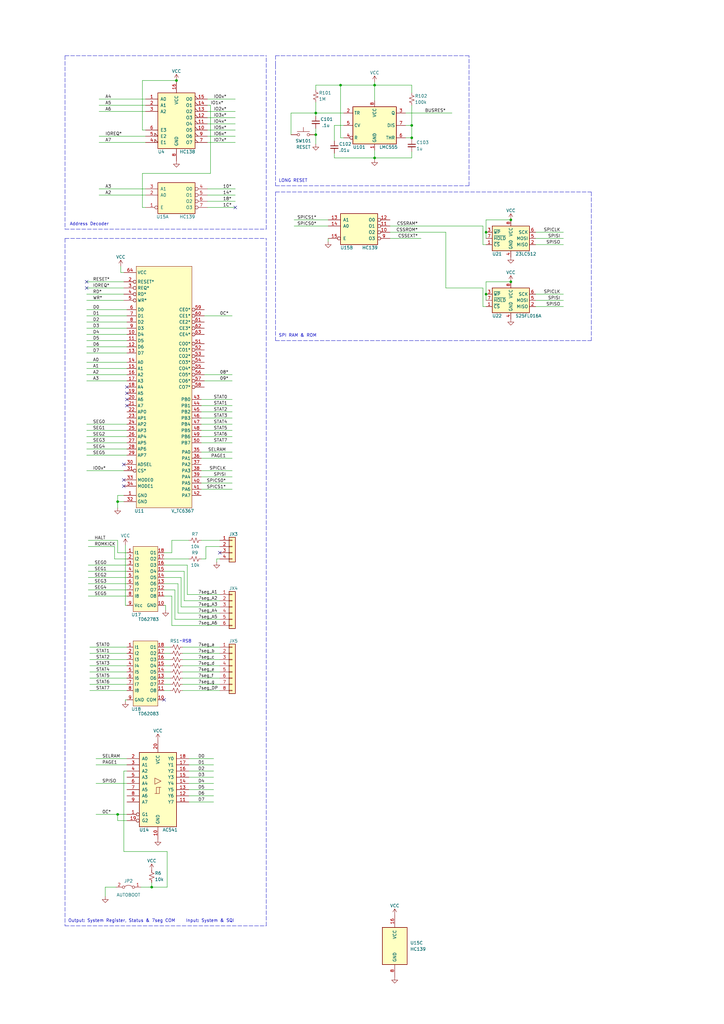
<source format=kicad_sch>
(kicad_sch (version 20211123) (generator eeschema)

  (uuid 8c7e42c2-cbaa-44c7-b74a-20a798b580df)

  (paper "A3" portrait)

  (lib_symbols
    (symbol "74xx:74LS138" (pin_names (offset 1.016)) (in_bom yes) (on_board yes)
      (property "Reference" "U" (id 0) (at -7.62 11.43 0)
        (effects (font (size 1.27 1.27)))
      )
      (property "Value" "74LS138" (id 1) (at -7.62 -13.97 0)
        (effects (font (size 1.27 1.27)))
      )
      (property "Footprint" "" (id 2) (at 0 0 0)
        (effects (font (size 1.27 1.27)) hide)
      )
      (property "Datasheet" "http://www.ti.com/lit/gpn/sn74LS138" (id 3) (at 0 0 0)
        (effects (font (size 1.27 1.27)) hide)
      )
      (property "ki_locked" "" (id 4) (at 0 0 0)
        (effects (font (size 1.27 1.27)))
      )
      (property "ki_keywords" "TTL DECOD DECOD8" (id 5) (at 0 0 0)
        (effects (font (size 1.27 1.27)) hide)
      )
      (property "ki_description" "Decoder 3 to 8 active low outputs" (id 6) (at 0 0 0)
        (effects (font (size 1.27 1.27)) hide)
      )
      (property "ki_fp_filters" "DIP?16*" (id 7) (at 0 0 0)
        (effects (font (size 1.27 1.27)) hide)
      )
      (symbol "74LS138_1_0"
        (pin input line (at -12.7 7.62 0) (length 5.08)
          (name "A0" (effects (font (size 1.27 1.27))))
          (number "1" (effects (font (size 1.27 1.27))))
        )
        (pin output output_low (at 12.7 -5.08 180) (length 5.08)
          (name "O5" (effects (font (size 1.27 1.27))))
          (number "10" (effects (font (size 1.27 1.27))))
        )
        (pin output output_low (at 12.7 -2.54 180) (length 5.08)
          (name "O4" (effects (font (size 1.27 1.27))))
          (number "11" (effects (font (size 1.27 1.27))))
        )
        (pin output output_low (at 12.7 0 180) (length 5.08)
          (name "O3" (effects (font (size 1.27 1.27))))
          (number "12" (effects (font (size 1.27 1.27))))
        )
        (pin output output_low (at 12.7 2.54 180) (length 5.08)
          (name "O2" (effects (font (size 1.27 1.27))))
          (number "13" (effects (font (size 1.27 1.27))))
        )
        (pin output output_low (at 12.7 5.08 180) (length 5.08)
          (name "O1" (effects (font (size 1.27 1.27))))
          (number "14" (effects (font (size 1.27 1.27))))
        )
        (pin output output_low (at 12.7 7.62 180) (length 5.08)
          (name "O0" (effects (font (size 1.27 1.27))))
          (number "15" (effects (font (size 1.27 1.27))))
        )
        (pin power_in line (at 0 15.24 270) (length 5.08)
          (name "VCC" (effects (font (size 1.27 1.27))))
          (number "16" (effects (font (size 1.27 1.27))))
        )
        (pin input line (at -12.7 5.08 0) (length 5.08)
          (name "A1" (effects (font (size 1.27 1.27))))
          (number "2" (effects (font (size 1.27 1.27))))
        )
        (pin input line (at -12.7 2.54 0) (length 5.08)
          (name "A2" (effects (font (size 1.27 1.27))))
          (number "3" (effects (font (size 1.27 1.27))))
        )
        (pin input input_low (at -12.7 -10.16 0) (length 5.08)
          (name "E1" (effects (font (size 1.27 1.27))))
          (number "4" (effects (font (size 1.27 1.27))))
        )
        (pin input input_low (at -12.7 -7.62 0) (length 5.08)
          (name "E2" (effects (font (size 1.27 1.27))))
          (number "5" (effects (font (size 1.27 1.27))))
        )
        (pin input line (at -12.7 -5.08 0) (length 5.08)
          (name "E3" (effects (font (size 1.27 1.27))))
          (number "6" (effects (font (size 1.27 1.27))))
        )
        (pin output output_low (at 12.7 -10.16 180) (length 5.08)
          (name "O7" (effects (font (size 1.27 1.27))))
          (number "7" (effects (font (size 1.27 1.27))))
        )
        (pin power_in line (at 0 -17.78 90) (length 5.08)
          (name "GND" (effects (font (size 1.27 1.27))))
          (number "8" (effects (font (size 1.27 1.27))))
        )
        (pin output output_low (at 12.7 -7.62 180) (length 5.08)
          (name "O6" (effects (font (size 1.27 1.27))))
          (number "9" (effects (font (size 1.27 1.27))))
        )
      )
      (symbol "74LS138_1_1"
        (rectangle (start -7.62 10.16) (end 7.62 -12.7)
          (stroke (width 0.254) (type default) (color 0 0 0 0))
          (fill (type background))
        )
      )
    )
    (symbol "74xx:74LS139" (pin_names (offset 1.016)) (in_bom yes) (on_board yes)
      (property "Reference" "U" (id 0) (at -7.62 8.89 0)
        (effects (font (size 1.27 1.27)))
      )
      (property "Value" "74LS139" (id 1) (at -7.62 -8.89 0)
        (effects (font (size 1.27 1.27)))
      )
      (property "Footprint" "" (id 2) (at 0 0 0)
        (effects (font (size 1.27 1.27)) hide)
      )
      (property "Datasheet" "http://www.ti.com/lit/ds/symlink/sn74ls139a.pdf" (id 3) (at 0 0 0)
        (effects (font (size 1.27 1.27)) hide)
      )
      (property "ki_locked" "" (id 4) (at 0 0 0)
        (effects (font (size 1.27 1.27)))
      )
      (property "ki_keywords" "TTL DECOD4" (id 5) (at 0 0 0)
        (effects (font (size 1.27 1.27)) hide)
      )
      (property "ki_description" "Dual Decoder 1 of 4, Active low outputs" (id 6) (at 0 0 0)
        (effects (font (size 1.27 1.27)) hide)
      )
      (property "ki_fp_filters" "DIP?16*" (id 7) (at 0 0 0)
        (effects (font (size 1.27 1.27)) hide)
      )
      (symbol "74LS139_1_0"
        (pin input inverted (at -12.7 -5.08 0) (length 5.08)
          (name "E" (effects (font (size 1.27 1.27))))
          (number "1" (effects (font (size 1.27 1.27))))
        )
        (pin input line (at -12.7 0 0) (length 5.08)
          (name "A0" (effects (font (size 1.27 1.27))))
          (number "2" (effects (font (size 1.27 1.27))))
        )
        (pin input line (at -12.7 2.54 0) (length 5.08)
          (name "A1" (effects (font (size 1.27 1.27))))
          (number "3" (effects (font (size 1.27 1.27))))
        )
        (pin output inverted (at 12.7 2.54 180) (length 5.08)
          (name "O0" (effects (font (size 1.27 1.27))))
          (number "4" (effects (font (size 1.27 1.27))))
        )
        (pin output inverted (at 12.7 0 180) (length 5.08)
          (name "O1" (effects (font (size 1.27 1.27))))
          (number "5" (effects (font (size 1.27 1.27))))
        )
        (pin output inverted (at 12.7 -2.54 180) (length 5.08)
          (name "O2" (effects (font (size 1.27 1.27))))
          (number "6" (effects (font (size 1.27 1.27))))
        )
        (pin output inverted (at 12.7 -5.08 180) (length 5.08)
          (name "O3" (effects (font (size 1.27 1.27))))
          (number "7" (effects (font (size 1.27 1.27))))
        )
      )
      (symbol "74LS139_1_1"
        (rectangle (start -7.62 5.08) (end 7.62 -7.62)
          (stroke (width 0.254) (type default) (color 0 0 0 0))
          (fill (type background))
        )
      )
      (symbol "74LS139_2_0"
        (pin output inverted (at 12.7 -2.54 180) (length 5.08)
          (name "O2" (effects (font (size 1.27 1.27))))
          (number "10" (effects (font (size 1.27 1.27))))
        )
        (pin output inverted (at 12.7 0 180) (length 5.08)
          (name "O1" (effects (font (size 1.27 1.27))))
          (number "11" (effects (font (size 1.27 1.27))))
        )
        (pin output inverted (at 12.7 2.54 180) (length 5.08)
          (name "O0" (effects (font (size 1.27 1.27))))
          (number "12" (effects (font (size 1.27 1.27))))
        )
        (pin input line (at -12.7 2.54 0) (length 5.08)
          (name "A1" (effects (font (size 1.27 1.27))))
          (number "13" (effects (font (size 1.27 1.27))))
        )
        (pin input line (at -12.7 0 0) (length 5.08)
          (name "A0" (effects (font (size 1.27 1.27))))
          (number "14" (effects (font (size 1.27 1.27))))
        )
        (pin input inverted (at -12.7 -5.08 0) (length 5.08)
          (name "E" (effects (font (size 1.27 1.27))))
          (number "15" (effects (font (size 1.27 1.27))))
        )
        (pin output inverted (at 12.7 -5.08 180) (length 5.08)
          (name "O3" (effects (font (size 1.27 1.27))))
          (number "9" (effects (font (size 1.27 1.27))))
        )
      )
      (symbol "74LS139_2_1"
        (rectangle (start -7.62 5.08) (end 7.62 -7.62)
          (stroke (width 0.254) (type default) (color 0 0 0 0))
          (fill (type background))
        )
      )
      (symbol "74LS139_3_0"
        (pin power_in line (at 0 12.7 270) (length 5.08)
          (name "VCC" (effects (font (size 1.27 1.27))))
          (number "16" (effects (font (size 1.27 1.27))))
        )
        (pin power_in line (at 0 -12.7 90) (length 5.08)
          (name "GND" (effects (font (size 1.27 1.27))))
          (number "8" (effects (font (size 1.27 1.27))))
        )
      )
      (symbol "74LS139_3_1"
        (rectangle (start -5.08 7.62) (end 5.08 -7.62)
          (stroke (width 0.254) (type default) (color 0 0 0 0))
          (fill (type background))
        )
      )
    )
    (symbol "74xx:74LS541" (pin_names (offset 1.016)) (in_bom yes) (on_board yes)
      (property "Reference" "U" (id 0) (at -7.62 16.51 0)
        (effects (font (size 1.27 1.27)))
      )
      (property "Value" "74LS541" (id 1) (at -7.62 -16.51 0)
        (effects (font (size 1.27 1.27)))
      )
      (property "Footprint" "" (id 2) (at 0 0 0)
        (effects (font (size 1.27 1.27)) hide)
      )
      (property "Datasheet" "http://www.ti.com/lit/gpn/sn74LS541" (id 3) (at 0 0 0)
        (effects (font (size 1.27 1.27)) hide)
      )
      (property "ki_locked" "" (id 4) (at 0 0 0)
        (effects (font (size 1.27 1.27)))
      )
      (property "ki_keywords" "TTL BUFFER 3State BUS" (id 5) (at 0 0 0)
        (effects (font (size 1.27 1.27)) hide)
      )
      (property "ki_description" "8-bit Buffer/Line Driver 3-state outputs" (id 6) (at 0 0 0)
        (effects (font (size 1.27 1.27)) hide)
      )
      (property "ki_fp_filters" "DIP?20*" (id 7) (at 0 0 0)
        (effects (font (size 1.27 1.27)) hide)
      )
      (symbol "74LS541_1_0"
        (polyline
          (pts
            (xy -0.635 -1.6002)
            (xy -0.635 0.9398)
            (xy 0.635 0.9398)
          )
          (stroke (width 0) (type default) (color 0 0 0 0))
          (fill (type none))
        )
        (polyline
          (pts
            (xy -1.27 -1.6002)
            (xy 0.635 -1.6002)
            (xy 0.635 0.9398)
            (xy 1.27 0.9398)
          )
          (stroke (width 0) (type default) (color 0 0 0 0))
          (fill (type none))
        )
        (polyline
          (pts
            (xy 1.27 3.4798)
            (xy -1.27 4.7498)
            (xy -1.27 2.2098)
            (xy 1.27 3.4798)
          )
          (stroke (width 0.1524) (type default) (color 0 0 0 0))
          (fill (type none))
        )
        (pin input inverted (at -12.7 -10.16 0) (length 5.08)
          (name "G1" (effects (font (size 1.27 1.27))))
          (number "1" (effects (font (size 1.27 1.27))))
        )
        (pin power_in line (at 0 -20.32 90) (length 5.08)
          (name "GND" (effects (font (size 1.27 1.27))))
          (number "10" (effects (font (size 1.27 1.27))))
        )
        (pin tri_state line (at 12.7 -5.08 180) (length 5.08)
          (name "Y7" (effects (font (size 1.27 1.27))))
          (number "11" (effects (font (size 1.27 1.27))))
        )
        (pin tri_state line (at 12.7 -2.54 180) (length 5.08)
          (name "Y6" (effects (font (size 1.27 1.27))))
          (number "12" (effects (font (size 1.27 1.27))))
        )
        (pin tri_state line (at 12.7 0 180) (length 5.08)
          (name "Y5" (effects (font (size 1.27 1.27))))
          (number "13" (effects (font (size 1.27 1.27))))
        )
        (pin tri_state line (at 12.7 2.54 180) (length 5.08)
          (name "Y4" (effects (font (size 1.27 1.27))))
          (number "14" (effects (font (size 1.27 1.27))))
        )
        (pin tri_state line (at 12.7 5.08 180) (length 5.08)
          (name "Y3" (effects (font (size 1.27 1.27))))
          (number "15" (effects (font (size 1.27 1.27))))
        )
        (pin tri_state line (at 12.7 7.62 180) (length 5.08)
          (name "Y2" (effects (font (size 1.27 1.27))))
          (number "16" (effects (font (size 1.27 1.27))))
        )
        (pin tri_state line (at 12.7 10.16 180) (length 5.08)
          (name "Y1" (effects (font (size 1.27 1.27))))
          (number "17" (effects (font (size 1.27 1.27))))
        )
        (pin tri_state line (at 12.7 12.7 180) (length 5.08)
          (name "Y0" (effects (font (size 1.27 1.27))))
          (number "18" (effects (font (size 1.27 1.27))))
        )
        (pin input inverted (at -12.7 -12.7 0) (length 5.08)
          (name "G2" (effects (font (size 1.27 1.27))))
          (number "19" (effects (font (size 1.27 1.27))))
        )
        (pin input line (at -12.7 12.7 0) (length 5.08)
          (name "A0" (effects (font (size 1.27 1.27))))
          (number "2" (effects (font (size 1.27 1.27))))
        )
        (pin power_in line (at 0 20.32 270) (length 5.08)
          (name "VCC" (effects (font (size 1.27 1.27))))
          (number "20" (effects (font (size 1.27 1.27))))
        )
        (pin input line (at -12.7 10.16 0) (length 5.08)
          (name "A1" (effects (font (size 1.27 1.27))))
          (number "3" (effects (font (size 1.27 1.27))))
        )
        (pin input line (at -12.7 7.62 0) (length 5.08)
          (name "A2" (effects (font (size 1.27 1.27))))
          (number "4" (effects (font (size 1.27 1.27))))
        )
        (pin input line (at -12.7 5.08 0) (length 5.08)
          (name "A3" (effects (font (size 1.27 1.27))))
          (number "5" (effects (font (size 1.27 1.27))))
        )
        (pin input line (at -12.7 2.54 0) (length 5.08)
          (name "A4" (effects (font (size 1.27 1.27))))
          (number "6" (effects (font (size 1.27 1.27))))
        )
        (pin input line (at -12.7 0 0) (length 5.08)
          (name "A5" (effects (font (size 1.27 1.27))))
          (number "7" (effects (font (size 1.27 1.27))))
        )
        (pin input line (at -12.7 -2.54 0) (length 5.08)
          (name "A6" (effects (font (size 1.27 1.27))))
          (number "8" (effects (font (size 1.27 1.27))))
        )
        (pin input line (at -12.7 -5.08 0) (length 5.08)
          (name "A7" (effects (font (size 1.27 1.27))))
          (number "9" (effects (font (size 1.27 1.27))))
        )
      )
      (symbol "74LS541_1_1"
        (rectangle (start -7.62 15.24) (end 7.62 -15.24)
          (stroke (width 0.254) (type default) (color 0 0 0 0))
          (fill (type background))
        )
      )
    )
    (symbol "Connector_Generic:Conn_01x04" (pin_names (offset 1.016) hide) (in_bom yes) (on_board yes)
      (property "Reference" "J" (id 0) (at 0 5.08 0)
        (effects (font (size 1.27 1.27)))
      )
      (property "Value" "Conn_01x04" (id 1) (at 0 -7.62 0)
        (effects (font (size 1.27 1.27)))
      )
      (property "Footprint" "" (id 2) (at 0 0 0)
        (effects (font (size 1.27 1.27)) hide)
      )
      (property "Datasheet" "~" (id 3) (at 0 0 0)
        (effects (font (size 1.27 1.27)) hide)
      )
      (property "ki_keywords" "connector" (id 4) (at 0 0 0)
        (effects (font (size 1.27 1.27)) hide)
      )
      (property "ki_description" "Generic connector, single row, 01x04, script generated (kicad-library-utils/schlib/autogen/connector/)" (id 5) (at 0 0 0)
        (effects (font (size 1.27 1.27)) hide)
      )
      (property "ki_fp_filters" "Connector*:*_1x??_*" (id 6) (at 0 0 0)
        (effects (font (size 1.27 1.27)) hide)
      )
      (symbol "Conn_01x04_1_1"
        (rectangle (start -1.27 -4.953) (end 0 -5.207)
          (stroke (width 0.1524) (type default) (color 0 0 0 0))
          (fill (type none))
        )
        (rectangle (start -1.27 -2.413) (end 0 -2.667)
          (stroke (width 0.1524) (type default) (color 0 0 0 0))
          (fill (type none))
        )
        (rectangle (start -1.27 0.127) (end 0 -0.127)
          (stroke (width 0.1524) (type default) (color 0 0 0 0))
          (fill (type none))
        )
        (rectangle (start -1.27 2.667) (end 0 2.413)
          (stroke (width 0.1524) (type default) (color 0 0 0 0))
          (fill (type none))
        )
        (rectangle (start -1.27 3.81) (end 1.27 -6.35)
          (stroke (width 0.254) (type default) (color 0 0 0 0))
          (fill (type background))
        )
        (pin passive line (at -5.08 2.54 0) (length 3.81)
          (name "Pin_1" (effects (font (size 1.27 1.27))))
          (number "1" (effects (font (size 1.27 1.27))))
        )
        (pin passive line (at -5.08 0 0) (length 3.81)
          (name "Pin_2" (effects (font (size 1.27 1.27))))
          (number "2" (effects (font (size 1.27 1.27))))
        )
        (pin passive line (at -5.08 -2.54 0) (length 3.81)
          (name "Pin_3" (effects (font (size 1.27 1.27))))
          (number "3" (effects (font (size 1.27 1.27))))
        )
        (pin passive line (at -5.08 -5.08 0) (length 3.81)
          (name "Pin_4" (effects (font (size 1.27 1.27))))
          (number "4" (effects (font (size 1.27 1.27))))
        )
      )
    )
    (symbol "Connector_Generic:Conn_01x06" (pin_names (offset 1.016) hide) (in_bom yes) (on_board yes)
      (property "Reference" "J" (id 0) (at 0 7.62 0)
        (effects (font (size 1.27 1.27)))
      )
      (property "Value" "Conn_01x06" (id 1) (at 0 -10.16 0)
        (effects (font (size 1.27 1.27)))
      )
      (property "Footprint" "" (id 2) (at 0 0 0)
        (effects (font (size 1.27 1.27)) hide)
      )
      (property "Datasheet" "~" (id 3) (at 0 0 0)
        (effects (font (size 1.27 1.27)) hide)
      )
      (property "ki_keywords" "connector" (id 4) (at 0 0 0)
        (effects (font (size 1.27 1.27)) hide)
      )
      (property "ki_description" "Generic connector, single row, 01x06, script generated (kicad-library-utils/schlib/autogen/connector/)" (id 5) (at 0 0 0)
        (effects (font (size 1.27 1.27)) hide)
      )
      (property "ki_fp_filters" "Connector*:*_1x??_*" (id 6) (at 0 0 0)
        (effects (font (size 1.27 1.27)) hide)
      )
      (symbol "Conn_01x06_1_1"
        (rectangle (start -1.27 -7.493) (end 0 -7.747)
          (stroke (width 0.1524) (type default) (color 0 0 0 0))
          (fill (type none))
        )
        (rectangle (start -1.27 -4.953) (end 0 -5.207)
          (stroke (width 0.1524) (type default) (color 0 0 0 0))
          (fill (type none))
        )
        (rectangle (start -1.27 -2.413) (end 0 -2.667)
          (stroke (width 0.1524) (type default) (color 0 0 0 0))
          (fill (type none))
        )
        (rectangle (start -1.27 0.127) (end 0 -0.127)
          (stroke (width 0.1524) (type default) (color 0 0 0 0))
          (fill (type none))
        )
        (rectangle (start -1.27 2.667) (end 0 2.413)
          (stroke (width 0.1524) (type default) (color 0 0 0 0))
          (fill (type none))
        )
        (rectangle (start -1.27 5.207) (end 0 4.953)
          (stroke (width 0.1524) (type default) (color 0 0 0 0))
          (fill (type none))
        )
        (rectangle (start -1.27 6.35) (end 1.27 -8.89)
          (stroke (width 0.254) (type default) (color 0 0 0 0))
          (fill (type background))
        )
        (pin passive line (at -5.08 5.08 0) (length 3.81)
          (name "Pin_1" (effects (font (size 1.27 1.27))))
          (number "1" (effects (font (size 1.27 1.27))))
        )
        (pin passive line (at -5.08 2.54 0) (length 3.81)
          (name "Pin_2" (effects (font (size 1.27 1.27))))
          (number "2" (effects (font (size 1.27 1.27))))
        )
        (pin passive line (at -5.08 0 0) (length 3.81)
          (name "Pin_3" (effects (font (size 1.27 1.27))))
          (number "3" (effects (font (size 1.27 1.27))))
        )
        (pin passive line (at -5.08 -2.54 0) (length 3.81)
          (name "Pin_4" (effects (font (size 1.27 1.27))))
          (number "4" (effects (font (size 1.27 1.27))))
        )
        (pin passive line (at -5.08 -5.08 0) (length 3.81)
          (name "Pin_5" (effects (font (size 1.27 1.27))))
          (number "5" (effects (font (size 1.27 1.27))))
        )
        (pin passive line (at -5.08 -7.62 0) (length 3.81)
          (name "Pin_6" (effects (font (size 1.27 1.27))))
          (number "6" (effects (font (size 1.27 1.27))))
        )
      )
    )
    (symbol "Connector_Generic:Conn_01x08" (pin_names (offset 1.016) hide) (in_bom yes) (on_board yes)
      (property "Reference" "J" (id 0) (at 0 10.16 0)
        (effects (font (size 1.27 1.27)))
      )
      (property "Value" "Conn_01x08" (id 1) (at 0 -12.7 0)
        (effects (font (size 1.27 1.27)))
      )
      (property "Footprint" "" (id 2) (at 0 0 0)
        (effects (font (size 1.27 1.27)) hide)
      )
      (property "Datasheet" "~" (id 3) (at 0 0 0)
        (effects (font (size 1.27 1.27)) hide)
      )
      (property "ki_keywords" "connector" (id 4) (at 0 0 0)
        (effects (font (size 1.27 1.27)) hide)
      )
      (property "ki_description" "Generic connector, single row, 01x08, script generated (kicad-library-utils/schlib/autogen/connector/)" (id 5) (at 0 0 0)
        (effects (font (size 1.27 1.27)) hide)
      )
      (property "ki_fp_filters" "Connector*:*_1x??_*" (id 6) (at 0 0 0)
        (effects (font (size 1.27 1.27)) hide)
      )
      (symbol "Conn_01x08_1_1"
        (rectangle (start -1.27 -10.033) (end 0 -10.287)
          (stroke (width 0.1524) (type default) (color 0 0 0 0))
          (fill (type none))
        )
        (rectangle (start -1.27 -7.493) (end 0 -7.747)
          (stroke (width 0.1524) (type default) (color 0 0 0 0))
          (fill (type none))
        )
        (rectangle (start -1.27 -4.953) (end 0 -5.207)
          (stroke (width 0.1524) (type default) (color 0 0 0 0))
          (fill (type none))
        )
        (rectangle (start -1.27 -2.413) (end 0 -2.667)
          (stroke (width 0.1524) (type default) (color 0 0 0 0))
          (fill (type none))
        )
        (rectangle (start -1.27 0.127) (end 0 -0.127)
          (stroke (width 0.1524) (type default) (color 0 0 0 0))
          (fill (type none))
        )
        (rectangle (start -1.27 2.667) (end 0 2.413)
          (stroke (width 0.1524) (type default) (color 0 0 0 0))
          (fill (type none))
        )
        (rectangle (start -1.27 5.207) (end 0 4.953)
          (stroke (width 0.1524) (type default) (color 0 0 0 0))
          (fill (type none))
        )
        (rectangle (start -1.27 7.747) (end 0 7.493)
          (stroke (width 0.1524) (type default) (color 0 0 0 0))
          (fill (type none))
        )
        (rectangle (start -1.27 8.89) (end 1.27 -11.43)
          (stroke (width 0.254) (type default) (color 0 0 0 0))
          (fill (type background))
        )
        (pin passive line (at -5.08 7.62 0) (length 3.81)
          (name "Pin_1" (effects (font (size 1.27 1.27))))
          (number "1" (effects (font (size 1.27 1.27))))
        )
        (pin passive line (at -5.08 5.08 0) (length 3.81)
          (name "Pin_2" (effects (font (size 1.27 1.27))))
          (number "2" (effects (font (size 1.27 1.27))))
        )
        (pin passive line (at -5.08 2.54 0) (length 3.81)
          (name "Pin_3" (effects (font (size 1.27 1.27))))
          (number "3" (effects (font (size 1.27 1.27))))
        )
        (pin passive line (at -5.08 0 0) (length 3.81)
          (name "Pin_4" (effects (font (size 1.27 1.27))))
          (number "4" (effects (font (size 1.27 1.27))))
        )
        (pin passive line (at -5.08 -2.54 0) (length 3.81)
          (name "Pin_5" (effects (font (size 1.27 1.27))))
          (number "5" (effects (font (size 1.27 1.27))))
        )
        (pin passive line (at -5.08 -5.08 0) (length 3.81)
          (name "Pin_6" (effects (font (size 1.27 1.27))))
          (number "6" (effects (font (size 1.27 1.27))))
        )
        (pin passive line (at -5.08 -7.62 0) (length 3.81)
          (name "Pin_7" (effects (font (size 1.27 1.27))))
          (number "7" (effects (font (size 1.27 1.27))))
        )
        (pin passive line (at -5.08 -10.16 0) (length 3.81)
          (name "Pin_8" (effects (font (size 1.27 1.27))))
          (number "8" (effects (font (size 1.27 1.27))))
        )
      )
    )
    (symbol "Device:C_Small" (pin_numbers hide) (pin_names (offset 0.254) hide) (in_bom yes) (on_board yes)
      (property "Reference" "C" (id 0) (at 0.254 1.778 0)
        (effects (font (size 1.27 1.27)) (justify left))
      )
      (property "Value" "C_Small" (id 1) (at 0.254 -2.032 0)
        (effects (font (size 1.27 1.27)) (justify left))
      )
      (property "Footprint" "" (id 2) (at 0 0 0)
        (effects (font (size 1.27 1.27)) hide)
      )
      (property "Datasheet" "~" (id 3) (at 0 0 0)
        (effects (font (size 1.27 1.27)) hide)
      )
      (property "ki_keywords" "capacitor cap" (id 4) (at 0 0 0)
        (effects (font (size 1.27 1.27)) hide)
      )
      (property "ki_description" "Unpolarized capacitor, small symbol" (id 5) (at 0 0 0)
        (effects (font (size 1.27 1.27)) hide)
      )
      (property "ki_fp_filters" "C_*" (id 6) (at 0 0 0)
        (effects (font (size 1.27 1.27)) hide)
      )
      (symbol "C_Small_0_1"
        (polyline
          (pts
            (xy -1.524 -0.508)
            (xy 1.524 -0.508)
          )
          (stroke (width 0.3302) (type default) (color 0 0 0 0))
          (fill (type none))
        )
        (polyline
          (pts
            (xy -1.524 0.508)
            (xy 1.524 0.508)
          )
          (stroke (width 0.3048) (type default) (color 0 0 0 0))
          (fill (type none))
        )
      )
      (symbol "C_Small_1_1"
        (pin passive line (at 0 2.54 270) (length 2.032)
          (name "~" (effects (font (size 1.27 1.27))))
          (number "1" (effects (font (size 1.27 1.27))))
        )
        (pin passive line (at 0 -2.54 90) (length 2.032)
          (name "~" (effects (font (size 1.27 1.27))))
          (number "2" (effects (font (size 1.27 1.27))))
        )
      )
    )
    (symbol "Device:R_Small_US" (pin_numbers hide) (pin_names (offset 0.254) hide) (in_bom yes) (on_board yes)
      (property "Reference" "R" (id 0) (at 0.762 0.508 0)
        (effects (font (size 1.27 1.27)) (justify left))
      )
      (property "Value" "R_Small_US" (id 1) (at 0.762 -1.016 0)
        (effects (font (size 1.27 1.27)) (justify left))
      )
      (property "Footprint" "" (id 2) (at 0 0 0)
        (effects (font (size 1.27 1.27)) hide)
      )
      (property "Datasheet" "~" (id 3) (at 0 0 0)
        (effects (font (size 1.27 1.27)) hide)
      )
      (property "ki_keywords" "r resistor" (id 4) (at 0 0 0)
        (effects (font (size 1.27 1.27)) hide)
      )
      (property "ki_description" "Resistor, small US symbol" (id 5) (at 0 0 0)
        (effects (font (size 1.27 1.27)) hide)
      )
      (property "ki_fp_filters" "R_*" (id 6) (at 0 0 0)
        (effects (font (size 1.27 1.27)) hide)
      )
      (symbol "R_Small_US_1_1"
        (polyline
          (pts
            (xy 0 0)
            (xy 1.016 -0.381)
            (xy 0 -0.762)
            (xy -1.016 -1.143)
            (xy 0 -1.524)
          )
          (stroke (width 0) (type default) (color 0 0 0 0))
          (fill (type none))
        )
        (polyline
          (pts
            (xy 0 1.524)
            (xy 1.016 1.143)
            (xy 0 0.762)
            (xy -1.016 0.381)
            (xy 0 0)
          )
          (stroke (width 0) (type default) (color 0 0 0 0))
          (fill (type none))
        )
        (pin passive line (at 0 2.54 270) (length 1.016)
          (name "~" (effects (font (size 1.27 1.27))))
          (number "1" (effects (font (size 1.27 1.27))))
        )
        (pin passive line (at 0 -2.54 90) (length 1.016)
          (name "~" (effects (font (size 1.27 1.27))))
          (number "2" (effects (font (size 1.27 1.27))))
        )
      )
    )
    (symbol "Jumper:Jumper_2_Bridged" (pin_names (offset 0) hide) (in_bom yes) (on_board yes)
      (property "Reference" "JP" (id 0) (at 0 1.905 0)
        (effects (font (size 1.27 1.27)))
      )
      (property "Value" "Jumper_2_Bridged" (id 1) (at 0 -2.54 0)
        (effects (font (size 1.27 1.27)))
      )
      (property "Footprint" "" (id 2) (at 0 0 0)
        (effects (font (size 1.27 1.27)) hide)
      )
      (property "Datasheet" "~" (id 3) (at 0 0 0)
        (effects (font (size 1.27 1.27)) hide)
      )
      (property "ki_keywords" "Jumper SPST" (id 4) (at 0 0 0)
        (effects (font (size 1.27 1.27)) hide)
      )
      (property "ki_description" "Jumper, 2-pole, closed/bridged" (id 5) (at 0 0 0)
        (effects (font (size 1.27 1.27)) hide)
      )
      (property "ki_fp_filters" "Jumper* TestPoint*2Pads* TestPoint*Bridge*" (id 6) (at 0 0 0)
        (effects (font (size 1.27 1.27)) hide)
      )
      (symbol "Jumper_2_Bridged_0_0"
        (circle (center -2.032 0) (radius 0.508)
          (stroke (width 0) (type default) (color 0 0 0 0))
          (fill (type none))
        )
        (circle (center 2.032 0) (radius 0.508)
          (stroke (width 0) (type default) (color 0 0 0 0))
          (fill (type none))
        )
      )
      (symbol "Jumper_2_Bridged_0_1"
        (arc (start 1.524 0.254) (mid 0 0.762) (end -1.524 0.254)
          (stroke (width 0) (type default) (color 0 0 0 0))
          (fill (type none))
        )
      )
      (symbol "Jumper_2_Bridged_1_1"
        (pin passive line (at -5.08 0 0) (length 2.54)
          (name "A" (effects (font (size 1.27 1.27))))
          (number "1" (effects (font (size 1.27 1.27))))
        )
        (pin passive line (at 5.08 0 180) (length 2.54)
          (name "B" (effects (font (size 1.27 1.27))))
          (number "2" (effects (font (size 1.27 1.27))))
        )
      )
    )
    (symbol "Memory_EEPROM:25LCxxx" (in_bom yes) (on_board yes)
      (property "Reference" "U" (id 0) (at -7.62 6.35 0)
        (effects (font (size 1.27 1.27)))
      )
      (property "Value" "25LCxxx" (id 1) (at 2.54 -6.35 0)
        (effects (font (size 1.27 1.27)) (justify left))
      )
      (property "Footprint" "" (id 2) (at 0 0 0)
        (effects (font (size 1.27 1.27)) hide)
      )
      (property "Datasheet" "http://ww1.microchip.com/downloads/en/DeviceDoc/21832H.pdf" (id 3) (at 0 0 0)
        (effects (font (size 1.27 1.27)) hide)
      )
      (property "ki_keywords" "EEPROM memory SPI serial" (id 4) (at 0 0 0)
        (effects (font (size 1.27 1.27)) hide)
      )
      (property "ki_description" "SPI Serial EEPROM, DIP-8/SOIC-8/TSSOP-8" (id 5) (at 0 0 0)
        (effects (font (size 1.27 1.27)) hide)
      )
      (property "ki_fp_filters" "DIP*W7.62mm* SOIC*3.9x4.9mm* TSSOP*4.4x3mm*P0.65mm*" (id 6) (at 0 0 0)
        (effects (font (size 1.27 1.27)) hide)
      )
      (symbol "25LCxxx_1_1"
        (rectangle (start -7.62 5.08) (end 7.62 -5.08)
          (stroke (width 0.254) (type default) (color 0 0 0 0))
          (fill (type background))
        )
        (pin input line (at -10.16 -2.54 0) (length 2.54)
          (name "~{CS}" (effects (font (size 1.27 1.27))))
          (number "1" (effects (font (size 1.27 1.27))))
        )
        (pin tri_state line (at 10.16 -2.54 180) (length 2.54)
          (name "MISO" (effects (font (size 1.27 1.27))))
          (number "2" (effects (font (size 1.27 1.27))))
        )
        (pin input line (at -10.16 2.54 0) (length 2.54)
          (name "~{WP}" (effects (font (size 1.27 1.27))))
          (number "3" (effects (font (size 1.27 1.27))))
        )
        (pin power_in line (at 0 -7.62 90) (length 2.54)
          (name "GND" (effects (font (size 1.27 1.27))))
          (number "4" (effects (font (size 1.27 1.27))))
        )
        (pin input line (at 10.16 0 180) (length 2.54)
          (name "MOSI" (effects (font (size 1.27 1.27))))
          (number "5" (effects (font (size 1.27 1.27))))
        )
        (pin input line (at 10.16 2.54 180) (length 2.54)
          (name "SCK" (effects (font (size 1.27 1.27))))
          (number "6" (effects (font (size 1.27 1.27))))
        )
        (pin input line (at -10.16 0 0) (length 2.54)
          (name "~{HOLD}" (effects (font (size 1.27 1.27))))
          (number "7" (effects (font (size 1.27 1.27))))
        )
        (pin power_in line (at 0 7.62 270) (length 2.54)
          (name "VCC" (effects (font (size 1.27 1.27))))
          (number "8" (effects (font (size 1.27 1.27))))
        )
      )
    )
    (symbol "Switch:SW_Push" (pin_numbers hide) (pin_names (offset 1.016) hide) (in_bom yes) (on_board yes)
      (property "Reference" "SW" (id 0) (at 1.27 2.54 0)
        (effects (font (size 1.27 1.27)) (justify left))
      )
      (property "Value" "SW_Push" (id 1) (at 0 -1.524 0)
        (effects (font (size 1.27 1.27)))
      )
      (property "Footprint" "" (id 2) (at 0 5.08 0)
        (effects (font (size 1.27 1.27)) hide)
      )
      (property "Datasheet" "~" (id 3) (at 0 5.08 0)
        (effects (font (size 1.27 1.27)) hide)
      )
      (property "ki_keywords" "switch normally-open pushbutton push-button" (id 4) (at 0 0 0)
        (effects (font (size 1.27 1.27)) hide)
      )
      (property "ki_description" "Push button switch, generic, two pins" (id 5) (at 0 0 0)
        (effects (font (size 1.27 1.27)) hide)
      )
      (symbol "SW_Push_0_1"
        (circle (center -2.032 0) (radius 0.508)
          (stroke (width 0) (type default) (color 0 0 0 0))
          (fill (type none))
        )
        (polyline
          (pts
            (xy 0 1.27)
            (xy 0 3.048)
          )
          (stroke (width 0) (type default) (color 0 0 0 0))
          (fill (type none))
        )
        (polyline
          (pts
            (xy 2.54 1.27)
            (xy -2.54 1.27)
          )
          (stroke (width 0) (type default) (color 0 0 0 0))
          (fill (type none))
        )
        (circle (center 2.032 0) (radius 0.508)
          (stroke (width 0) (type default) (color 0 0 0 0))
          (fill (type none))
        )
        (pin passive line (at -5.08 0 0) (length 2.54)
          (name "1" (effects (font (size 1.27 1.27))))
          (number "1" (effects (font (size 1.27 1.27))))
        )
        (pin passive line (at 5.08 0 180) (length 2.54)
          (name "2" (effects (font (size 1.27 1.27))))
          (number "2" (effects (font (size 1.27 1.27))))
        )
      )
    )
    (symbol "Timer:LMC555xN" (in_bom yes) (on_board yes)
      (property "Reference" "U" (id 0) (at -10.16 8.89 0)
        (effects (font (size 1.27 1.27)) (justify left))
      )
      (property "Value" "LMC555xN" (id 1) (at 2.54 8.89 0)
        (effects (font (size 1.27 1.27)) (justify left))
      )
      (property "Footprint" "Package_DIP:DIP-8_W7.62mm" (id 2) (at 16.51 -10.16 0)
        (effects (font (size 1.27 1.27)) hide)
      )
      (property "Datasheet" "http://www.ti.com/lit/ds/symlink/lmc555.pdf" (id 3) (at 21.59 -10.16 0)
        (effects (font (size 1.27 1.27)) hide)
      )
      (property "ki_keywords" "single timer 555" (id 4) (at 0 0 0)
        (effects (font (size 1.27 1.27)) hide)
      )
      (property "ki_description" "CMOS Timer, 555 compatible, PDIP-8" (id 5) (at 0 0 0)
        (effects (font (size 1.27 1.27)) hide)
      )
      (property "ki_fp_filters" "DIP*W7.62mm*" (id 6) (at 0 0 0)
        (effects (font (size 1.27 1.27)) hide)
      )
      (symbol "LMC555xN_0_0"
        (pin power_in line (at 0 -10.16 90) (length 2.54)
          (name "GND" (effects (font (size 1.27 1.27))))
          (number "1" (effects (font (size 1.27 1.27))))
        )
        (pin power_in line (at 0 10.16 270) (length 2.54)
          (name "VCC" (effects (font (size 1.27 1.27))))
          (number "8" (effects (font (size 1.27 1.27))))
        )
      )
      (symbol "LMC555xN_0_1"
        (rectangle (start -8.89 -7.62) (end 8.89 7.62)
          (stroke (width 0.254) (type default) (color 0 0 0 0))
          (fill (type background))
        )
        (rectangle (start -8.89 -7.62) (end 8.89 7.62)
          (stroke (width 0.254) (type default) (color 0 0 0 0))
          (fill (type background))
        )
      )
      (symbol "LMC555xN_1_1"
        (pin input line (at -12.7 5.08 0) (length 3.81)
          (name "TR" (effects (font (size 1.27 1.27))))
          (number "2" (effects (font (size 1.27 1.27))))
        )
        (pin output line (at 12.7 5.08 180) (length 3.81)
          (name "Q" (effects (font (size 1.27 1.27))))
          (number "3" (effects (font (size 1.27 1.27))))
        )
        (pin input inverted (at -12.7 -5.08 0) (length 3.81)
          (name "R" (effects (font (size 1.27 1.27))))
          (number "4" (effects (font (size 1.27 1.27))))
        )
        (pin input line (at -12.7 0 0) (length 3.81)
          (name "CV" (effects (font (size 1.27 1.27))))
          (number "5" (effects (font (size 1.27 1.27))))
        )
        (pin input line (at 12.7 -5.08 180) (length 3.81)
          (name "THR" (effects (font (size 1.27 1.27))))
          (number "6" (effects (font (size 1.27 1.27))))
        )
        (pin input line (at 12.7 0 180) (length 3.81)
          (name "DIS" (effects (font (size 1.27 1.27))))
          (number "7" (effects (font (size 1.27 1.27))))
        )
      )
    )
    (symbol "Toshiba_Sp:TC6367" (in_bom yes) (on_board yes)
      (property "Reference" "U" (id 0) (at -10.795 -49.53 0)
        (effects (font (size 1.27 1.27)))
      )
      (property "Value" "TC6367" (id 1) (at 7.62 -49.53 0)
        (effects (font (size 1.27 1.27)))
      )
      (property "Footprint" "" (id 2) (at 1.27 30.48 0)
        (effects (font (size 1.27 1.27)) hide)
      )
      (property "Datasheet" "" (id 3) (at 1.27 30.48 0)
        (effects (font (size 1.27 1.27)) hide)
      )
      (symbol "TC6367_0_1"
        (rectangle (start -11.43 50.8) (end 11.43 -48.26)
          (stroke (width 0) (type default) (color 0 0 0 0))
          (fill (type background))
        )
      )
      (symbol "TC6367_1_1"
        (pin power_in line (at -16.51 -43.18 0) (length 5.08)
          (name "GND" (effects (font (size 1.27 1.27))))
          (number "1" (effects (font (size 1.27 1.27))))
        )
        (pin input line (at -15.24 22.86 0) (length 3.82)
          (name "D4" (effects (font (size 1.27 1.27))))
          (number "10" (effects (font (size 1.27 1.27))))
        )
        (pin input line (at -15.24 20.32 0) (length 3.82)
          (name "D5" (effects (font (size 1.27 1.27))))
          (number "11" (effects (font (size 1.27 1.27))))
        )
        (pin input line (at -15.24 17.78 0) (length 3.82)
          (name "D6" (effects (font (size 1.27 1.27))))
          (number "12" (effects (font (size 1.27 1.27))))
        )
        (pin input line (at -15.24 15.24 0) (length 3.82)
          (name "D7" (effects (font (size 1.27 1.27))))
          (number "13" (effects (font (size 1.27 1.27))))
        )
        (pin input line (at -15.24 11.43 0) (length 3.82)
          (name "A0" (effects (font (size 1.27 1.27))))
          (number "14" (effects (font (size 1.27 1.27))))
        )
        (pin input line (at -15.24 8.89 0) (length 3.82)
          (name "A1" (effects (font (size 1.27 1.27))))
          (number "15" (effects (font (size 1.27 1.27))))
        )
        (pin input line (at -15.24 6.35 0) (length 3.82)
          (name "A2" (effects (font (size 1.27 1.27))))
          (number "16" (effects (font (size 1.27 1.27))))
        )
        (pin input line (at -15.24 3.81 0) (length 3.82)
          (name "A3" (effects (font (size 1.27 1.27))))
          (number "17" (effects (font (size 1.27 1.27))))
        )
        (pin input line (at -15.24 1.27 0) (length 3.82)
          (name "A4" (effects (font (size 1.27 1.27))))
          (number "18" (effects (font (size 1.27 1.27))))
        )
        (pin input line (at -15.24 -1.27 0) (length 3.82)
          (name "A5" (effects (font (size 1.27 1.27))))
          (number "19" (effects (font (size 1.27 1.27))))
        )
        (pin input inverted (at -16.51 44.45 0) (length 5.08)
          (name "RESET*" (effects (font (size 1.27 1.27))))
          (number "2" (effects (font (size 1.27 1.27))))
        )
        (pin input line (at -15.24 -3.81 0) (length 3.82)
          (name "A6" (effects (font (size 1.27 1.27))))
          (number "20" (effects (font (size 1.27 1.27))))
        )
        (pin input line (at -15.24 -6.35 0) (length 3.82)
          (name "A7" (effects (font (size 1.27 1.27))))
          (number "21" (effects (font (size 1.27 1.27))))
        )
        (pin input line (at -15.24 -8.89 0) (length 3.82)
          (name "AP0" (effects (font (size 1.27 1.27))))
          (number "22" (effects (font (size 1.27 1.27))))
        )
        (pin input line (at -15.24 -11.43 0) (length 3.82)
          (name "AP1" (effects (font (size 1.27 1.27))))
          (number "23" (effects (font (size 1.27 1.27))))
        )
        (pin input line (at -15.24 -13.97 0) (length 3.82)
          (name "AP2" (effects (font (size 1.27 1.27))))
          (number "24" (effects (font (size 1.27 1.27))))
        )
        (pin input line (at -15.24 -16.51 0) (length 3.82)
          (name "AP3" (effects (font (size 1.27 1.27))))
          (number "25" (effects (font (size 1.27 1.27))))
        )
        (pin input line (at -15.24 -19.05 0) (length 3.82)
          (name "AP4" (effects (font (size 1.27 1.27))))
          (number "26" (effects (font (size 1.27 1.27))))
        )
        (pin input line (at -15.24 -21.59 0) (length 3.82)
          (name "AP5" (effects (font (size 1.27 1.27))))
          (number "27" (effects (font (size 1.27 1.27))))
        )
        (pin input line (at -15.24 -24.13 0) (length 3.82)
          (name "AP6" (effects (font (size 1.27 1.27))))
          (number "28" (effects (font (size 1.27 1.27))))
        )
        (pin input line (at -15.24 -26.67 0) (length 3.82)
          (name "AP7" (effects (font (size 1.27 1.27))))
          (number "29" (effects (font (size 1.27 1.27))))
        )
        (pin input inverted (at -16.51 41.91 0) (length 5.08)
          (name "REQ*" (effects (font (size 1.27 1.27))))
          (number "3" (effects (font (size 1.27 1.27))))
        )
        (pin input line (at -16.51 -30.48 0) (length 5.08)
          (name "ADSEL" (effects (font (size 1.27 1.27))))
          (number "30" (effects (font (size 1.27 1.27))))
        )
        (pin input inverted (at -16.51 -33.02 0) (length 5.08)
          (name "CS*" (effects (font (size 1.27 1.27))))
          (number "31" (effects (font (size 1.27 1.27))))
        )
        (pin power_in line (at -16.51 -45.72 0) (length 5.08)
          (name "GND" (effects (font (size 1.27 1.27))))
          (number "32" (effects (font (size 1.27 1.27))))
        )
        (pin input line (at -16.51 -36.83 0) (length 5.08)
          (name "MODE0" (effects (font (size 1.27 1.27))))
          (number "33" (effects (font (size 1.27 1.27))))
        )
        (pin input line (at -16.51 -39.37 0) (length 5.08)
          (name "MODE1" (effects (font (size 1.27 1.27))))
          (number "34" (effects (font (size 1.27 1.27))))
        )
        (pin input line (at 15.24 -25.4 180) (length 3.81)
          (name "PA0" (effects (font (size 1.27 1.27))))
          (number "35" (effects (font (size 1.27 1.27))))
        )
        (pin input line (at 15.24 -27.94 180) (length 3.81)
          (name "PA1" (effects (font (size 1.27 1.27))))
          (number "36" (effects (font (size 1.27 1.27))))
        )
        (pin input line (at 15.24 -30.48 180) (length 3.81)
          (name "PA2" (effects (font (size 1.27 1.27))))
          (number "37" (effects (font (size 1.27 1.27))))
        )
        (pin input line (at 15.24 -33.02 180) (length 3.81)
          (name "PA3" (effects (font (size 1.27 1.27))))
          (number "38" (effects (font (size 1.27 1.27))))
        )
        (pin input line (at 15.24 -35.56 180) (length 3.81)
          (name "PA4" (effects (font (size 1.27 1.27))))
          (number "39" (effects (font (size 1.27 1.27))))
        )
        (pin input inverted (at -16.51 39.37 0) (length 5.08)
          (name "RD*" (effects (font (size 1.27 1.27))))
          (number "4" (effects (font (size 1.27 1.27))))
        )
        (pin input line (at 15.24 -38.1 180) (length 3.81)
          (name "PA5" (effects (font (size 1.27 1.27))))
          (number "40" (effects (font (size 1.27 1.27))))
        )
        (pin input line (at 15.24 -40.64 180) (length 3.81)
          (name "PA6" (effects (font (size 1.27 1.27))))
          (number "41" (effects (font (size 1.27 1.27))))
        )
        (pin input line (at 15.24 -43.18 180) (length 3.81)
          (name "PA7" (effects (font (size 1.27 1.27))))
          (number "42" (effects (font (size 1.27 1.27))))
        )
        (pin input line (at 15.24 -3.81 180) (length 3.81)
          (name "PB0" (effects (font (size 1.27 1.27))))
          (number "43" (effects (font (size 1.27 1.27))))
        )
        (pin input line (at 15.24 -6.35 180) (length 3.81)
          (name "PB1" (effects (font (size 1.27 1.27))))
          (number "44" (effects (font (size 1.27 1.27))))
        )
        (pin input line (at 15.24 -8.89 180) (length 3.81)
          (name "PB2" (effects (font (size 1.27 1.27))))
          (number "45" (effects (font (size 1.27 1.27))))
        )
        (pin input line (at 15.24 -11.43 180) (length 3.81)
          (name "PB3" (effects (font (size 1.27 1.27))))
          (number "46" (effects (font (size 1.27 1.27))))
        )
        (pin input line (at 15.24 -13.97 180) (length 3.81)
          (name "PB4" (effects (font (size 1.27 1.27))))
          (number "47" (effects (font (size 1.27 1.27))))
        )
        (pin input line (at 15.24 -16.51 180) (length 3.81)
          (name "PB5" (effects (font (size 1.27 1.27))))
          (number "48" (effects (font (size 1.27 1.27))))
        )
        (pin input line (at 15.24 -19.05 180) (length 3.81)
          (name "PB6" (effects (font (size 1.27 1.27))))
          (number "49" (effects (font (size 1.27 1.27))))
        )
        (pin input inverted (at -16.51 36.83 0) (length 5.08)
          (name "WR*" (effects (font (size 1.27 1.27))))
          (number "5" (effects (font (size 1.27 1.27))))
        )
        (pin input line (at 15.24 -21.59 180) (length 3.81)
          (name "PB7" (effects (font (size 1.27 1.27))))
          (number "50" (effects (font (size 1.27 1.27))))
        )
        (pin input inverted (at 16.51 19.05 180) (length 5.08)
          (name "CO0*" (effects (font (size 1.27 1.27))))
          (number "51" (effects (font (size 1.27 1.27))))
        )
        (pin input inverted (at 16.51 16.51 180) (length 5.08)
          (name "CO1*" (effects (font (size 1.27 1.27))))
          (number "52" (effects (font (size 1.27 1.27))))
        )
        (pin input inverted (at 16.51 13.97 180) (length 5.08)
          (name "CO2*" (effects (font (size 1.27 1.27))))
          (number "53" (effects (font (size 1.27 1.27))))
        )
        (pin input inverted (at 16.51 11.43 180) (length 5.08)
          (name "CO3*" (effects (font (size 1.27 1.27))))
          (number "54" (effects (font (size 1.27 1.27))))
        )
        (pin input inverted (at 16.51 8.89 180) (length 5.08)
          (name "CO4*" (effects (font (size 1.27 1.27))))
          (number "55" (effects (font (size 1.27 1.27))))
        )
        (pin input inverted (at 16.51 6.35 180) (length 5.08)
          (name "CO5*" (effects (font (size 1.27 1.27))))
          (number "56" (effects (font (size 1.27 1.27))))
        )
        (pin input inverted (at 16.51 3.81 180) (length 5.08)
          (name "CO6*" (effects (font (size 1.27 1.27))))
          (number "57" (effects (font (size 1.27 1.27))))
        )
        (pin input inverted (at 16.51 1.27 180) (length 5.08)
          (name "CO7*" (effects (font (size 1.27 1.27))))
          (number "58" (effects (font (size 1.27 1.27))))
        )
        (pin input inverted (at 16.51 33.02 180) (length 5.08)
          (name "CE0*" (effects (font (size 1.27 1.27))))
          (number "59" (effects (font (size 1.27 1.27))))
        )
        (pin input line (at -15.24 33.02 0) (length 3.82)
          (name "D0" (effects (font (size 1.27 1.27))))
          (number "6" (effects (font (size 1.27 1.27))))
        )
        (pin input inverted (at 16.51 30.48 180) (length 5.08)
          (name "CE1*" (effects (font (size 1.27 1.27))))
          (number "60" (effects (font (size 1.27 1.27))))
        )
        (pin input inverted (at 16.51 27.94 180) (length 5.08)
          (name "CE2*" (effects (font (size 1.27 1.27))))
          (number "61" (effects (font (size 1.27 1.27))))
        )
        (pin input inverted (at 16.51 25.4 180) (length 5.08)
          (name "CE3*" (effects (font (size 1.27 1.27))))
          (number "62" (effects (font (size 1.27 1.27))))
        )
        (pin input inverted (at 16.51 22.86 180) (length 5.08)
          (name "CE4*" (effects (font (size 1.27 1.27))))
          (number "63" (effects (font (size 1.27 1.27))))
        )
        (pin power_in line (at -16.51 48.26 0) (length 5.08)
          (name "VCC" (effects (font (size 1.27 1.27))))
          (number "64" (effects (font (size 1.27 1.27))))
        )
        (pin input line (at -15.24 30.48 0) (length 3.82)
          (name "D1" (effects (font (size 1.27 1.27))))
          (number "7" (effects (font (size 1.27 1.27))))
        )
        (pin input line (at -15.24 27.94 0) (length 3.82)
          (name "D2" (effects (font (size 1.27 1.27))))
          (number "8" (effects (font (size 1.27 1.27))))
        )
        (pin input line (at -15.24 25.4 0) (length 3.82)
          (name "D3" (effects (font (size 1.27 1.27))))
          (number "9" (effects (font (size 1.27 1.27))))
        )
      )
    )
    (symbol "Toshiba_Sp:TD62783" (in_bom yes) (on_board yes)
      (property "Reference" "U" (id 0) (at 0 16.51 0)
        (effects (font (size 1.27 1.27)))
      )
      (property "Value" "TD62783" (id 1) (at 0 13.97 0)
        (effects (font (size 1.27 1.27)))
      )
      (property "Footprint" "" (id 2) (at 0 0 0)
        (effects (font (size 1.27 1.27)) hide)
      )
      (property "Datasheet" "" (id 3) (at 0 0 0)
        (effects (font (size 1.27 1.27)) hide)
      )
      (symbol "TD62783_0_1"
        (rectangle (start -5.08 12.7) (end 5.08 -13.97)
          (stroke (width 0) (type default) (color 0 0 0 0))
          (fill (type background))
        )
      )
      (symbol "TD62783_1_1"
        (pin input line (at -7.62 10.16 0) (length 2.54)
          (name "I1" (effects (font (size 1.27 1.27))))
          (number "1" (effects (font (size 1.27 1.27))))
        )
        (pin power_in line (at 7.62 -11.43 180) (length 2.54)
          (name "GND" (effects (font (size 1.27 1.27))))
          (number "10" (effects (font (size 1.27 1.27))))
        )
        (pin output line (at 7.62 -7.62 180) (length 2.54)
          (name "O8" (effects (font (size 1.27 1.27))))
          (number "11" (effects (font (size 1.27 1.27))))
        )
        (pin output line (at 7.62 -5.08 180) (length 2.54)
          (name "O7" (effects (font (size 1.27 1.27))))
          (number "12" (effects (font (size 1.27 1.27))))
        )
        (pin output line (at 7.62 -2.54 180) (length 2.54)
          (name "O6" (effects (font (size 1.27 1.27))))
          (number "13" (effects (font (size 1.27 1.27))))
        )
        (pin output line (at 7.62 0 180) (length 2.54)
          (name "O5" (effects (font (size 1.27 1.27))))
          (number "14" (effects (font (size 1.27 1.27))))
        )
        (pin output line (at 7.62 2.54 180) (length 2.54)
          (name "O4" (effects (font (size 1.27 1.27))))
          (number "15" (effects (font (size 1.27 1.27))))
        )
        (pin output line (at 7.62 5.08 180) (length 2.54)
          (name "O3" (effects (font (size 1.27 1.27))))
          (number "16" (effects (font (size 1.27 1.27))))
        )
        (pin output line (at 7.62 7.62 180) (length 2.54)
          (name "O2" (effects (font (size 1.27 1.27))))
          (number "17" (effects (font (size 1.27 1.27))))
        )
        (pin output line (at 7.62 10.16 180) (length 2.54)
          (name "O1" (effects (font (size 1.27 1.27))))
          (number "18" (effects (font (size 1.27 1.27))))
        )
        (pin input line (at -7.62 7.62 0) (length 2.54)
          (name "I2" (effects (font (size 1.27 1.27))))
          (number "2" (effects (font (size 1.27 1.27))))
        )
        (pin input line (at -7.62 5.08 0) (length 2.54)
          (name "I3" (effects (font (size 1.27 1.27))))
          (number "3" (effects (font (size 1.27 1.27))))
        )
        (pin input line (at -7.62 2.54 0) (length 2.54)
          (name "I4" (effects (font (size 1.27 1.27))))
          (number "4" (effects (font (size 1.27 1.27))))
        )
        (pin input line (at -7.62 0 0) (length 2.54)
          (name "I5" (effects (font (size 1.27 1.27))))
          (number "5" (effects (font (size 1.27 1.27))))
        )
        (pin input line (at -7.62 -2.54 0) (length 2.54)
          (name "I6" (effects (font (size 1.27 1.27))))
          (number "6" (effects (font (size 1.27 1.27))))
        )
        (pin input line (at -7.62 -5.08 0) (length 2.54)
          (name "I7" (effects (font (size 1.27 1.27))))
          (number "7" (effects (font (size 1.27 1.27))))
        )
        (pin input line (at -7.62 -7.62 0) (length 2.54)
          (name "I8" (effects (font (size 1.27 1.27))))
          (number "8" (effects (font (size 1.27 1.27))))
        )
        (pin power_in line (at -7.62 -11.43 0) (length 2.54)
          (name "Vcc" (effects (font (size 1.27 1.27))))
          (number "9" (effects (font (size 1.27 1.27))))
        )
      )
    )
    (symbol "Toshiba_Sp:TD62x83" (in_bom yes) (on_board yes)
      (property "Reference" "U" (id 0) (at 0 16.51 0)
        (effects (font (size 1.27 1.27)))
      )
      (property "Value" "TD62x83" (id 1) (at 0 13.97 0)
        (effects (font (size 1.27 1.27)))
      )
      (property "Footprint" "" (id 2) (at -1.27 0 0)
        (effects (font (size 1.27 1.27)) hide)
      )
      (property "Datasheet" "" (id 3) (at -1.27 0 0)
        (effects (font (size 1.27 1.27)) hide)
      )
      (symbol "TD62x83_0_1"
        (rectangle (start -5.08 12.7) (end 5.08 -13.97)
          (stroke (width 0) (type default) (color 0 0 0 0))
          (fill (type background))
        )
      )
      (symbol "TD62x83_1_1"
        (pin input line (at -7.62 10.16 0) (length 2.54)
          (name "I1" (effects (font (size 1.27 1.27))))
          (number "1" (effects (font (size 1.27 1.27))))
        )
        (pin power_in line (at 7.62 -11.43 180) (length 2.54)
          (name "COM" (effects (font (size 1.27 1.27))))
          (number "10" (effects (font (size 1.27 1.27))))
        )
        (pin output line (at 7.62 -7.62 180) (length 2.54)
          (name "O8" (effects (font (size 1.27 1.27))))
          (number "11" (effects (font (size 1.27 1.27))))
        )
        (pin output line (at 7.62 -5.08 180) (length 2.54)
          (name "O7" (effects (font (size 1.27 1.27))))
          (number "12" (effects (font (size 1.27 1.27))))
        )
        (pin output line (at 7.62 -2.54 180) (length 2.54)
          (name "O6" (effects (font (size 1.27 1.27))))
          (number "13" (effects (font (size 1.27 1.27))))
        )
        (pin output line (at 7.62 0 180) (length 2.54)
          (name "O5" (effects (font (size 1.27 1.27))))
          (number "14" (effects (font (size 1.27 1.27))))
        )
        (pin output line (at 7.62 2.54 180) (length 2.54)
          (name "O4" (effects (font (size 1.27 1.27))))
          (number "15" (effects (font (size 1.27 1.27))))
        )
        (pin output line (at 7.62 5.08 180) (length 2.54)
          (name "O3" (effects (font (size 1.27 1.27))))
          (number "16" (effects (font (size 1.27 1.27))))
        )
        (pin output line (at 7.62 7.62 180) (length 2.54)
          (name "O2" (effects (font (size 1.27 1.27))))
          (number "17" (effects (font (size 1.27 1.27))))
        )
        (pin output line (at 7.62 10.16 180) (length 2.54)
          (name "O1" (effects (font (size 1.27 1.27))))
          (number "18" (effects (font (size 1.27 1.27))))
        )
        (pin input line (at -7.62 7.62 0) (length 2.54)
          (name "I2" (effects (font (size 1.27 1.27))))
          (number "2" (effects (font (size 1.27 1.27))))
        )
        (pin input line (at -7.62 5.08 0) (length 2.54)
          (name "I3" (effects (font (size 1.27 1.27))))
          (number "3" (effects (font (size 1.27 1.27))))
        )
        (pin input line (at -7.62 2.54 0) (length 2.54)
          (name "I4" (effects (font (size 1.27 1.27))))
          (number "4" (effects (font (size 1.27 1.27))))
        )
        (pin input line (at -7.62 0 0) (length 2.54)
          (name "I5" (effects (font (size 1.27 1.27))))
          (number "5" (effects (font (size 1.27 1.27))))
        )
        (pin input line (at -7.62 -2.54 0) (length 2.54)
          (name "I6" (effects (font (size 1.27 1.27))))
          (number "6" (effects (font (size 1.27 1.27))))
        )
        (pin input line (at -7.62 -5.08 0) (length 2.54)
          (name "I7" (effects (font (size 1.27 1.27))))
          (number "7" (effects (font (size 1.27 1.27))))
        )
        (pin input line (at -7.62 -7.62 0) (length 2.54)
          (name "I8" (effects (font (size 1.27 1.27))))
          (number "8" (effects (font (size 1.27 1.27))))
        )
        (pin power_in line (at -7.62 -11.43 0) (length 2.54)
          (name "GND" (effects (font (size 1.27 1.27))))
          (number "9" (effects (font (size 1.27 1.27))))
        )
      )
    )
    (symbol "power:GND" (power) (pin_names (offset 0)) (in_bom yes) (on_board yes)
      (property "Reference" "#PWR" (id 0) (at 0 -6.35 0)
        (effects (font (size 1.27 1.27)) hide)
      )
      (property "Value" "GND" (id 1) (at 0 -3.81 0)
        (effects (font (size 1.27 1.27)))
      )
      (property "Footprint" "" (id 2) (at 0 0 0)
        (effects (font (size 1.27 1.27)) hide)
      )
      (property "Datasheet" "" (id 3) (at 0 0 0)
        (effects (font (size 1.27 1.27)) hide)
      )
      (property "ki_keywords" "global power" (id 4) (at 0 0 0)
        (effects (font (size 1.27 1.27)) hide)
      )
      (property "ki_description" "Power symbol creates a global label with name \"GND\" , ground" (id 5) (at 0 0 0)
        (effects (font (size 1.27 1.27)) hide)
      )
      (symbol "GND_0_1"
        (polyline
          (pts
            (xy 0 0)
            (xy 0 -1.27)
            (xy 1.27 -1.27)
            (xy 0 -2.54)
            (xy -1.27 -1.27)
            (xy 0 -1.27)
          )
          (stroke (width 0) (type default) (color 0 0 0 0))
          (fill (type none))
        )
      )
      (symbol "GND_1_1"
        (pin power_in line (at 0 0 270) (length 0) hide
          (name "GND" (effects (font (size 1.27 1.27))))
          (number "1" (effects (font (size 1.27 1.27))))
        )
      )
    )
    (symbol "power:VCC" (power) (pin_names (offset 0)) (in_bom yes) (on_board yes)
      (property "Reference" "#PWR" (id 0) (at 0 -3.81 0)
        (effects (font (size 1.27 1.27)) hide)
      )
      (property "Value" "VCC" (id 1) (at 0 3.81 0)
        (effects (font (size 1.27 1.27)))
      )
      (property "Footprint" "" (id 2) (at 0 0 0)
        (effects (font (size 1.27 1.27)) hide)
      )
      (property "Datasheet" "" (id 3) (at 0 0 0)
        (effects (font (size 1.27 1.27)) hide)
      )
      (property "ki_keywords" "global power" (id 4) (at 0 0 0)
        (effects (font (size 1.27 1.27)) hide)
      )
      (property "ki_description" "Power symbol creates a global label with name \"VCC\"" (id 5) (at 0 0 0)
        (effects (font (size 1.27 1.27)) hide)
      )
      (symbol "VCC_0_1"
        (polyline
          (pts
            (xy -0.762 1.27)
            (xy 0 2.54)
          )
          (stroke (width 0) (type default) (color 0 0 0 0))
          (fill (type none))
        )
        (polyline
          (pts
            (xy 0 0)
            (xy 0 2.54)
          )
          (stroke (width 0) (type default) (color 0 0 0 0))
          (fill (type none))
        )
        (polyline
          (pts
            (xy 0 2.54)
            (xy 0.762 1.27)
          )
          (stroke (width 0) (type default) (color 0 0 0 0))
          (fill (type none))
        )
      )
      (symbol "VCC_1_1"
        (pin power_in line (at 0 0 90) (length 0) hide
          (name "VCC" (effects (font (size 1.27 1.27))))
          (number "1" (effects (font (size 1.27 1.27))))
        )
      )
    )
  )

  (junction (at 199.39 120.65) (diameter 0) (color 0 0 0 0)
    (uuid 2accae38-6ebb-48b3-be06-8066a082f95b)
  )
  (junction (at 129.54 55.245) (diameter 0) (color 0 0 0 0)
    (uuid 47e11cc3-52ab-4e59-8f16-b14c3aad2ddd)
  )
  (junction (at 72.39 33.02) (diameter 0) (color 0 0 0 0)
    (uuid 4c720ebe-71bd-44c1-ade5-70a179993815)
  )
  (junction (at 153.67 34.925) (diameter 0) (color 0 0 0 0)
    (uuid 6c8f93f3-789c-4580-bdd2-210f41091a1e)
  )
  (junction (at 139.7 34.925) (diameter 0) (color 0 0 0 0)
    (uuid 7bf3546a-5f34-4bed-8235-a77660799166)
  )
  (junction (at 129.54 46.355) (diameter 0) (color 0 0 0 0)
    (uuid 83fb25f6-63d8-4a13-ac5f-e9dfbb0a0093)
  )
  (junction (at 209.55 115.57) (diameter 0) (color 0 0 0 0)
    (uuid 8aef325e-3b0c-48d2-ac2f-09df0bd07263)
  )
  (junction (at 62.23 363.855) (diameter 0) (color 0 0 0 0)
    (uuid 8cc7a388-7fc8-4f4d-849f-465d9564a9cf)
  )
  (junction (at 199.39 95.25) (diameter 0) (color 0 0 0 0)
    (uuid b54acbfa-9dc8-4d4b-9b5c-87588bb485ae)
  )
  (junction (at 209.55 90.17) (diameter 0) (color 0 0 0 0)
    (uuid c3e5edfa-b822-4cd5-a6d8-e5d601488277)
  )
  (junction (at 48.26 334.01) (diameter 0) (color 0 0 0 0)
    (uuid ca5a9e89-2a62-4b49-a6db-fc76d99ddfc4)
  )
  (junction (at 168.91 56.515) (diameter 0) (color 0 0 0 0)
    (uuid e053fa05-6d1c-47bb-9aa7-16adfab57ecb)
  )
  (junction (at 48.26 205.74) (diameter 0) (color 0 0 0 0)
    (uuid e308db90-a0fa-45d1-b467-d6cce390dd2a)
  )
  (junction (at 168.91 51.435) (diameter 0) (color 0 0 0 0)
    (uuid e3597e52-17bb-4fbe-8694-2e68faaf8da6)
  )
  (junction (at 153.67 64.77) (diameter 0) (color 0 0 0 0)
    (uuid fdb4c02f-3c83-42f1-887a-d7c233cc9f4d)
  )

  (no_connect (at 35.56 118.11) (uuid 193e7372-11ba-4d17-aef4-0e9654e8066d))
  (no_connect (at 67.31 287.02) (uuid 199e8cf8-166a-4578-81d1-28471491e298))
  (no_connect (at 50.8 199.39) (uuid 29423ecb-cbba-4d2c-ad9f-33dc54749c43))
  (no_connect (at 52.07 166.37) (uuid 30a525e6-656f-4636-9077-5f8e808f1656))
  (no_connect (at 90.17 226.695) (uuid 395ab9ce-b972-4959-8412-361408137e2e))
  (no_connect (at 50.8 190.5) (uuid 3b46c0b8-e6c5-4790-9c6d-1360a5260e41))
  (no_connect (at 50.8 196.85) (uuid 60248592-11c1-47d1-8b1a-97c342230427))
  (no_connect (at 52.07 158.75) (uuid 6c6cb76e-987c-46e6-bf41-332774c2e4d2))
  (no_connect (at 52.07 163.83) (uuid 946b42a7-83b7-44d8-8540-b67ff410e64e))
  (no_connect (at 96.52 85.09) (uuid 9aabbf08-f434-41df-9fca-0cd05379a89b))
  (no_connect (at 35.56 115.57) (uuid d502f2da-41b1-4eba-bf5b-f4afe03f95fe))
  (no_connect (at 52.07 161.29) (uuid f92ad700-75d1-441a-894c-f97dcd71f7ea))

  (wire (pts (xy 35.56 176.53) (xy 52.07 176.53))
    (stroke (width 0) (type default) (color 0 0 0 0))
    (uuid 00499176-9976-434a-b36f-6a690e4a111a)
  )
  (wire (pts (xy 90.17 248.92) (xy 74.295 248.92))
    (stroke (width 0) (type default) (color 0 0 0 0))
    (uuid 00a50c8b-0664-4515-95cd-6fa0cc308dac)
  )
  (wire (pts (xy 85.09 55.88) (xy 96.52 55.88))
    (stroke (width 0) (type default) (color 0 0 0 0))
    (uuid 0120b214-0637-48d3-bdc5-e368dff923f6)
  )
  (wire (pts (xy 36.83 275.59) (xy 52.07 275.59))
    (stroke (width 0) (type default) (color 0 0 0 0))
    (uuid 0229caa5-6dab-486b-a154-1a9fac9bd604)
  )
  (wire (pts (xy 129.54 36.83) (xy 129.54 34.925))
    (stroke (width 0) (type default) (color 0 0 0 0))
    (uuid 024965fc-cd5b-43e5-b330-50f65eef910a)
  )
  (wire (pts (xy 48.26 203.2) (xy 50.8 203.2))
    (stroke (width 0) (type default) (color 0 0 0 0))
    (uuid 024d677e-cc7c-47ef-a1d7-f308a6057332)
  )
  (wire (pts (xy 36.195 221.615) (xy 48.26 221.615))
    (stroke (width 0) (type default) (color 0 0 0 0))
    (uuid 02951130-896a-426e-bc0f-b2c111569415)
  )
  (wire (pts (xy 137.16 64.77) (xy 153.67 64.77))
    (stroke (width 0) (type default) (color 0 0 0 0))
    (uuid 032c7957-a350-4133-80b9-48a05b47f3c2)
  )
  (wire (pts (xy 160.02 92.71) (xy 198.12 92.71))
    (stroke (width 0) (type default) (color 0 0 0 0))
    (uuid 03d61e67-75ef-40c5-81cc-27b4793383d7)
  )
  (polyline (pts (xy 113.03 139.7) (xy 242.57 139.7))
    (stroke (width 0) (type default) (color 0 0 0 0))
    (uuid 04e5924f-5132-4b81-9a4c-3301e5dac2fa)
  )

  (wire (pts (xy 82.55 221.615) (xy 90.17 221.615))
    (stroke (width 0) (type default) (color 0 0 0 0))
    (uuid 0511114e-e34f-4dfb-b7d2-7eef9be653d7)
  )
  (wire (pts (xy 209.55 115.57) (xy 199.39 115.57))
    (stroke (width 0) (type default) (color 0 0 0 0))
    (uuid 05c7dd35-5160-424b-b363-ac4500637b88)
  )
  (wire (pts (xy 82.55 176.53) (xy 95.25 176.53))
    (stroke (width 0) (type default) (color 0 0 0 0))
    (uuid 07183d68-f3e5-42a0-ac54-dcd269a0faf9)
  )
  (wire (pts (xy 198.12 92.71) (xy 198.12 100.33))
    (stroke (width 0) (type default) (color 0 0 0 0))
    (uuid 077deeb4-cddf-4100-9d52-c9de6f349aa0)
  )
  (polyline (pts (xy 242.57 78.74) (xy 242.57 139.7))
    (stroke (width 0) (type default) (color 0 0 0 0))
    (uuid 07d98539-442e-4562-9a45-4c2b9396c19c)
  )

  (wire (pts (xy 70.485 244.475) (xy 70.485 256.54))
    (stroke (width 0) (type default) (color 0 0 0 0))
    (uuid 08ae89d3-0582-4258-ae20-9d59ce561b30)
  )
  (wire (pts (xy 67.31 273.05) (xy 69.85 273.05))
    (stroke (width 0) (type default) (color 0 0 0 0))
    (uuid 0a9c163d-dce0-46db-b722-8e1f2643a16b)
  )
  (wire (pts (xy 36.195 241.935) (xy 52.07 241.935))
    (stroke (width 0) (type default) (color 0 0 0 0))
    (uuid 0b0060f4-65b2-4670-a57b-c32bce4b19d7)
  )
  (wire (pts (xy 84.455 224.155) (xy 90.17 224.155))
    (stroke (width 0) (type default) (color 0 0 0 0))
    (uuid 0bd67451-2645-4da5-a0ac-ab87c9d256ed)
  )
  (polyline (pts (xy 113.03 26.67) (xy 113.03 22.86))
    (stroke (width 0) (type default) (color 0 0 0 0))
    (uuid 0beb1a32-0a86-4693-9433-97e3b9af6258)
  )

  (wire (pts (xy 67.31 278.13) (xy 69.85 278.13))
    (stroke (width 0) (type default) (color 0 0 0 0))
    (uuid 0dc5076e-4b2f-42df-816e-934a5004bee0)
  )
  (wire (pts (xy 35.56 120.65) (xy 50.8 120.65))
    (stroke (width 0) (type default) (color 0 0 0 0))
    (uuid 0f54cc16-14ac-4693-ba98-5eba20be25be)
  )
  (wire (pts (xy 48.26 226.695) (xy 48.26 221.615))
    (stroke (width 0) (type default) (color 0 0 0 0))
    (uuid 0faec393-8022-4c95-b563-ea036fa2cdb5)
  )
  (wire (pts (xy 36.83 267.97) (xy 52.07 267.97))
    (stroke (width 0) (type default) (color 0 0 0 0))
    (uuid 114fa77a-c0d9-40b0-9d03-a16102ac301b)
  )
  (wire (pts (xy 88.9 229.235) (xy 88.9 230.505))
    (stroke (width 0) (type default) (color 0 0 0 0))
    (uuid 119da7f4-6e2b-4990-aaf6-47009a742359)
  )
  (wire (pts (xy 35.56 181.61) (xy 52.07 181.61))
    (stroke (width 0) (type default) (color 0 0 0 0))
    (uuid 11dbc4ba-0649-4ffb-b109-a3679f45122f)
  )
  (wire (pts (xy 35.56 184.15) (xy 52.07 184.15))
    (stroke (width 0) (type default) (color 0 0 0 0))
    (uuid 12bcd88a-902f-4e2e-81d9-3a1e90eb4110)
  )
  (wire (pts (xy 219.71 125.73) (xy 231.14 125.73))
    (stroke (width 0) (type default) (color 0 0 0 0))
    (uuid 1395e56f-cdf1-4fd9-9bee-49800528833e)
  )
  (wire (pts (xy 67.31 270.51) (xy 69.85 270.51))
    (stroke (width 0) (type default) (color 0 0 0 0))
    (uuid 1450e80e-bf1a-460c-81cb-d46eb4fc63e8)
  )
  (wire (pts (xy 90.17 267.97) (xy 74.93 267.97))
    (stroke (width 0) (type default) (color 0 0 0 0))
    (uuid 16668a95-1f24-4882-b2a2-afa7c965a1c1)
  )
  (wire (pts (xy 48.26 336.55) (xy 52.07 336.55))
    (stroke (width 0) (type default) (color 0 0 0 0))
    (uuid 178796c0-521a-4077-b179-c4f0fdd05842)
  )
  (wire (pts (xy 85.09 40.64) (xy 96.52 40.64))
    (stroke (width 0) (type default) (color 0 0 0 0))
    (uuid 18ef4123-7b7b-4722-945e-724499f3e3a7)
  )
  (wire (pts (xy 70.485 256.54) (xy 90.17 256.54))
    (stroke (width 0) (type default) (color 0 0 0 0))
    (uuid 1b57a092-5d1a-4cd4-b90b-ea380e6eb282)
  )
  (wire (pts (xy 82.55 173.99) (xy 95.25 173.99))
    (stroke (width 0) (type default) (color 0 0 0 0))
    (uuid 1b877768-3fec-4c6c-a6e0-b10c93f0f67d)
  )
  (wire (pts (xy 48.26 334.01) (xy 48.26 336.55))
    (stroke (width 0) (type default) (color 0 0 0 0))
    (uuid 1bc0a18d-d1e3-44a4-b1d2-a0308b19a945)
  )
  (wire (pts (xy 168.91 43.18) (xy 168.91 51.435))
    (stroke (width 0) (type default) (color 0 0 0 0))
    (uuid 1c6e5f44-1c18-44a7-8947-08d7fc514ba4)
  )
  (wire (pts (xy 82.55 171.45) (xy 95.25 171.45))
    (stroke (width 0) (type default) (color 0 0 0 0))
    (uuid 1cb05e2b-9690-449a-bf94-5b534ec3f641)
  )
  (wire (pts (xy 73.025 239.395) (xy 73.025 251.46))
    (stroke (width 0) (type default) (color 0 0 0 0))
    (uuid 1fc44a0c-ba88-4f9e-9695-bf85ce33cc94)
  )
  (wire (pts (xy 84.455 229.235) (xy 82.55 229.235))
    (stroke (width 0) (type default) (color 0 0 0 0))
    (uuid 209ccaec-c6d7-4f09-85be-2c2ccb63b7a6)
  )
  (wire (pts (xy 82.55 166.37) (xy 95.25 166.37))
    (stroke (width 0) (type default) (color 0 0 0 0))
    (uuid 23b69559-807e-484a-b27c-8bc121392428)
  )
  (wire (pts (xy 168.91 38.1) (xy 168.91 34.925))
    (stroke (width 0) (type default) (color 0 0 0 0))
    (uuid 23bb130a-335e-4195-9919-be638caf0737)
  )
  (wire (pts (xy 40.64 55.88) (xy 59.69 55.88))
    (stroke (width 0) (type default) (color 0 0 0 0))
    (uuid 26245e97-28f1-4801-bc81-761a0ad2c448)
  )
  (wire (pts (xy 90.17 275.59) (xy 74.93 275.59))
    (stroke (width 0) (type default) (color 0 0 0 0))
    (uuid 275091f8-54b7-40c9-8cfa-9b44bc6f08bf)
  )
  (wire (pts (xy 199.39 95.25) (xy 199.39 90.17))
    (stroke (width 0) (type default) (color 0 0 0 0))
    (uuid 28c98796-d647-4a6d-9c14-7c64ceae80f3)
  )
  (polyline (pts (xy 26.67 93.98) (xy 109.22 93.98))
    (stroke (width 0) (type default) (color 0 0 0 0))
    (uuid 2a27b3db-b2bd-4210-a405-ca912837994d)
  )

  (wire (pts (xy 82.55 168.91) (xy 95.25 168.91))
    (stroke (width 0) (type default) (color 0 0 0 0))
    (uuid 2a5ee935-5879-4770-8883-bcb6888c2593)
  )
  (wire (pts (xy 48.26 205.74) (xy 50.8 205.74))
    (stroke (width 0) (type default) (color 0 0 0 0))
    (uuid 2ac6a933-d481-4f28-b304-bfa01b1c84b8)
  )
  (wire (pts (xy 219.71 97.79) (xy 231.14 97.79))
    (stroke (width 0) (type default) (color 0 0 0 0))
    (uuid 2af18610-e876-4303-87b3-b0485f605175)
  )
  (wire (pts (xy 36.83 265.43) (xy 52.07 265.43))
    (stroke (width 0) (type default) (color 0 0 0 0))
    (uuid 2b24baa2-43c8-47f8-8c0e-900cf1c771b6)
  )
  (wire (pts (xy 119.38 46.355) (xy 119.38 55.245))
    (stroke (width 0) (type default) (color 0 0 0 0))
    (uuid 2bd1db70-19ec-43cd-8707-546fd40f48ab)
  )
  (polyline (pts (xy 26.67 22.86) (xy 26.67 93.98))
    (stroke (width 0) (type default) (color 0 0 0 0))
    (uuid 2cc47c87-75de-45a4-bec7-354321db8252)
  )

  (wire (pts (xy 168.91 34.925) (xy 153.67 34.925))
    (stroke (width 0) (type default) (color 0 0 0 0))
    (uuid 2cd36822-c6ba-4db5-bca6-fa45e4909557)
  )
  (wire (pts (xy 67.31 267.97) (xy 69.85 267.97))
    (stroke (width 0) (type default) (color 0 0 0 0))
    (uuid 2da99e58-fe21-401a-89d0-5d96c451279f)
  )
  (wire (pts (xy 76.835 231.775) (xy 76.835 243.84))
    (stroke (width 0) (type default) (color 0 0 0 0))
    (uuid 2f6d184e-0b94-42da-8f04-aacf51d1cc2d)
  )
  (wire (pts (xy 35.56 148.59) (xy 52.07 148.59))
    (stroke (width 0) (type default) (color 0 0 0 0))
    (uuid 30ce8e18-683a-4889-a8d9-e3fb6b405ae2)
  )
  (polyline (pts (xy 26.67 379.73) (xy 109.22 379.73))
    (stroke (width 0) (type default) (color 0 0 0 0))
    (uuid 3122da9a-f834-48ba-8b9b-79a5b1061681)
  )

  (wire (pts (xy 198.12 125.73) (xy 199.39 125.73))
    (stroke (width 0) (type default) (color 0 0 0 0))
    (uuid 3174b937-db65-4e35-a5f8-2a0ef9538ec3)
  )
  (wire (pts (xy 62.23 361.95) (xy 62.23 363.855))
    (stroke (width 0) (type default) (color 0 0 0 0))
    (uuid 329f5ec9-69af-4e40-9894-9bffaba4e5a6)
  )
  (wire (pts (xy 134.62 97.79) (xy 134.62 99.06))
    (stroke (width 0) (type default) (color 0 0 0 0))
    (uuid 339bd031-5c6c-46fe-a006-5bc122583eec)
  )
  (wire (pts (xy 182.88 118.11) (xy 198.12 118.11))
    (stroke (width 0) (type default) (color 0 0 0 0))
    (uuid 33b83385-5e90-4c63-94f7-76e6f4afacb0)
  )
  (wire (pts (xy 129.54 46.355) (xy 129.54 47.625))
    (stroke (width 0) (type default) (color 0 0 0 0))
    (uuid 34b43d76-b382-4525-ac78-73e651e2a0f6)
  )
  (wire (pts (xy 67.945 248.285) (xy 67.945 250.19))
    (stroke (width 0) (type default) (color 0 0 0 0))
    (uuid 35095b43-5aec-4c00-9704-3276d4901d0f)
  )
  (wire (pts (xy 62.23 363.855) (xy 68.58 363.855))
    (stroke (width 0) (type default) (color 0 0 0 0))
    (uuid 35bccdb5-854d-4542-9ac1-141cad52625c)
  )
  (wire (pts (xy 62.23 363.855) (xy 57.785 363.855))
    (stroke (width 0) (type default) (color 0 0 0 0))
    (uuid 38a97b97-0f0f-4ac1-aad6-40058ffd2ee6)
  )
  (wire (pts (xy 67.31 275.59) (xy 69.85 275.59))
    (stroke (width 0) (type default) (color 0 0 0 0))
    (uuid 3a2f2d73-3854-4436-9e08-4b827c2d1c7e)
  )
  (wire (pts (xy 153.67 34.925) (xy 153.67 41.275))
    (stroke (width 0) (type default) (color 0 0 0 0))
    (uuid 3bcdf737-c1a7-4a99-9a7b-6af08b28c745)
  )
  (wire (pts (xy 153.67 64.77) (xy 168.91 64.77))
    (stroke (width 0) (type default) (color 0 0 0 0))
    (uuid 3ce3c0ae-e5eb-4084-80a4-ee21daa60230)
  )
  (polyline (pts (xy 113.03 78.74) (xy 113.03 139.7))
    (stroke (width 0) (type default) (color 0 0 0 0))
    (uuid 3d167bad-1e19-4bcf-b123-aef9208cf22a)
  )

  (wire (pts (xy 129.54 46.355) (xy 140.97 46.355))
    (stroke (width 0) (type default) (color 0 0 0 0))
    (uuid 3ec2686d-b3ad-4360-b422-b4c3092d0de7)
  )
  (wire (pts (xy 219.71 120.65) (xy 231.14 120.65))
    (stroke (width 0) (type default) (color 0 0 0 0))
    (uuid 3f21cc19-e822-47f2-9249-658dcd85740a)
  )
  (wire (pts (xy 58.42 53.34) (xy 58.42 33.02))
    (stroke (width 0) (type default) (color 0 0 0 0))
    (uuid 3f9ac80e-aad9-42fe-bcec-902e32fc3a0d)
  )
  (wire (pts (xy 77.47 313.69) (xy 87.63 313.69))
    (stroke (width 0) (type default) (color 0 0 0 0))
    (uuid 3fd88409-94de-4fd7-9112-9f69f7950b71)
  )
  (wire (pts (xy 52.07 229.235) (xy 46.99 229.235))
    (stroke (width 0) (type default) (color 0 0 0 0))
    (uuid 42432bc6-48c9-4a14-b50e-e46b8e5b3489)
  )
  (wire (pts (xy 40.64 58.42) (xy 59.69 58.42))
    (stroke (width 0) (type default) (color 0 0 0 0))
    (uuid 4304858d-30c9-4f98-89fe-a77a2edaac66)
  )
  (wire (pts (xy 67.31 234.315) (xy 75.565 234.315))
    (stroke (width 0) (type default) (color 0 0 0 0))
    (uuid 432a2fb4-48ab-41f7-b0c0-ba1191b130d2)
  )
  (wire (pts (xy 160.02 95.25) (xy 182.88 95.25))
    (stroke (width 0) (type default) (color 0 0 0 0))
    (uuid 446ee748-5a72-4248-bc67-78b072b91937)
  )
  (wire (pts (xy 82.55 179.07) (xy 95.25 179.07))
    (stroke (width 0) (type default) (color 0 0 0 0))
    (uuid 44c74609-7471-4b11-a898-b6883c38c0a2)
  )
  (wire (pts (xy 40.64 77.47) (xy 59.69 77.47))
    (stroke (width 0) (type default) (color 0 0 0 0))
    (uuid 45c1c976-29a1-43a4-a200-d243e9cde9df)
  )
  (wire (pts (xy 85.09 45.72) (xy 96.52 45.72))
    (stroke (width 0) (type default) (color 0 0 0 0))
    (uuid 4623872d-5198-48f3-8537-28aecf7512a5)
  )
  (wire (pts (xy 35.56 139.7) (xy 52.07 139.7))
    (stroke (width 0) (type default) (color 0 0 0 0))
    (uuid 48dd317d-b47e-464f-a493-8e6b952d8baf)
  )
  (wire (pts (xy 35.56 186.69) (xy 52.07 186.69))
    (stroke (width 0) (type default) (color 0 0 0 0))
    (uuid 48ea55db-236e-45a9-ae7d-8ceca79aa307)
  )
  (wire (pts (xy 67.31 236.855) (xy 74.295 236.855))
    (stroke (width 0) (type default) (color 0 0 0 0))
    (uuid 498c4798-a68a-4e74-a98e-e8e4cdb464f0)
  )
  (wire (pts (xy 85.09 82.55) (xy 96.52 82.55))
    (stroke (width 0) (type default) (color 0 0 0 0))
    (uuid 4cd90c19-99cb-4861-b979-8e7020eda043)
  )
  (polyline (pts (xy 109.22 379.73) (xy 109.22 97.79))
    (stroke (width 0) (type default) (color 0 0 0 0))
    (uuid 4d0f8ef3-4e73-44c2-99c2-6d0b110d502a)
  )

  (wire (pts (xy 137.16 62.865) (xy 137.16 64.77))
    (stroke (width 0) (type default) (color 0 0 0 0))
    (uuid 4d410284-ac12-4c7a-a6e1-8fb94f829001)
  )
  (wire (pts (xy 50.8 316.23) (xy 52.07 316.23))
    (stroke (width 0) (type default) (color 0 0 0 0))
    (uuid 4dc3387a-8f7f-4076-be7c-eb839c9c5e7d)
  )
  (wire (pts (xy 35.56 193.04) (xy 50.8 193.04))
    (stroke (width 0) (type default) (color 0 0 0 0))
    (uuid 4e098f91-6828-4b17-902c-350051fc3675)
  )
  (wire (pts (xy 67.31 231.775) (xy 76.835 231.775))
    (stroke (width 0) (type default) (color 0 0 0 0))
    (uuid 4e4853b4-a583-4b38-b47a-e003ed2dd588)
  )
  (wire (pts (xy 199.39 120.65) (xy 199.39 123.19))
    (stroke (width 0) (type default) (color 0 0 0 0))
    (uuid 4fb11074-25d1-40ee-86c1-21b28ccc244a)
  )
  (wire (pts (xy 90.17 283.21) (xy 74.93 283.21))
    (stroke (width 0) (type default) (color 0 0 0 0))
    (uuid 4fc797f6-2e33-4584-a2ad-fd385e490926)
  )
  (wire (pts (xy 36.195 239.395) (xy 52.07 239.395))
    (stroke (width 0) (type default) (color 0 0 0 0))
    (uuid 514e4447-bdd5-483f-a3d2-b1bccf4951f1)
  )
  (wire (pts (xy 182.88 95.25) (xy 182.88 118.11))
    (stroke (width 0) (type default) (color 0 0 0 0))
    (uuid 51f4ea94-5aba-462a-8161-e83e154ee64f)
  )
  (wire (pts (xy 83.82 129.54) (xy 95.25 129.54))
    (stroke (width 0) (type default) (color 0 0 0 0))
    (uuid 573618df-ed6f-4b8d-ac90-fe6a0e900c65)
  )
  (wire (pts (xy 58.42 85.09) (xy 59.69 85.09))
    (stroke (width 0) (type default) (color 0 0 0 0))
    (uuid 581bfbea-5607-42af-ac54-5f167d60d62c)
  )
  (wire (pts (xy 35.56 173.99) (xy 52.07 173.99))
    (stroke (width 0) (type default) (color 0 0 0 0))
    (uuid 595908c8-cfc5-478e-a169-b4f31987f809)
  )
  (wire (pts (xy 219.71 123.19) (xy 231.14 123.19))
    (stroke (width 0) (type default) (color 0 0 0 0))
    (uuid 598f639a-4944-410b-b096-83a4395c893f)
  )
  (wire (pts (xy 50.8 349.25) (xy 68.58 349.25))
    (stroke (width 0) (type default) (color 0 0 0 0))
    (uuid 59d7782a-9ff7-4267-a443-46c9318dee69)
  )
  (wire (pts (xy 219.71 100.33) (xy 231.14 100.33))
    (stroke (width 0) (type default) (color 0 0 0 0))
    (uuid 5a1e7976-5a1b-4313-b5d2-f888ad9a0e5b)
  )
  (wire (pts (xy 119.38 46.355) (xy 129.54 46.355))
    (stroke (width 0) (type default) (color 0 0 0 0))
    (uuid 5b6a01be-df95-4023-8626-e4a013f50462)
  )
  (wire (pts (xy 47.625 363.855) (xy 43.18 363.855))
    (stroke (width 0) (type default) (color 0 0 0 0))
    (uuid 5b766274-2d15-40f9-81bb-39d44a9b0604)
  )
  (wire (pts (xy 36.83 270.51) (xy 52.07 270.51))
    (stroke (width 0) (type default) (color 0 0 0 0))
    (uuid 5b84be5c-7251-40dd-b5d3-6f4fdfacd006)
  )
  (wire (pts (xy 35.56 144.78) (xy 52.07 144.78))
    (stroke (width 0) (type default) (color 0 0 0 0))
    (uuid 5d1a1011-a831-44a3-8a4d-c8094af5f95a)
  )
  (wire (pts (xy 120.65 92.71) (xy 134.62 92.71))
    (stroke (width 0) (type default) (color 0 0 0 0))
    (uuid 5e33639b-aadb-4e64-8a88-430d62c383e1)
  )
  (wire (pts (xy 35.56 151.13) (xy 52.07 151.13))
    (stroke (width 0) (type default) (color 0 0 0 0))
    (uuid 6110f35c-d5c8-49ff-aa88-4a202d0d05e3)
  )
  (wire (pts (xy 83.82 156.21) (xy 95.25 156.21))
    (stroke (width 0) (type default) (color 0 0 0 0))
    (uuid 6334f7ce-5265-4136-a96d-27a741311706)
  )
  (wire (pts (xy 199.39 115.57) (xy 199.39 120.65))
    (stroke (width 0) (type default) (color 0 0 0 0))
    (uuid 633a43a5-c072-4273-babd-28efaaf85059)
  )
  (wire (pts (xy 36.195 231.775) (xy 52.07 231.775))
    (stroke (width 0) (type default) (color 0 0 0 0))
    (uuid 66ecd70c-e33e-45b4-adbd-995dcd787330)
  )
  (wire (pts (xy 36.195 224.155) (xy 46.99 224.155))
    (stroke (width 0) (type default) (color 0 0 0 0))
    (uuid 67ea7ce0-b0aa-49fe-b736-f0ad212a83db)
  )
  (wire (pts (xy 36.83 273.05) (xy 52.07 273.05))
    (stroke (width 0) (type default) (color 0 0 0 0))
    (uuid 6b4bfd9c-a3e8-4201-8374-45be0e2c7fc2)
  )
  (wire (pts (xy 75.565 246.38) (xy 90.17 246.38))
    (stroke (width 0) (type default) (color 0 0 0 0))
    (uuid 6b806cd0-8452-4643-8b91-cd536c52271b)
  )
  (wire (pts (xy 86.36 71.12) (xy 58.42 71.12))
    (stroke (width 0) (type default) (color 0 0 0 0))
    (uuid 6c2110d7-dac8-4ab6-a227-f2ea84c52dc7)
  )
  (wire (pts (xy 82.55 193.04) (xy 95.25 193.04))
    (stroke (width 0) (type default) (color 0 0 0 0))
    (uuid 6c96ce80-2c57-411a-8e74-eeec002025d7)
  )
  (wire (pts (xy 219.71 95.25) (xy 231.14 95.25))
    (stroke (width 0) (type default) (color 0 0 0 0))
    (uuid 6f9fc8ef-e52c-4379-a2f1-2b4f3fd53196)
  )
  (wire (pts (xy 199.39 97.79) (xy 199.39 95.25))
    (stroke (width 0) (type default) (color 0 0 0 0))
    (uuid 70da32d5-85aa-46cf-b828-f0ebdff477b7)
  )
  (wire (pts (xy 39.37 311.15) (xy 52.07 311.15))
    (stroke (width 0) (type default) (color 0 0 0 0))
    (uuid 72750df3-93e6-4085-ad44-6ffeacadb423)
  )
  (wire (pts (xy 120.65 90.17) (xy 134.62 90.17))
    (stroke (width 0) (type default) (color 0 0 0 0))
    (uuid 729684dd-4170-4982-b6d1-5659484541b1)
  )
  (wire (pts (xy 67.31 283.21) (xy 69.85 283.21))
    (stroke (width 0) (type default) (color 0 0 0 0))
    (uuid 7476c3c2-4e95-4b89-a1c0-ef510e43ec05)
  )
  (wire (pts (xy 36.83 283.21) (xy 52.07 283.21))
    (stroke (width 0) (type default) (color 0 0 0 0))
    (uuid 75a00b6b-50a2-41b3-98b0-f80268a48c8f)
  )
  (wire (pts (xy 90.17 265.43) (xy 74.93 265.43))
    (stroke (width 0) (type default) (color 0 0 0 0))
    (uuid 76b8ef2c-8f79-4d42-952f-48f23a15fc96)
  )
  (wire (pts (xy 67.31 280.67) (xy 69.85 280.67))
    (stroke (width 0) (type default) (color 0 0 0 0))
    (uuid 76c7178f-5c27-463b-bd20-7ec3b1a6fffe)
  )
  (wire (pts (xy 166.37 46.355) (xy 185.42 46.355))
    (stroke (width 0) (type default) (color 0 0 0 0))
    (uuid 781f9468-1b90-4265-9de8-01d25d606273)
  )
  (wire (pts (xy 68.58 349.25) (xy 68.58 363.855))
    (stroke (width 0) (type default) (color 0 0 0 0))
    (uuid 788a3ea8-d4cc-4370-b215-3e503a1d2de3)
  )
  (wire (pts (xy 39.37 313.69) (xy 52.07 313.69))
    (stroke (width 0) (type default) (color 0 0 0 0))
    (uuid 7a3e548f-3963-4664-bbc6-e690a1ac3fc2)
  )
  (wire (pts (xy 49.53 109.22) (xy 49.53 111.76))
    (stroke (width 0) (type default) (color 0 0 0 0))
    (uuid 7bc9e95c-b8d5-4e20-b1a2-ff07da0edda2)
  )
  (wire (pts (xy 153.67 33.655) (xy 153.67 34.925))
    (stroke (width 0) (type default) (color 0 0 0 0))
    (uuid 7d421735-4567-475e-8eb1-b2318d87fab0)
  )
  (wire (pts (xy 67.31 244.475) (xy 70.485 244.475))
    (stroke (width 0) (type default) (color 0 0 0 0))
    (uuid 7d76f01b-8542-4d01-a460-66c804b093bf)
  )
  (wire (pts (xy 85.09 85.09) (xy 96.52 85.09))
    (stroke (width 0) (type default) (color 0 0 0 0))
    (uuid 7dd9ba0f-9089-4275-be61-06064615bc16)
  )
  (wire (pts (xy 90.17 270.51) (xy 74.93 270.51))
    (stroke (width 0) (type default) (color 0 0 0 0))
    (uuid 7e7fedf6-e8d4-41cd-9295-40899a930ba2)
  )
  (wire (pts (xy 67.31 226.695) (xy 70.485 226.695))
    (stroke (width 0) (type default) (color 0 0 0 0))
    (uuid 7f5c42d3-513d-421d-a393-377a40f02591)
  )
  (wire (pts (xy 46.99 229.235) (xy 46.99 224.155))
    (stroke (width 0) (type default) (color 0 0 0 0))
    (uuid 813af424-1e3c-4d90-a685-72980d8e6460)
  )
  (wire (pts (xy 129.54 52.705) (xy 129.54 55.245))
    (stroke (width 0) (type default) (color 0 0 0 0))
    (uuid 814c9450-4440-486c-8732-76ca3548f3a4)
  )
  (wire (pts (xy 129.54 34.925) (xy 139.7 34.925))
    (stroke (width 0) (type default) (color 0 0 0 0))
    (uuid 82c4db02-c81a-4685-9417-cec9c24326c3)
  )
  (wire (pts (xy 58.42 71.12) (xy 58.42 85.09))
    (stroke (width 0) (type default) (color 0 0 0 0))
    (uuid 87c65c26-4238-433c-a161-235d80411e4a)
  )
  (wire (pts (xy 77.47 328.93) (xy 87.63 328.93))
    (stroke (width 0) (type default) (color 0 0 0 0))
    (uuid 885dbbe1-b807-420b-a330-0f25e8478479)
  )
  (wire (pts (xy 40.64 40.64) (xy 59.69 40.64))
    (stroke (width 0) (type default) (color 0 0 0 0))
    (uuid 89dc39c4-4624-4652-a1c6-1fc2fc95a5d5)
  )
  (wire (pts (xy 166.37 56.515) (xy 168.91 56.515))
    (stroke (width 0) (type default) (color 0 0 0 0))
    (uuid 8cac12f3-0dc5-4a24-b243-4c76991e8d12)
  )
  (wire (pts (xy 52.07 248.285) (xy 51.435 248.285))
    (stroke (width 0) (type default) (color 0 0 0 0))
    (uuid 8f5adb84-1648-4f70-82de-fbdc0113c9fd)
  )
  (wire (pts (xy 70.485 226.695) (xy 70.485 221.615))
    (stroke (width 0) (type default) (color 0 0 0 0))
    (uuid 8fd7df9e-78aa-4a25-aad3-eefe50dfce32)
  )
  (wire (pts (xy 36.195 244.475) (xy 52.07 244.475))
    (stroke (width 0) (type default) (color 0 0 0 0))
    (uuid 905d70a7-a12e-4118-95e8-e0507869394e)
  )
  (wire (pts (xy 71.755 254) (xy 71.755 241.935))
    (stroke (width 0) (type default) (color 0 0 0 0))
    (uuid 93803611-1a54-40ae-b771-71460473b8e4)
  )
  (polyline (pts (xy 113.03 26.67) (xy 113.03 76.2))
    (stroke (width 0) (type default) (color 0 0 0 0))
    (uuid 952d7ff8-d91e-42e0-8f96-d888293fa94f)
  )

  (wire (pts (xy 40.64 80.01) (xy 59.69 80.01))
    (stroke (width 0) (type default) (color 0 0 0 0))
    (uuid 96ba2bdf-d2a2-48b5-87fc-4e8b593222b6)
  )
  (wire (pts (xy 40.64 45.72) (xy 59.69 45.72))
    (stroke (width 0) (type default) (color 0 0 0 0))
    (uuid 97b68c9a-2875-49e4-bcff-9731823ecb56)
  )
  (wire (pts (xy 82.55 198.12) (xy 95.25 198.12))
    (stroke (width 0) (type default) (color 0 0 0 0))
    (uuid 9810c588-dbcb-4374-8b65-513140e4f3b3)
  )
  (wire (pts (xy 51.435 287.02) (xy 51.435 287.655))
    (stroke (width 0) (type default) (color 0 0 0 0))
    (uuid 9838e574-107c-495f-9e0f-6a6c548e175e)
  )
  (wire (pts (xy 198.12 100.33) (xy 199.39 100.33))
    (stroke (width 0) (type default) (color 0 0 0 0))
    (uuid 98ab17bc-1313-4fc5-9fd0-014dff61c77f)
  )
  (wire (pts (xy 39.37 334.01) (xy 48.26 334.01))
    (stroke (width 0) (type default) (color 0 0 0 0))
    (uuid 99305906-b81a-4e04-81d4-6d1e2546dcbe)
  )
  (wire (pts (xy 85.09 77.47) (xy 96.52 77.47))
    (stroke (width 0) (type default) (color 0 0 0 0))
    (uuid 9950b08b-938b-4868-82d8-ac0179559d2b)
  )
  (wire (pts (xy 85.09 48.26) (xy 96.52 48.26))
    (stroke (width 0) (type default) (color 0 0 0 0))
    (uuid 996d7775-438c-434a-bdc1-07b059eb9554)
  )
  (wire (pts (xy 36.83 278.13) (xy 52.07 278.13))
    (stroke (width 0) (type default) (color 0 0 0 0))
    (uuid 99e4bb67-b96e-4204-9847-10e7624f81af)
  )
  (wire (pts (xy 90.17 278.13) (xy 74.93 278.13))
    (stroke (width 0) (type default) (color 0 0 0 0))
    (uuid 99f8ec2e-3ba9-41e9-98b4-7f929b6708bd)
  )
  (wire (pts (xy 168.91 57.15) (xy 168.91 56.515))
    (stroke (width 0) (type default) (color 0 0 0 0))
    (uuid 9af0aeca-c5a4-4e51-bcb4-97cb2cb4fe46)
  )
  (wire (pts (xy 67.31 239.395) (xy 73.025 239.395))
    (stroke (width 0) (type default) (color 0 0 0 0))
    (uuid 9b9e043d-78b7-4e1b-830b-c4a9100f2bbc)
  )
  (wire (pts (xy 129.54 55.245) (xy 129.54 59.055))
    (stroke (width 0) (type default) (color 0 0 0 0))
    (uuid 9c9e532c-062d-4421-902e-e7041d4fde92)
  )
  (wire (pts (xy 77.47 316.23) (xy 87.63 316.23))
    (stroke (width 0) (type default) (color 0 0 0 0))
    (uuid 9cc838d1-7b2e-4511-9c81-88feea50c9a8)
  )
  (wire (pts (xy 139.7 34.925) (xy 153.67 34.925))
    (stroke (width 0) (type default) (color 0 0 0 0))
    (uuid 9d6e9fe0-70a1-4e82-babe-f5b0938fa1e5)
  )
  (wire (pts (xy 36.195 234.315) (xy 52.07 234.315))
    (stroke (width 0) (type default) (color 0 0 0 0))
    (uuid 9e4d80b7-d068-4320-a0ab-614457486b8b)
  )
  (wire (pts (xy 39.37 321.31) (xy 52.07 321.31))
    (stroke (width 0) (type default) (color 0 0 0 0))
    (uuid a1162996-de22-4272-92bf-9640d5aea1be)
  )
  (wire (pts (xy 168.91 51.435) (xy 168.91 56.515))
    (stroke (width 0) (type default) (color 0 0 0 0))
    (uuid a131e213-af34-48d2-b64f-bae805f44be2)
  )
  (wire (pts (xy 77.47 311.15) (xy 87.63 311.15))
    (stroke (width 0) (type default) (color 0 0 0 0))
    (uuid a161b27e-dbd2-41d0-a138-5c9462dbe3fe)
  )
  (polyline (pts (xy 26.67 22.86) (xy 109.22 22.86))
    (stroke (width 0) (type default) (color 0 0 0 0))
    (uuid a2d0aca6-f427-4f67-b0fe-1b56817acc7c)
  )

  (wire (pts (xy 82.55 195.58) (xy 95.25 195.58))
    (stroke (width 0) (type default) (color 0 0 0 0))
    (uuid a2e6fac4-7159-4d74-9a4f-e1c6f3e543ce)
  )
  (polyline (pts (xy 26.67 97.79) (xy 26.67 379.73))
    (stroke (width 0) (type default) (color 0 0 0 0))
    (uuid a51b0e54-22ee-4d55-9671-a02c7fb9b5fc)
  )

  (wire (pts (xy 73.025 251.46) (xy 90.17 251.46))
    (stroke (width 0) (type default) (color 0 0 0 0))
    (uuid a565c735-3df0-44d5-aff5-eba243370d41)
  )
  (wire (pts (xy 82.55 163.83) (xy 95.25 163.83))
    (stroke (width 0) (type default) (color 0 0 0 0))
    (uuid a74ed64d-82d1-432f-a31f-64df8e8789db)
  )
  (wire (pts (xy 86.36 43.18) (xy 86.36 71.12))
    (stroke (width 0) (type default) (color 0 0 0 0))
    (uuid a849d50b-6df8-474c-add5-f43ffb2837eb)
  )
  (wire (pts (xy 35.56 127) (xy 52.07 127))
    (stroke (width 0) (type default) (color 0 0 0 0))
    (uuid a85069a5-99b3-41ba-8a34-5991d19d230a)
  )
  (wire (pts (xy 85.09 80.01) (xy 96.52 80.01))
    (stroke (width 0) (type default) (color 0 0 0 0))
    (uuid a91c67e4-7f6b-4561-8d2b-38f0c369e1d2)
  )
  (wire (pts (xy 168.91 62.23) (xy 168.91 64.77))
    (stroke (width 0) (type default) (color 0 0 0 0))
    (uuid ac7e42da-2f90-4661-8a26-610b7fcad5ef)
  )
  (wire (pts (xy 77.47 323.85) (xy 87.63 323.85))
    (stroke (width 0) (type default) (color 0 0 0 0))
    (uuid b03aeb64-22b5-40fa-9296-b4d4cc1da0df)
  )
  (wire (pts (xy 67.31 229.235) (xy 77.47 229.235))
    (stroke (width 0) (type default) (color 0 0 0 0))
    (uuid b22be735-3518-4ab6-8813-c7209fbda3ec)
  )
  (wire (pts (xy 85.09 53.34) (xy 96.52 53.34))
    (stroke (width 0) (type default) (color 0 0 0 0))
    (uuid b24a474a-8fe7-4e35-93e3-1234d96f6268)
  )
  (wire (pts (xy 48.26 205.74) (xy 48.26 208.28))
    (stroke (width 0) (type default) (color 0 0 0 0))
    (uuid b3019453-dbed-42a8-bd51-6503288a65e0)
  )
  (polyline (pts (xy 113.03 78.74) (xy 242.57 78.74))
    (stroke (width 0) (type default) (color 0 0 0 0))
    (uuid b4a34259-dadb-4856-ad94-2b79312a9c4c)
  )

  (wire (pts (xy 35.56 123.19) (xy 50.8 123.19))
    (stroke (width 0) (type default) (color 0 0 0 0))
    (uuid b5ad7b2c-0c30-4d1f-836f-dee4099f6f63)
  )
  (wire (pts (xy 35.56 153.67) (xy 52.07 153.67))
    (stroke (width 0) (type default) (color 0 0 0 0))
    (uuid b6c2028f-1b02-49f8-9212-1615a9bacad2)
  )
  (wire (pts (xy 137.16 51.435) (xy 137.16 57.785))
    (stroke (width 0) (type default) (color 0 0 0 0))
    (uuid b75d532d-a496-4ecd-b2fd-78d19ae5bdc1)
  )
  (wire (pts (xy 59.69 53.34) (xy 58.42 53.34))
    (stroke (width 0) (type default) (color 0 0 0 0))
    (uuid b7e0d6d5-b50e-495e-b9bd-8661688dd858)
  )
  (wire (pts (xy 70.485 221.615) (xy 77.47 221.615))
    (stroke (width 0) (type default) (color 0 0 0 0))
    (uuid b81ffef9-83d2-4ded-b43d-4d61930851f5)
  )
  (wire (pts (xy 153.67 65.405) (xy 153.67 64.77))
    (stroke (width 0) (type default) (color 0 0 0 0))
    (uuid b84ce651-c066-46b2-9b45-b6ecab351834)
  )
  (wire (pts (xy 199.39 90.17) (xy 209.55 90.17))
    (stroke (width 0) (type default) (color 0 0 0 0))
    (uuid be8027c6-79f1-4b96-9b62-daf603225bbf)
  )
  (wire (pts (xy 75.565 234.315) (xy 75.565 246.38))
    (stroke (width 0) (type default) (color 0 0 0 0))
    (uuid bedbea83-806a-42cc-bc57-24abb396e4ce)
  )
  (wire (pts (xy 40.64 43.18) (xy 59.69 43.18))
    (stroke (width 0) (type default) (color 0 0 0 0))
    (uuid c034cf01-dfd5-42e0-a448-03a3ad45d112)
  )
  (wire (pts (xy 129.54 41.91) (xy 129.54 46.355))
    (stroke (width 0) (type default) (color 0 0 0 0))
    (uuid c0709e06-3fe3-47bb-899e-e157324548a9)
  )
  (wire (pts (xy 160.02 97.79) (xy 172.72 97.79))
    (stroke (width 0) (type default) (color 0 0 0 0))
    (uuid c2912b90-d646-4c8a-8328-e801f01dce72)
  )
  (wire (pts (xy 90.17 254) (xy 71.755 254))
    (stroke (width 0) (type default) (color 0 0 0 0))
    (uuid c2bff61e-6286-4b1f-a6e3-14f549f97e3f)
  )
  (wire (pts (xy 74.295 248.92) (xy 74.295 236.855))
    (stroke (width 0) (type default) (color 0 0 0 0))
    (uuid c374dcee-37d8-46d8-aaf6-9a7ba5030fe1)
  )
  (wire (pts (xy 77.47 318.77) (xy 87.63 318.77))
    (stroke (width 0) (type default) (color 0 0 0 0))
    (uuid c3da3ed0-fcb9-4ef1-af99-3e7e19697a00)
  )
  (wire (pts (xy 90.17 229.235) (xy 88.9 229.235))
    (stroke (width 0) (type default) (color 0 0 0 0))
    (uuid c51c5619-3853-477e-ad41-4fd949b3a6ad)
  )
  (wire (pts (xy 140.97 56.515) (xy 139.7 56.515))
    (stroke (width 0) (type default) (color 0 0 0 0))
    (uuid c70cabfa-9051-425d-b5e4-e9a908015db4)
  )
  (wire (pts (xy 82.55 200.66) (xy 95.25 200.66))
    (stroke (width 0) (type default) (color 0 0 0 0))
    (uuid c7609bc6-447b-4cac-a5a8-12ffed618da8)
  )
  (wire (pts (xy 52.07 287.02) (xy 51.435 287.02))
    (stroke (width 0) (type default) (color 0 0 0 0))
    (uuid c9a420a2-9afc-48b5-98e6-94d499cabd8d)
  )
  (wire (pts (xy 198.12 118.11) (xy 198.12 125.73))
    (stroke (width 0) (type default) (color 0 0 0 0))
    (uuid cad985ee-2acd-45fc-88f2-6a76c6ff5b25)
  )
  (wire (pts (xy 35.56 134.62) (xy 52.07 134.62))
    (stroke (width 0) (type default) (color 0 0 0 0))
    (uuid cb327674-8041-4ae5-8934-173bd5a91cb8)
  )
  (wire (pts (xy 90.17 280.67) (xy 74.93 280.67))
    (stroke (width 0) (type default) (color 0 0 0 0))
    (uuid ccc49034-0716-40dc-a06b-e6d22548bf7a)
  )
  (wire (pts (xy 67.31 248.285) (xy 67.945 248.285))
    (stroke (width 0) (type default) (color 0 0 0 0))
    (uuid cd216251-9d9d-4210-bcf1-83414147e134)
  )
  (wire (pts (xy 67.31 241.935) (xy 71.755 241.935))
    (stroke (width 0) (type default) (color 0 0 0 0))
    (uuid ce188c2e-4997-4099-9eb5-aa0be6bcaf32)
  )
  (polyline (pts (xy 192.405 76.2) (xy 192.405 22.86))
    (stroke (width 0) (type default) (color 0 0 0 0))
    (uuid ce608aa3-3048-4a80-9d99-eb261b3bb3e3)
  )

  (wire (pts (xy 82.55 181.61) (xy 95.25 181.61))
    (stroke (width 0) (type default) (color 0 0 0 0))
    (uuid cfe02df3-6bbc-41ff-9b60-a47a2727935f)
  )
  (wire (pts (xy 85.09 50.8) (xy 96.52 50.8))
    (stroke (width 0) (type default) (color 0 0 0 0))
    (uuid cfe405c7-4f04-49c7-a750-c4ebeded003b)
  )
  (polyline (pts (xy 113.03 76.2) (xy 192.405 76.2))
    (stroke (width 0) (type default) (color 0 0 0 0))
    (uuid d0c3704c-1ee6-4c33-b430-f4175a5aba40)
  )

  (wire (pts (xy 35.56 137.16) (xy 52.07 137.16))
    (stroke (width 0) (type default) (color 0 0 0 0))
    (uuid d70b5e2c-feb1-4a47-8945-2bc67cfb8b2b)
  )
  (wire (pts (xy 35.56 179.07) (xy 52.07 179.07))
    (stroke (width 0) (type default) (color 0 0 0 0))
    (uuid d80ef075-12d0-4222-9ba6-e793057452d1)
  )
  (wire (pts (xy 77.47 321.31) (xy 87.63 321.31))
    (stroke (width 0) (type default) (color 0 0 0 0))
    (uuid d8cecac7-1ef0-4a34-880a-2d4408c0b25a)
  )
  (wire (pts (xy 35.56 118.11) (xy 50.8 118.11))
    (stroke (width 0) (type default) (color 0 0 0 0))
    (uuid dadafa07-4db9-4528-bc1d-c352947cbb80)
  )
  (wire (pts (xy 35.56 132.08) (xy 52.07 132.08))
    (stroke (width 0) (type default) (color 0 0 0 0))
    (uuid db11bb83-a179-4b39-bf7c-abe8909980ee)
  )
  (wire (pts (xy 51.435 223.52) (xy 51.435 248.285))
    (stroke (width 0) (type default) (color 0 0 0 0))
    (uuid db6ec78a-bf5a-4033-97d2-6dda4e3b1992)
  )
  (wire (pts (xy 140.97 51.435) (xy 137.16 51.435))
    (stroke (width 0) (type default) (color 0 0 0 0))
    (uuid de74ffc0-9311-40b9-82b8-4866d2d1ac68)
  )
  (wire (pts (xy 36.83 280.67) (xy 52.07 280.67))
    (stroke (width 0) (type default) (color 0 0 0 0))
    (uuid e069bab8-7184-4763-b22e-e3c13b4940a6)
  )
  (wire (pts (xy 84.455 224.155) (xy 84.455 229.235))
    (stroke (width 0) (type default) (color 0 0 0 0))
    (uuid e0c8549d-66e7-48f5-82cb-47da2c4800e1)
  )
  (wire (pts (xy 50.8 316.23) (xy 50.8 349.25))
    (stroke (width 0) (type default) (color 0 0 0 0))
    (uuid e26ab7b5-8a99-4251-80bd-6c650c175c71)
  )
  (wire (pts (xy 77.47 326.39) (xy 87.63 326.39))
    (stroke (width 0) (type default) (color 0 0 0 0))
    (uuid e40382d0-512f-4bbd-9765-24fbfa160aa0)
  )
  (wire (pts (xy 48.26 334.01) (xy 52.07 334.01))
    (stroke (width 0) (type default) (color 0 0 0 0))
    (uuid e6defef5-03ba-4308-b49e-0770e923f8c8)
  )
  (wire (pts (xy 35.56 115.57) (xy 50.8 115.57))
    (stroke (width 0) (type default) (color 0 0 0 0))
    (uuid e6fa35ad-65b2-4460-bbc4-d412e6321d61)
  )
  (wire (pts (xy 85.09 43.18) (xy 86.36 43.18))
    (stroke (width 0) (type default) (color 0 0 0 0))
    (uuid e75efd1c-451c-49ca-b7a8-6665be62fab5)
  )
  (wire (pts (xy 36.195 236.855) (xy 52.07 236.855))
    (stroke (width 0) (type default) (color 0 0 0 0))
    (uuid e762e891-0e02-4a74-b4a3-6f75e3164c7f)
  )
  (wire (pts (xy 166.37 51.435) (xy 168.91 51.435))
    (stroke (width 0) (type default) (color 0 0 0 0))
    (uuid e9f85775-dec1-4f84-81ba-19754c58530a)
  )
  (wire (pts (xy 58.42 33.02) (xy 72.39 33.02))
    (stroke (width 0) (type default) (color 0 0 0 0))
    (uuid ea201881-a73c-47d6-81f5-39b3a111af68)
  )
  (polyline (pts (xy 109.22 93.98) (xy 109.22 22.86))
    (stroke (width 0) (type default) (color 0 0 0 0))
    (uuid eba7d7f8-f699-41bc-892c-4731bafebc03)
  )

  (wire (pts (xy 82.55 187.96) (xy 95.25 187.96))
    (stroke (width 0) (type default) (color 0 0 0 0))
    (uuid ebdd9e87-b8ba-4718-af18-44bf5b96a729)
  )
  (wire (pts (xy 82.55 185.42) (xy 95.25 185.42))
    (stroke (width 0) (type default) (color 0 0 0 0))
    (uuid ec98e50f-5c81-4ad7-a51d-ef12779e0e89)
  )
  (wire (pts (xy 153.67 61.595) (xy 153.67 64.77))
    (stroke (width 0) (type default) (color 0 0 0 0))
    (uuid edfc0a92-1411-4656-a067-1893216f52b2)
  )
  (wire (pts (xy 90.17 273.05) (xy 74.93 273.05))
    (stroke (width 0) (type default) (color 0 0 0 0))
    (uuid f1bbb1e7-3c7e-42a1-bce5-dc01b52d7861)
  )
  (wire (pts (xy 76.835 243.84) (xy 90.17 243.84))
    (stroke (width 0) (type default) (color 0 0 0 0))
    (uuid f3df5b7b-c8a3-435a-8eda-237b853b7e69)
  )
  (wire (pts (xy 35.56 156.21) (xy 52.07 156.21))
    (stroke (width 0) (type default) (color 0 0 0 0))
    (uuid f50de54b-2250-43f7-b941-f55c46a42a8b)
  )
  (wire (pts (xy 49.53 111.76) (xy 50.8 111.76))
    (stroke (width 0) (type default) (color 0 0 0 0))
    (uuid f525e7cd-2151-486e-88e3-87da2d5faf24)
  )
  (polyline (pts (xy 113.03 22.86) (xy 115.57 22.86))
    (stroke (width 0) (type default) (color 0 0 0 0))
    (uuid f6a9951e-3fe4-444f-a6cc-16eb376b46fe)
  )
  (polyline (pts (xy 26.67 97.79) (xy 109.22 97.79))
    (stroke (width 0) (type default) (color 0 0 0 0))
    (uuid f74e2e8b-417f-4f2a-80a1-11f00e0e53a4)
  )

  (wire (pts (xy 67.31 265.43) (xy 69.85 265.43))
    (stroke (width 0) (type default) (color 0 0 0 0))
    (uuid f7e9f1bd-4a96-4e8c-8f5f-ed84ca2ca5ba)
  )
  (polyline (pts (xy 192.405 22.86) (xy 114.935 22.86))
    (stroke (width 0) (type default) (color 0 0 0 0))
    (uuid f8106611-94f1-4fee-86e2-486acafa3d66)
  )

  (wire (pts (xy 35.56 142.24) (xy 52.07 142.24))
    (stroke (width 0) (type default) (color 0 0 0 0))
    (uuid f8f04b30-bec4-4293-808e-8c3a898d8305)
  )
  (wire (pts (xy 35.56 129.54) (xy 52.07 129.54))
    (stroke (width 0) (type default) (color 0 0 0 0))
    (uuid f9ac995b-3faf-4780-b256-ff9502191507)
  )
  (wire (pts (xy 43.18 363.855) (xy 43.18 367.665))
    (stroke (width 0) (type default) (color 0 0 0 0))
    (uuid fa5b3c48-5ffb-4859-aa44-c9497f700d6a)
  )
  (wire (pts (xy 48.26 203.2) (xy 48.26 205.74))
    (stroke (width 0) (type default) (color 0 0 0 0))
    (uuid fa74de59-cf46-43d8-9339-3013dccf2a9a)
  )
  (wire (pts (xy 85.09 58.42) (xy 96.52 58.42))
    (stroke (width 0) (type default) (color 0 0 0 0))
    (uuid fc136ab2-b3e3-47cb-a6ba-949c3f9647c0)
  )
  (wire (pts (xy 83.82 153.67) (xy 95.25 153.67))
    (stroke (width 0) (type default) (color 0 0 0 0))
    (uuid fc13dbd9-8414-48ed-bd14-0bc70dfd665d)
  )
  (wire (pts (xy 52.07 226.695) (xy 48.26 226.695))
    (stroke (width 0) (type default) (color 0 0 0 0))
    (uuid fce62c4d-1bc0-479c-94ad-9ab4fdae5ab2)
  )
  (wire (pts (xy 139.7 56.515) (xy 139.7 34.925))
    (stroke (width 0) (type default) (color 0 0 0 0))
    (uuid fd54982f-8e17-4276-b256-954f8a0eb80b)
  )

  (text "SPI RAM & ROM" (at 114.3 138.43 0)
    (effects (font (size 1.27 1.27)) (justify left bottom))
    (uuid 0651bb42-d051-4e5d-af78-3b3183ead130)
  )
  (text "Output: System Register, Status & 7seg COM" (at 27.94 378.46 0)
    (effects (font (size 1.27 1.27)) (justify left bottom))
    (uuid 4f0e291d-f3c3-4dfa-bd55-7697801a5c5c)
  )
  (text "LONG RESET" (at 114.3 74.93 0)
    (effects (font (size 1.27 1.27)) (justify left bottom))
    (uuid 7efa1ad9-ccd2-4e10-98c3-9ee039e4cef9)
  )
  (text "Input: System & SQI" (at 76.2 378.46 0)
    (effects (font (size 1.27 1.27)) (justify left bottom))
    (uuid d0cdc286-1097-4b66-84e5-142b3825556d)
  )
  (text "～RS8" (at 73.3806 263.8552 0)
    (effects (font (size 1.27 1.27)) (justify left bottom))
    (uuid d6ca65c4-f954-47a2-b520-9c415eea79b5)
  )
  (text "Address Decoder" (at 28.575 92.71 0)
    (effects (font (size 1.27 1.27)) (justify left bottom))
    (uuid dea4ccc7-854f-432e-9f06-b34d1ca2a767)
  )

  (label "A0" (at 38.1 148.59 0)
    (effects (font (size 1.27 1.27)) (justify left bottom))
    (uuid 01182126-336a-4037-a63c-4c2557e2ec21)
  )
  (label "CSSEXT*" (at 171.45 97.79 180)
    (effects (font (size 1.27 1.27)) (justify right bottom))
    (uuid 02e5ed52-bd04-4ac0-8af4-dbf1a8c22592)
  )
  (label "SPISI" (at 229.87 123.19 180)
    (effects (font (size 1.27 1.27)) (justify right bottom))
    (uuid 080c9418-918d-4f51-a9d8-4966824b3a35)
  )
  (label "SPICLK" (at 229.87 120.65 180)
    (effects (font (size 1.27 1.27)) (justify right bottom))
    (uuid 0bdecc48-c7cc-4956-9788-19fe0abf2833)
  )
  (label "A7" (at 43.18 58.42 0)
    (effects (font (size 1.27 1.27)) (justify left bottom))
    (uuid 0c8ca03d-c826-4432-aba5-3a75726677ad)
  )
  (label "IO0x*" (at 38.1 193.04 0)
    (effects (font (size 1.27 1.27)) (justify left bottom))
    (uuid 0cf71607-3ad1-4047-822b-52cbaf746dbf)
  )
  (label "A1" (at 38.1 151.13 0)
    (effects (font (size 1.27 1.27)) (justify left bottom))
    (uuid 11b71296-0a3b-4f82-8279-af870e500773)
  )
  (label "SEG1" (at 38.1 176.53 0)
    (effects (font (size 1.27 1.27)) (justify left bottom))
    (uuid 142bb770-d74e-4722-9b7b-366916742363)
  )
  (label "PAGE1" (at 41.91 313.69 0)
    (effects (font (size 1.27 1.27)) (justify left bottom))
    (uuid 1671974f-d41e-43e6-9479-8c5ab4f68018)
  )
  (label "7seg_DP" (at 81.28 283.21 0)
    (effects (font (size 1.27 1.27)) (justify left bottom))
    (uuid 175752a2-6992-4505-a7c6-2808d01b966c)
  )
  (label "SPICLK" (at 92.71 193.04 180)
    (effects (font (size 1.27 1.27)) (justify right bottom))
    (uuid 19d9af23-da10-401f-801b-9f2110165339)
  )
  (label "SEG0" (at 38.1 173.99 0)
    (effects (font (size 1.27 1.27)) (justify left bottom))
    (uuid 1c1d8b4d-067e-4770-b710-6f5149c31994)
  )
  (label "D4" (at 38.1 137.16 0)
    (effects (font (size 1.27 1.27)) (justify left bottom))
    (uuid 23f7e2ce-c54e-42ef-bc58-9c8121939dc2)
  )
  (label "SEG2" (at 38.735 236.855 0)
    (effects (font (size 1.27 1.27)) (justify left bottom))
    (uuid 246ff7ef-bb54-429c-ba25-17932b6a97fc)
  )
  (label "D6" (at 38.1 142.24 0)
    (effects (font (size 1.27 1.27)) (justify left bottom))
    (uuid 29d5d877-175e-4453-8b8e-408b001c28f6)
  )
  (label "09*" (at 90.17 156.21 0)
    (effects (font (size 1.27 1.27)) (justify left bottom))
    (uuid 2a376c67-9976-4a05-888a-cb6f240a6c9a)
  )
  (label "IO3x*" (at 87.63 48.26 0)
    (effects (font (size 1.27 1.27)) (justify left bottom))
    (uuid 2acd78eb-372e-479e-8d10-79b711ccb49b)
  )
  (label "A4" (at 43.18 40.64 0)
    (effects (font (size 1.27 1.27)) (justify left bottom))
    (uuid 2d1fc823-c903-41aa-8b6f-1ff360e34107)
  )
  (label "STAT6" (at 39.37 280.67 0)
    (effects (font (size 1.27 1.27)) (justify left bottom))
    (uuid 2e0d558e-8b25-413e-8be7-6c32524fc151)
  )
  (label "SEG3" (at 38.735 239.395 0)
    (effects (font (size 1.27 1.27)) (justify left bottom))
    (uuid 2f3c7a77-df1c-4686-b68f-391f8dc21dba)
  )
  (label "SEG4" (at 38.1 184.15 0)
    (effects (font (size 1.27 1.27)) (justify left bottom))
    (uuid 2f5e71e2-dcc4-4b4c-8dda-d3a463da5226)
  )
  (label "SEG0" (at 38.735 231.775 0)
    (effects (font (size 1.27 1.27)) (justify left bottom))
    (uuid 2f65550d-ccd1-4bdd-9a48-ce5e8c6b1b2e)
  )
  (label "SPICS1*" (at 121.92 90.17 0)
    (effects (font (size 1.27 1.27)) (justify left bottom))
    (uuid 30f7591b-d24c-4001-87fc-dbb8ebe53139)
  )
  (label "STAT3" (at 39.37 273.05 0)
    (effects (font (size 1.27 1.27)) (justify left bottom))
    (uuid 358b7bf0-6de2-4e93-b08b-960f9ef68efc)
  )
  (label "SPICS0*" (at 92.71 198.12 180)
    (effects (font (size 1.27 1.27)) (justify right bottom))
    (uuid 35fe5a57-52e2-4d78-b3b4-5f1de97b45f4)
  )
  (label "STAT2" (at 39.37 270.51 0)
    (effects (font (size 1.27 1.27)) (justify left bottom))
    (uuid 36590aaf-d531-4b98-befd-9d10812768e7)
  )
  (label "IO4x*" (at 87.63 50.8 0)
    (effects (font (size 1.27 1.27)) (justify left bottom))
    (uuid 37bc9634-f022-4100-8d2b-f9ec2d5e62e3)
  )
  (label "CSSROM*" (at 171.45 95.25 180)
    (effects (font (size 1.27 1.27)) (justify right bottom))
    (uuid 38076828-75a7-4c17-b52a-43748d600e49)
  )
  (label "STAT0" (at 87.63 163.83 0)
    (effects (font (size 1.27 1.27)) (justify left bottom))
    (uuid 3996a991-6fd5-4150-bec0-d80eb87209ba)
  )
  (label "WR*" (at 38.1 123.19 0)
    (effects (font (size 1.27 1.27)) (justify left bottom))
    (uuid 39f7e36d-8913-47e2-b1d8-7b056687b26f)
  )
  (label "SEG2" (at 38.1 179.07 0)
    (effects (font (size 1.27 1.27)) (justify left bottom))
    (uuid 3ef7dc2a-305a-414e-85a7-e4d3c7b4a40f)
  )
  (label "7seg_g" (at 81.28 280.67 0)
    (effects (font (size 1.27 1.27)) (justify left bottom))
    (uuid 3fff5fcb-044a-4022-a857-54548fb7d493)
  )
  (label "IO0x*" (at 87.63 40.64 0)
    (effects (font (size 1.27 1.27)) (justify left bottom))
    (uuid 402231be-1bcc-4020-bf2f-755c648f841d)
  )
  (label "D7" (at 38.1 144.78 0)
    (effects (font (size 1.27 1.27)) (justify left bottom))
    (uuid 4391e5ea-eee5-4e29-86b7-3e7895e870b0)
  )
  (label "SEG3" (at 38.1 181.61 0)
    (effects (font (size 1.27 1.27)) (justify left bottom))
    (uuid 44c70e17-00c0-4f74-b45a-32467f74ff0e)
  )
  (label "SPISO" (at 229.87 125.73 180)
    (effects (font (size 1.27 1.27)) (justify right bottom))
    (uuid 459b5c80-1027-498c-b0a0-120836827e3e)
  )
  (label "SEG4" (at 38.735 241.935 0)
    (effects (font (size 1.27 1.27)) (justify left bottom))
    (uuid 467b4f2f-6755-4b87-a1aa-533bdd921bfa)
  )
  (label "RD*" (at 38.1 120.65 0)
    (effects (font (size 1.27 1.27)) (justify left bottom))
    (uuid 4e4c4190-8a71-409b-abd5-6b292c45afa4)
  )
  (label "7seg_c" (at 81.28 270.51 0)
    (effects (font (size 1.27 1.27)) (justify left bottom))
    (uuid 57837025-b4af-41d7-96c0-054704315567)
  )
  (label "STAT2" (at 87.63 168.91 0)
    (effects (font (size 1.27 1.27)) (justify left bottom))
    (uuid 5b1844e0-dccd-4501-aea8-73776f54d5b1)
  )
  (label "CSSRAM*" (at 171.45 92.71 180)
    (effects (font (size 1.27 1.27)) (justify right bottom))
    (uuid 5b737b69-4de5-4a83-ab4d-13d1d6b74395)
  )
  (label "IO7x*" (at 87.63 58.42 0)
    (effects (font (size 1.27 1.27)) (justify left bottom))
    (uuid 5d38b44f-9d1b-4dbc-bf68-b0fd04a82088)
  )
  (label "08*" (at 90.17 153.67 0)
    (effects (font (size 1.27 1.27)) (justify left bottom))
    (uuid 5e3a30d5-356e-4369-b9c6-23365e1f96d9)
  )
  (label "IO1x*" (at 86.36 43.18 0)
    (effects (font (size 1.27 1.27)) (justify left bottom))
    (uuid 5f1d2800-18e8-43d0-9900-c636180b3a7c)
  )
  (label "D5" (at 38.1 139.7 0)
    (effects (font (size 1.27 1.27)) (justify left bottom))
    (uuid 5fef89d1-0b3d-4b14-9168-892b1f4a8ce5)
  )
  (label "7seg_A6" (at 81.28 256.54 0)
    (effects (font (size 1.27 1.27)) (justify left bottom))
    (uuid 60089d03-6c24-4b9c-963e-f958d9530562)
  )
  (label "IOREQ*" (at 38.1 118.11 0)
    (effects (font (size 1.27 1.27)) (justify left bottom))
    (uuid 698454da-5c55-45da-8ef5-fa50a043b19b)
  )
  (label "ROMKICK" (at 38.735 224.155 0)
    (effects (font (size 1.27 1.27)) (justify left bottom))
    (uuid 6e38b0f6-be6c-44b0-a281-119d2bb63ac4)
  )
  (label "14*" (at 91.44 80.01 0)
    (effects (font (size 1.27 1.27)) (justify left bottom))
    (uuid 70356c2d-52b4-439b-90e0-749b283df9c7)
  )
  (label "STAT6" (at 87.63 179.07 0)
    (effects (font (size 1.27 1.27)) (justify left bottom))
    (uuid 71e4035e-e105-499f-bb43-c360a6e48ec1)
  )
  (label "STAT5" (at 39.37 278.13 0)
    (effects (font (size 1.27 1.27)) (justify left bottom))
    (uuid 7205455f-e9de-4441-ba86-36000c58a9a0)
  )
  (label "SPISI" (at 229.87 97.79 180)
    (effects (font (size 1.27 1.27)) (justify right bottom))
    (uuid 73740069-9086-4c08-b668-08e23e25c88a)
  )
  (label "STAT1" (at 39.37 267.97 0)
    (effects (font (size 1.27 1.27)) (justify left bottom))
    (uuid 77cfc24f-ab54-48b6-92f4-2e7f07e95e7a)
  )
  (label "STAT7" (at 87.63 181.61 0)
    (effects (font (size 1.27 1.27)) (justify left bottom))
    (uuid 7a81e993-4403-41e0-9226-4ab0686a8644)
  )
  (label "A2" (at 43.18 80.01 0)
    (effects (font (size 1.27 1.27)) (justify left bottom))
    (uuid 7f43543c-b930-41bc-b0fa-1d569ace814f)
  )
  (label "D4" (at 81.28 321.31 0)
    (effects (font (size 1.27 1.27)) (justify left bottom))
    (uuid 7faf7095-d172-4612-8549-86a37556c10d)
  )
  (label "7seg_A1" (at 81.28 243.84 0)
    (effects (font (size 1.27 1.27)) (justify left bottom))
    (uuid 81fab4b8-b260-42f1-85f5-4b388d1dfe21)
  )
  (label "SEG5" (at 38.1 186.69 0)
    (effects (font (size 1.27 1.27)) (justify left bottom))
    (uuid 852bd370-6158-4ad7-8f45-f4a000d4a25e)
  )
  (label "D1" (at 81.28 313.69 0)
    (effects (font (size 1.27 1.27)) (justify left bottom))
    (uuid 865a1a91-7e24-4810-af8d-135621cad783)
  )
  (label "D3" (at 81.28 318.77 0)
    (effects (font (size 1.27 1.27)) (justify left bottom))
    (uuid 866aa8c6-53e2-4662-b95c-998cad6a6c5f)
  )
  (label "A3" (at 43.18 77.47 0)
    (effects (font (size 1.27 1.27)) (justify left bottom))
    (uuid 86880852-3351-4d50-b23d-557ddcf4827e)
  )
  (label "A6" (at 43.18 45.72 0)
    (effects (font (size 1.27 1.27)) (justify left bottom))
    (uuid 88c8e77a-82b7-479a-b6da-9f779828345d)
  )
  (label "7seg_d" (at 81.28 273.05 0)
    (effects (font (size 1.27 1.27)) (justify left bottom))
    (uuid 8a816604-f17c-4a51-bc60-71b63e9b93b3)
  )
  (label "SPISO" (at 229.87 100.33 180)
    (effects (font (size 1.27 1.27)) (justify right bottom))
    (uuid 8db4bd2d-b064-4536-be24-574bfcdd6202)
  )
  (label "7seg_f" (at 81.28 278.13 0)
    (effects (font (size 1.27 1.27)) (justify left bottom))
    (uuid 93e4d2ea-0181-4eca-be16-e157b07a093f)
  )
  (label "IOREQ*" (at 43.18 55.88 0)
    (effects (font (size 1.27 1.27)) (justify left bottom))
    (uuid 93f9d5c2-5820-4b7b-94a0-e8625f2ce993)
  )
  (label "0C*" (at 90.17 129.54 0)
    (effects (font (size 1.27 1.27)) (justify left bottom))
    (uuid 946d9a55-7e03-468f-853d-ce7612302981)
  )
  (label "BUSRES*" (at 182.88 46.355 180)
    (effects (font (size 1.27 1.27)) (justify right bottom))
    (uuid 94d32163-adb9-414e-a0d4-e825b5395b1f)
  )
  (label "STAT1" (at 87.63 166.37 0)
    (effects (font (size 1.27 1.27)) (justify left bottom))
    (uuid 983d47be-e563-4a50-a2f4-77544608bfd3)
  )
  (label "SPICLK" (at 229.87 95.25 180)
    (effects (font (size 1.27 1.27)) (justify right bottom))
    (uuid 99fff228-3d0e-447d-8858-004cdd6afd9b)
  )
  (label "D7" (at 81.28 328.93 0)
    (effects (font (size 1.27 1.27)) (justify left bottom))
    (uuid 9a8107bc-8da6-48d7-9e62-d985f771769d)
  )
  (label "7seg_A4" (at 81.28 251.46 0)
    (effects (font (size 1.27 1.27)) (justify left bottom))
    (uuid 9bb41a0c-2b96-4d2e-a1d1-775ccd2e6079)
  )
  (label "PAGE1" (at 92.71 187.96 180)
    (effects (font (size 1.27 1.27)) (justify right bottom))
    (uuid 9c16e343-532a-40b5-9784-758bcc7797b8)
  )
  (label "RESET*" (at 38.1 115.57 0)
    (effects (font (size 1.27 1.27)) (justify left bottom))
    (uuid 9c9c6710-ae04-4407-b4d1-3f590be40a07)
  )
  (label "SEG5" (at 38.735 244.475 0)
    (effects (font (size 1.27 1.27)) (justify left bottom))
    (uuid 9cbc51c3-021b-4009-94cd-6c9f7d34fa0d)
  )
  (label "STAT3" (at 87.63 171.45 0)
    (effects (font (size 1.27 1.27)) (justify left bottom))
    (uuid 9fbef523-3b31-40bb-a747-bd4d34b0e82b)
  )
  (label "7seg_A5" (at 81.28 254 0)
    (effects (font (size 1.27 1.27)) (justify left bottom))
    (uuid a1cc8ea5-045f-4b2b-8875-8f2dd85e9c10)
  )
  (label "SEG1" (at 38.735 234.315 0)
    (effects (font (size 1.27 1.27)) (justify left bottom))
    (uuid a5749096-abca-45b0-825f-865fd8dc0323)
  )
  (label "D6" (at 81.28 326.39 0)
    (effects (font (size 1.27 1.27)) (justify left bottom))
    (uuid a6171436-3ff3-47a3-bc49-5e5a1e957f93)
  )
  (label "10*" (at 91.44 77.47 0)
    (effects (font (size 1.27 1.27)) (justify left bottom))
    (uuid ab452bc9-3b41-4e7c-99bc-c97df7ea1657)
  )
  (label "7seg_A2" (at 81.28 246.38 0)
    (effects (font (size 1.27 1.27)) (justify left bottom))
    (uuid aca40f5e-9515-460e-af29-b3df1a089b86)
  )
  (label "D2" (at 81.28 316.23 0)
    (effects (font (size 1.27 1.27)) (justify left bottom))
    (uuid ad9c7234-75ea-46e7-97ab-fbbd7d4b050e)
  )
  (label "7seg_e" (at 81.28 275.59 0)
    (effects (font (size 1.27 1.27)) (justify left bottom))
    (uuid b021dea4-2446-4733-9570-f09d2fab61b2)
  )
  (label "IO2x*" (at 87.63 45.72 0)
    (effects (font (size 1.27 1.27)) (justify left bottom))
    (uuid b1de2374-41f6-478b-af21-331f8a0930f6)
  )
  (label "SPISO" (at 41.91 321.31 0)
    (effects (font (size 1.27 1.27)) (justify left bottom))
    (uuid bb6f8f56-b179-473e-ada2-b73ae431c0d5)
  )
  (label "SPICS1*" (at 92.71 200.66 180)
    (effects (font (size 1.27 1.27)) (justify right bottom))
    (uuid bbf5dcc0-fdb9-436e-9525-2f7bca906240)
  )
  (label "7seg_a" (at 81.28 265.43 0)
    (effects (font (size 1.27 1.27)) (justify left bottom))
    (uuid bc57d05a-025a-4216-92e6-629ac267c801)
  )
  (label "HALT" (at 38.735 221.615 0)
    (effects (font (size 1.27 1.27)) (justify left bottom))
    (uuid c0d3de46-6f89-4b95-9b53-bc0bac6cdafd)
  )
  (label "0C*" (at 41.91 334.01 0)
    (effects (font (size 1.27 1.27)) (justify left bottom))
    (uuid c62d6a92-c2a9-4f27-a8bf-46e9122f82fc)
  )
  (label "STAT5" (at 87.63 176.53 0)
    (effects (font (size 1.27 1.27)) (justify left bottom))
    (uuid c7f60c6a-76c0-4720-8e8a-532fde3e5f5d)
  )
  (label "STAT4" (at 87.63 173.99 0)
    (effects (font (size 1.27 1.27)) (justify left bottom))
    (uuid ca782f76-ea1f-4415-bb9f-71dda6079e4c)
  )
  (label "D2" (at 38.1 132.08 0)
    (effects (font (size 1.27 1.27)) (justify left bottom))
    (uuid cc6dde69-c7c3-43bd-b6d7-b6e6dc9a224d)
  )
  (label "D3" (at 38.1 134.62 0)
    (effects (font (size 1.27 1.27)) (justify left bottom))
    (uuid cdf26e83-4904-454f-b878-85a55f4e4cd2)
  )
  (label "IO5x*" (at 87.63 53.34 0)
    (effects (font (size 1.27 1.27)) (justify left bottom))
    (uuid d3d3ded6-9332-4a36-b2bd-3510d4a160f8)
  )
  (label "1C*" (at 91.44 85.09 0)
    (effects (font (size 1.27 1.27)) (justify left bottom))
    (uuid d848ed8f-b1c3-4861-a89a-234801363ad8)
  )
  (label "A2" (at 38.1 153.67 0)
    (effects (font (size 1.27 1.27)) (justify left bottom))
    (uuid e1117afd-5d69-40df-9f40-492982624c77)
  )
  (label "D1" (at 38.1 129.54 0)
    (effects (font (size 1.27 1.27)) (justify left bottom))
    (uuid e45fc660-5b1f-4ac8-a182-17f6434800b1)
  )
  (label "7seg_b" (at 81.28 267.97 0)
    (effects (font (size 1.27 1.27)) (justify left bottom))
    (uuid e4e12c06-3a2e-4e12-9ef9-625c261e2312)
  )
  (label "STAT7" (at 39.37 283.21 0)
    (effects (font (size 1.27 1.27)) (justify left bottom))
    (uuid e66e3a0e-5155-4d74-8453-e9a3b870b899)
  )
  (label "A3" (at 38.1 156.21 0)
    (effects (font (size 1.27 1.27)) (justify left bottom))
    (uuid eb5ff8a6-66e8-40da-b51e-f15d34322dd4)
  )
  (label "18*" (at 91.44 82.55 0)
    (effects (font (size 1.27 1.27)) (justify left bottom))
    (uuid ee603288-481a-49e0-9f20-014267b911b1)
  )
  (label "STAT0" (at 39.37 265.43 0)
    (effects (font (size 1.27 1.27)) (justify left bottom))
    (uuid eeaf985e-a4b2-4eed-aaf8-933e332e9019)
  )
  (label "IO6x*" (at 87.63 55.88 0)
    (effects (font (size 1.27 1.27)) (justify left bottom))
    (uuid eedfa31f-ce04-4c32-9399-c9077ba43750)
  )
  (label "SPISI" (at 92.71 195.58 180)
    (effects (font (size 1.27 1.27)) (justify right bottom))
    (uuid f1dbd054-be42-4f03-b30f-71c44e83760f)
  )
  (label "A5" (at 43.18 43.18 0)
    (effects (font (size 1.27 1.27)) (justify left bottom))
    (uuid f221ae55-8e1e-429e-b634-7e7e5df48d17)
  )
  (label "SELRAM" (at 92.71 185.42 180)
    (effects (font (size 1.27 1.27)) (justify right bottom))
    (uuid f477f9cc-0d1f-4098-8add-a19acf72d762)
  )
  (label "SPICS0*" (at 121.92 92.71 0)
    (effects (font (size 1.27 1.27)) (justify left bottom))
    (uuid f572f2ff-79c3-4a2f-ac2c-58f23377f3cc)
  )
  (label "STAT4" (at 39.37 275.59 0)
    (effects (font (size 1.27 1.27)) (justify left bottom))
    (uuid f6fc7229-89eb-44e6-904b-8ea0c44c747b)
  )
  (label "D0" (at 38.1 127 0)
    (effects (font (size 1.27 1.27)) (justify left bottom))
    (uuid f95ddd1e-7c80-4871-ad81-8313df5c3bb0)
  )
  (label "SELRAM" (at 41.91 311.15 0)
    (effects (font (size 1.27 1.27)) (justify left bottom))
    (uuid faa0b84c-1894-4a70-a4cb-4373547a8d5d)
  )
  (label "D0" (at 81.28 311.15 0)
    (effects (font (size 1.27 1.27)) (justify left bottom))
    (uuid fafae83d-e402-407e-860a-69a73ce34bea)
  )
  (label "7seg_A3" (at 81.28 248.92 0)
    (effects (font (size 1.27 1.27)) (justify left bottom))
    (uuid fb1a14d9-8f33-4ae7-b1e4-53c16032dfd6)
  )
  (label "D5" (at 81.28 323.85 0)
    (effects (font (size 1.27 1.27)) (justify left bottom))
    (uuid fe180b14-3439-4041-9514-4ad4f2685b34)
  )

  (symbol (lib_id "Device:R_Small_US") (at 72.39 273.05 90) (unit 1)
    (in_bom yes) (on_board yes)
    (uuid 02e3bd57-d65f-4dd0-bb79-840c3f5d2964)
    (property "Reference" "RS4" (id 0) (at 73.66 270.51 90)
      (effects (font (size 1.27 1.27)) (justify left) hide)
    )
    (property "Value" "1k" (id 1) (at 74.295 275.59 90)
      (effects (font (size 1.27 1.27)) (justify left) hide)
    )
    (property "Footprint" "" (id 2) (at 72.39 273.05 0)
      (effects (font (size 1.27 1.27)) hide)
    )
    (property "Datasheet" "~" (id 3) (at 72.39 273.05 0)
      (effects (font (size 1.27 1.27)) hide)
    )
    (pin "1" (uuid 01c28144-463a-4207-ba24-8702a273868c))
    (pin "2" (uuid a7ed48c7-b5a5-4cb7-aabe-3c922d41ada6))
  )

  (symbol (lib_id "Device:R_Small_US") (at 72.39 275.59 90) (unit 1)
    (in_bom yes) (on_board yes)
    (uuid 0578ff6f-1627-4286-8549-d9c9d69033a5)
    (property "Reference" "RS5" (id 0) (at 73.66 273.05 90)
      (effects (font (size 1.27 1.27)) (justify left) hide)
    )
    (property "Value" "1k" (id 1) (at 74.295 278.13 90)
      (effects (font (size 1.27 1.27)) (justify left) hide)
    )
    (property "Footprint" "" (id 2) (at 72.39 275.59 0)
      (effects (font (size 1.27 1.27)) hide)
    )
    (property "Datasheet" "~" (id 3) (at 72.39 275.59 0)
      (effects (font (size 1.27 1.27)) hide)
    )
    (pin "1" (uuid c0a0c83c-8e9b-4e0a-80e9-7469a803d314))
    (pin "2" (uuid 40cd1ebf-6478-4fa6-91f2-dd79401dfff7))
  )

  (symbol (lib_id "Device:R_Small_US") (at 72.39 280.67 90) (unit 1)
    (in_bom yes) (on_board yes)
    (uuid 06b70779-f389-4780-9dc8-1e29b2e717d7)
    (property "Reference" "RS7" (id 0) (at 73.66 278.13 90)
      (effects (font (size 1.27 1.27)) (justify left) hide)
    )
    (property "Value" "1k" (id 1) (at 74.295 283.21 90)
      (effects (font (size 1.27 1.27)) (justify left) hide)
    )
    (property "Footprint" "" (id 2) (at 72.39 280.67 0)
      (effects (font (size 1.27 1.27)) hide)
    )
    (property "Datasheet" "~" (id 3) (at 72.39 280.67 0)
      (effects (font (size 1.27 1.27)) hide)
    )
    (pin "1" (uuid 837a9493-a058-44c8-9b59-335da93fd41b))
    (pin "2" (uuid f21ce8b0-8be4-4b8f-85ba-7fac413a64f3))
  )

  (symbol (lib_id "Switch:SW_Push") (at 124.46 55.245 0) (unit 1)
    (in_bom yes) (on_board yes)
    (uuid 0aebaa00-e1a1-49de-b5db-107c31c2f5bb)
    (property "Reference" "SW101" (id 0) (at 124.46 57.785 0))
    (property "Value" "RESET" (id 1) (at 124.46 60.325 0))
    (property "Footprint" "" (id 2) (at 124.46 50.165 0)
      (effects (font (size 1.27 1.27)) hide)
    )
    (property "Datasheet" "~" (id 3) (at 124.46 50.165 0)
      (effects (font (size 1.27 1.27)) hide)
    )
    (pin "1" (uuid 2e1bf934-02b7-4b5d-a858-b59c38496946))
    (pin "2" (uuid 64498f64-1d21-4668-a5a0-b8380a11d091))
  )

  (symbol (lib_id "Device:C_Small") (at 129.54 50.165 0) (unit 1)
    (in_bom yes) (on_board yes)
    (uuid 0b96c9aa-5a68-4067-8ea0-2c0fafa1b627)
    (property "Reference" "C101" (id 0) (at 131.445 48.895 0)
      (effects (font (size 1.27 1.27)) (justify left))
    )
    (property "Value" ".1u" (id 1) (at 132.08 51.435 0)
      (effects (font (size 1.27 1.27)) (justify left))
    )
    (property "Footprint" "" (id 2) (at 129.54 50.165 0)
      (effects (font (size 1.27 1.27)) hide)
    )
    (property "Datasheet" "~" (id 3) (at 129.54 50.165 0)
      (effects (font (size 1.27 1.27)) hide)
    )
    (pin "1" (uuid a418e1a6-8d11-44cc-998a-492dd3305981))
    (pin "2" (uuid 285f3996-cd27-4a49-8b2c-18307df1af7b))
  )

  (symbol (lib_id "power:GND") (at 129.54 59.055 0) (unit 1)
    (in_bom yes) (on_board yes)
    (uuid 1c2779af-b873-454a-b70a-4082749402df)
    (property "Reference" "#PWR?" (id 0) (at 129.54 65.405 0)
      (effects (font (size 1.27 1.27)) hide)
    )
    (property "Value" "GND" (id 1) (at 129.54 62.865 0)
      (effects (font (size 1.27 1.27)) hide)
    )
    (property "Footprint" "" (id 2) (at 129.54 59.055 0)
      (effects (font (size 1.27 1.27)) hide)
    )
    (property "Datasheet" "" (id 3) (at 129.54 59.055 0)
      (effects (font (size 1.27 1.27)) hide)
    )
    (pin "1" (uuid dcf4353d-db10-4940-b8c6-3d6a01d18626))
  )

  (symbol (lib_id "Memory_EEPROM:25LCxxx") (at 209.55 97.79 0) (unit 1)
    (in_bom yes) (on_board yes)
    (uuid 1e462bc2-6368-4fe9-a3c5-e1594eddcfde)
    (property "Reference" "U21" (id 0) (at 201.93 104.14 0)
      (effects (font (size 1.27 1.27)) (justify left))
    )
    (property "Value" "23LC512" (id 1) (at 211.455 104.14 0)
      (effects (font (size 1.27 1.27)) (justify left))
    )
    (property "Footprint" "" (id 2) (at 209.55 97.79 0)
      (effects (font (size 1.27 1.27)) hide)
    )
    (property "Datasheet" "http://ww1.microchip.com/downloads/en/DeviceDoc/21832H.pdf" (id 3) (at 209.55 97.79 0)
      (effects (font (size 1.27 1.27)) hide)
    )
    (pin "1" (uuid 105c74c1-72f2-420f-b672-3481559cc414))
    (pin "2" (uuid b433c0a1-1fef-4ee5-b3be-ec7d3a370423))
    (pin "3" (uuid 5cbae129-87bc-4605-ad6c-0c105517b7c9))
    (pin "4" (uuid 34bb94d8-7545-49b0-907a-1d58ab809658))
    (pin "5" (uuid c89fdc9b-4490-42a0-aa35-bb434b543fc7))
    (pin "6" (uuid cfd41454-99ce-4dfa-a315-f75569756e08))
    (pin "7" (uuid 25fb5c54-7d21-4e64-96f5-6e4861522c90))
    (pin "8" (uuid 7705f320-aa40-43ae-a97e-d461ea4dac46))
  )

  (symbol (lib_id "power:GND") (at 67.945 250.19 0) (unit 1)
    (in_bom yes) (on_board yes)
    (uuid 21f63c21-7f50-47a5-a503-16dcc3a62dcf)
    (property "Reference" "#PWR?" (id 0) (at 67.945 256.54 0)
      (effects (font (size 1.27 1.27)) hide)
    )
    (property "Value" "GND" (id 1) (at 67.945 254 0)
      (effects (font (size 1.27 1.27)) hide)
    )
    (property "Footprint" "" (id 2) (at 67.945 250.19 0)
      (effects (font (size 1.27 1.27)) hide)
    )
    (property "Datasheet" "" (id 3) (at 67.945 250.19 0)
      (effects (font (size 1.27 1.27)) hide)
    )
    (pin "1" (uuid 6ee317ca-fa22-49b4-aaa8-e848451ac2a2))
  )

  (symbol (lib_id "Device:R_Small_US") (at 168.91 40.64 0) (unit 1)
    (in_bom yes) (on_board yes)
    (uuid 290ea4a6-224a-4cdd-a4bb-737359b78cdd)
    (property "Reference" "R102" (id 0) (at 170.18 39.37 0)
      (effects (font (size 1.27 1.27)) (justify left))
    )
    (property "Value" "100k" (id 1) (at 170.18 41.91 0)
      (effects (font (size 1.27 1.27)) (justify left))
    )
    (property "Footprint" "" (id 2) (at 168.91 40.64 0)
      (effects (font (size 1.27 1.27)) hide)
    )
    (property "Datasheet" "~" (id 3) (at 168.91 40.64 0)
      (effects (font (size 1.27 1.27)) hide)
    )
    (pin "1" (uuid 0159142a-0291-4d64-95ac-c94c2a18fae4))
    (pin "2" (uuid b32c6637-5f4e-4dfd-b422-35a509cd8e72))
  )

  (symbol (lib_id "Toshiba_Sp:TD62x83") (at 59.69 275.59 0) (unit 1)
    (in_bom yes) (on_board yes)
    (uuid 29d3a829-9713-4f12-a2f7-5742d77b9fac)
    (property "Reference" "U18" (id 0) (at 55.88 290.83 0))
    (property "Value" "TD62083" (id 1) (at 60.96 292.735 0))
    (property "Footprint" "" (id 2) (at 58.42 275.59 0)
      (effects (font (size 1.27 1.27)) hide)
    )
    (property "Datasheet" "" (id 3) (at 58.42 275.59 0)
      (effects (font (size 1.27 1.27)) hide)
    )
    (pin "1" (uuid bd89676e-2017-427b-a081-5e895b5edc34))
    (pin "10" (uuid 17ed27aa-7be3-49c4-876f-c622f6998b68))
    (pin "11" (uuid 7f2207d3-8a57-4b7f-875c-3fd878c9fb0c))
    (pin "12" (uuid f71e1ae2-1c2a-4caa-85f5-7e497fbe765c))
    (pin "13" (uuid 710d3f06-e513-45dd-bf02-e8ea8c48db31))
    (pin "14" (uuid d08107b0-baa9-4239-878f-0b6ad40a9043))
    (pin "15" (uuid 910caa51-a4c8-42de-8171-ea41eea49d47))
    (pin "16" (uuid 08b50c8b-dd86-4f47-8479-c40e42b39c98))
    (pin "17" (uuid 11d66913-84ca-4b67-8cb8-c94ba67eea62))
    (pin "18" (uuid ddf92214-fdbf-4575-b220-d3c541f06ecb))
    (pin "2" (uuid 70400d59-83c8-4089-8e55-e54c15462a47))
    (pin "3" (uuid 864a76cb-317f-41af-b27c-518d0e945d9c))
    (pin "4" (uuid aac28fd3-7a74-4ecf-bf06-b46346ece874))
    (pin "5" (uuid 26d724e6-e4df-4fb8-83ff-d3298071670a))
    (pin "6" (uuid 36e97e57-2729-45fe-b531-2c4e187a6eb0))
    (pin "7" (uuid 39eb59f0-6807-490d-8446-afb54c4e6428))
    (pin "8" (uuid 81aa143f-94eb-49cc-bbab-7f531609163b))
    (pin "9" (uuid 9fb24797-9727-47dc-a227-53080edae2f8))
  )

  (symbol (lib_id "power:GND") (at 48.26 208.28 0) (unit 1)
    (in_bom yes) (on_board yes)
    (uuid 2cbc952c-5e50-45fe-81c3-4bc94f2dcbb6)
    (property "Reference" "#PWR?" (id 0) (at 48.26 214.63 0)
      (effects (font (size 1.27 1.27)) hide)
    )
    (property "Value" "GND" (id 1) (at 48.26 212.09 0)
      (effects (font (size 1.27 1.27)) hide)
    )
    (property "Footprint" "" (id 2) (at 48.26 208.28 0)
      (effects (font (size 1.27 1.27)) hide)
    )
    (property "Datasheet" "" (id 3) (at 48.26 208.28 0)
      (effects (font (size 1.27 1.27)) hide)
    )
    (pin "1" (uuid 96e7a26c-a17d-4c2b-bbf8-46510b08e15a))
  )

  (symbol (lib_id "power:GND") (at 134.62 99.06 0) (unit 1)
    (in_bom yes) (on_board yes)
    (uuid 2d2ab509-f919-46e7-8f42-18afd8dbdddc)
    (property "Reference" "#PWR?" (id 0) (at 134.62 105.41 0)
      (effects (font (size 1.27 1.27)) hide)
    )
    (property "Value" "GND" (id 1) (at 134.62 102.87 0)
      (effects (font (size 1.27 1.27)) hide)
    )
    (property "Footprint" "" (id 2) (at 134.62 99.06 0)
      (effects (font (size 1.27 1.27)) hide)
    )
    (property "Datasheet" "" (id 3) (at 134.62 99.06 0)
      (effects (font (size 1.27 1.27)) hide)
    )
    (pin "1" (uuid 010cd610-6029-468d-ab76-0d172623b0b1))
  )

  (symbol (lib_id "power:GND") (at 43.18 367.665 0) (mirror y) (unit 1)
    (in_bom yes) (on_board yes)
    (uuid 32576c26-e76f-4d2e-b632-f07e2a074501)
    (property "Reference" "#PWR?" (id 0) (at 43.18 374.015 0)
      (effects (font (size 1.27 1.27)) hide)
    )
    (property "Value" "GND" (id 1) (at 43.18 371.475 0)
      (effects (font (size 1.27 1.27)) hide)
    )
    (property "Footprint" "" (id 2) (at 43.18 367.665 0)
      (effects (font (size 1.27 1.27)) hide)
    )
    (property "Datasheet" "" (id 3) (at 43.18 367.665 0)
      (effects (font (size 1.27 1.27)) hide)
    )
    (pin "1" (uuid cf0425b7-8a49-43b4-bec9-ea0384f3c7b6))
  )

  (symbol (lib_id "74xx:74LS139") (at 147.32 92.71 0) (unit 2)
    (in_bom yes) (on_board yes)
    (uuid 45d3dbb6-13a5-44a3-915f-ec5161c55f01)
    (property "Reference" "U15" (id 0) (at 142.24 101.6 0))
    (property "Value" "HC139" (id 1) (at 151.765 101.6 0))
    (property "Footprint" "" (id 2) (at 147.32 92.71 0)
      (effects (font (size 1.27 1.27)) hide)
    )
    (property "Datasheet" "http://www.ti.com/lit/ds/symlink/sn74ls139a.pdf" (id 3) (at 147.32 92.71 0)
      (effects (font (size 1.27 1.27)) hide)
    )
    (pin "1" (uuid 25fd6378-0b9b-4709-b5d0-b82da59d5062))
    (pin "2" (uuid e59f4bda-4a18-4993-a2cf-204566a49b3b))
    (pin "3" (uuid e304f5f5-5dd3-4e62-8416-50f0509f5ce2))
    (pin "4" (uuid 277db50b-e079-4196-9f6c-556e4a78efa9))
    (pin "5" (uuid 3506df18-2d4c-4ca1-9d7f-750f7c815ace))
    (pin "6" (uuid f6c390b3-9ec2-4259-b7a4-1e90e085c4dc))
    (pin "7" (uuid cc79d139-ff05-4346-903a-51cdc6b169a6))
    (pin "10" (uuid d3293a3e-bac4-4423-bded-5acd3b7637d0))
    (pin "11" (uuid 5da4a10e-3675-42ff-a574-3a416c5ee5be))
    (pin "12" (uuid bb57521a-1c38-4ff9-9e55-22dd8d0ffa7d))
    (pin "13" (uuid 8cf23c1a-eb65-40ce-90a3-7793eaf2d431))
    (pin "14" (uuid ed6e8b70-9b9f-40ce-9e99-30461b69f273))
    (pin "15" (uuid 3f15fbe9-b30c-4b96-b7a4-0aefad92bce4))
    (pin "9" (uuid 7f652cdc-b0f5-4f47-9917-95ec7a44c770))
    (pin "16" (uuid 594bc9f4-0f0a-4f8f-a7d8-ad8de4b89900))
    (pin "8" (uuid ceec98a4-11ca-46ce-b840-b5c53a36e53b))
  )

  (symbol (lib_id "Device:R_Small_US") (at 129.54 39.37 0) (unit 1)
    (in_bom yes) (on_board yes)
    (uuid 4c3a2f62-0ad8-43aa-8b0e-c37f24b99bd3)
    (property "Reference" "R101" (id 0) (at 130.81 38.1 0)
      (effects (font (size 1.27 1.27)) (justify left))
    )
    (property "Value" "1M" (id 1) (at 130.81 40.64 0)
      (effects (font (size 1.27 1.27)) (justify left))
    )
    (property "Footprint" "" (id 2) (at 129.54 39.37 0)
      (effects (font (size 1.27 1.27)) hide)
    )
    (property "Datasheet" "~" (id 3) (at 129.54 39.37 0)
      (effects (font (size 1.27 1.27)) hide)
    )
    (pin "1" (uuid 768f6c9a-1b6d-4124-96f3-bb2cf964ee55))
    (pin "2" (uuid 78013116-a77c-495c-b5d6-6d1a48dbb6bf))
  )

  (symbol (lib_id "Device:R_Small_US") (at 80.01 221.615 90) (unit 1)
    (in_bom yes) (on_board yes)
    (uuid 52b1e09c-0601-4f1f-a004-4a2f61991624)
    (property "Reference" "R7" (id 0) (at 81.28 219.075 90)
      (effects (font (size 1.27 1.27)) (justify left))
    )
    (property "Value" "10k" (id 1) (at 81.915 224.155 90)
      (effects (font (size 1.27 1.27)) (justify left))
    )
    (property "Footprint" "" (id 2) (at 80.01 221.615 0)
      (effects (font (size 1.27 1.27)) hide)
    )
    (property "Datasheet" "~" (id 3) (at 80.01 221.615 0)
      (effects (font (size 1.27 1.27)) hide)
    )
    (pin "1" (uuid 258a1f30-2a1d-4b96-afee-fa3e5a01dda0))
    (pin "2" (uuid 648085db-8fe6-430c-b9a2-180fcee97177))
  )

  (symbol (lib_id "power:VCC") (at 62.23 356.87 0) (unit 1)
    (in_bom yes) (on_board yes)
    (uuid 559c7ac4-d12e-409f-bec9-bd4b4f537e3d)
    (property "Reference" "#PWR?" (id 0) (at 62.23 360.68 0)
      (effects (font (size 1.27 1.27)) hide)
    )
    (property "Value" "VCC" (id 1) (at 62.23 353.06 0))
    (property "Footprint" "" (id 2) (at 62.23 356.87 0)
      (effects (font (size 1.27 1.27)) hide)
    )
    (property "Datasheet" "" (id 3) (at 62.23 356.87 0)
      (effects (font (size 1.27 1.27)) hide)
    )
    (pin "1" (uuid c57ac20c-2dbc-4bb8-ba0f-12431ff3ba43))
  )

  (symbol (lib_id "Device:R_Small_US") (at 72.39 265.43 90) (unit 1)
    (in_bom yes) (on_board yes)
    (uuid 57259548-66cc-424c-85ff-c0b799bd1406)
    (property "Reference" "RS1" (id 0) (at 73.66 262.89 90)
      (effects (font (size 1.27 1.27)) (justify left))
    )
    (property "Value" "1k" (id 1) (at 74.295 267.97 90)
      (effects (font (size 1.27 1.27)) (justify left) hide)
    )
    (property "Footprint" "" (id 2) (at 72.39 265.43 0)
      (effects (font (size 1.27 1.27)) hide)
    )
    (property "Datasheet" "~" (id 3) (at 72.39 265.43 0)
      (effects (font (size 1.27 1.27)) hide)
    )
    (pin "1" (uuid ad133b44-a3df-4d16-9f2c-808c2bbe8cda))
    (pin "2" (uuid 6ee18351-44ab-467e-b43b-b5b546df30bb))
  )

  (symbol (lib_id "power:GND") (at 51.435 287.655 0) (unit 1)
    (in_bom yes) (on_board yes)
    (uuid 5949fac8-b650-4053-99f9-3bc4eb696567)
    (property "Reference" "#PWR?" (id 0) (at 51.435 294.005 0)
      (effects (font (size 1.27 1.27)) hide)
    )
    (property "Value" "GND" (id 1) (at 51.435 291.465 0)
      (effects (font (size 1.27 1.27)) hide)
    )
    (property "Footprint" "" (id 2) (at 51.435 287.655 0)
      (effects (font (size 1.27 1.27)) hide)
    )
    (property "Datasheet" "" (id 3) (at 51.435 287.655 0)
      (effects (font (size 1.27 1.27)) hide)
    )
    (pin "1" (uuid a03a2d31-9259-4fdb-8736-df1d68178c06))
  )

  (symbol (lib_id "74xx:74LS139") (at 72.39 80.01 0) (unit 1)
    (in_bom yes) (on_board yes)
    (uuid 616361f1-cce7-4ac4-9c79-1ebb4f2a52ac)
    (property "Reference" "U15" (id 0) (at 66.675 88.9 0))
    (property "Value" "HC139" (id 1) (at 76.835 88.9 0))
    (property "Footprint" "" (id 2) (at 72.39 80.01 0)
      (effects (font (size 1.27 1.27)) hide)
    )
    (property "Datasheet" "http://www.ti.com/lit/ds/symlink/sn74ls139a.pdf" (id 3) (at 72.39 80.01 0)
      (effects (font (size 1.27 1.27)) hide)
    )
    (pin "1" (uuid b0ddfa2d-96b0-4fe9-b89a-0d5eaef44772))
    (pin "2" (uuid 55f1aba9-5be5-4c92-bee4-45c430730861))
    (pin "3" (uuid d4bd8a74-e5a2-4f44-81a5-1a3483bb374c))
    (pin "4" (uuid cffabc59-c2a7-4fa2-8c62-5152e0f13ead))
    (pin "5" (uuid 67adec6e-df87-4b60-8763-a2c8025f05be))
    (pin "6" (uuid f00df302-7c4a-4e18-92f8-5b2cf71e5a88))
    (pin "7" (uuid 82d16ce8-7533-4834-b6d1-e7410e899e5f))
    (pin "10" (uuid 77559f04-0816-487d-9ad3-b61819cb771e))
    (pin "11" (uuid 278565d3-31d1-4aa0-acc5-0c3589f0184c))
    (pin "12" (uuid 54bda384-9f4c-4164-a5b4-a300bc5566e9))
    (pin "13" (uuid 84905419-d3c9-4aeb-952d-b706f68b1402))
    (pin "14" (uuid 6ad322bc-747e-4d3a-bda6-437f9bff4c36))
    (pin "15" (uuid f279b4d7-a681-488a-af02-4df943c3edb1))
    (pin "9" (uuid 811207d7-47ec-4580-a115-2c85a8225b9d))
    (pin "16" (uuid e28f2577-7cda-4be3-88da-9eb27d426869))
    (pin "8" (uuid 5ce28ece-2afd-418a-b601-3d0ca03e27b4))
  )

  (symbol (lib_id "power:VCC") (at 153.67 33.655 0) (unit 1)
    (in_bom yes) (on_board yes)
    (uuid 63dbf008-7b04-4ab8-beb3-c5134b6bc856)
    (property "Reference" "#PWR?" (id 0) (at 153.67 37.465 0)
      (effects (font (size 1.27 1.27)) hide)
    )
    (property "Value" "VCC" (id 1) (at 153.67 29.845 0))
    (property "Footprint" "" (id 2) (at 153.67 33.655 0)
      (effects (font (size 1.27 1.27)) hide)
    )
    (property "Datasheet" "" (id 3) (at 153.67 33.655 0)
      (effects (font (size 1.27 1.27)) hide)
    )
    (pin "1" (uuid c444b4fd-0a41-416e-9b55-5b5b3b6fa9eb))
  )

  (symbol (lib_id "Timer:LMC555xN") (at 153.67 51.435 0) (unit 1)
    (in_bom yes) (on_board yes)
    (uuid 6429ea30-c621-4553-b839-5286a655733f)
    (property "Reference" "U101" (id 0) (at 144.78 60.325 0)
      (effects (font (size 1.27 1.27)) (justify left))
    )
    (property "Value" "LMC555" (id 1) (at 155.575 60.325 0)
      (effects (font (size 1.27 1.27)) (justify left))
    )
    (property "Footprint" "Package_DIP:DIP-8_W7.62mm" (id 2) (at 170.18 61.595 0)
      (effects (font (size 1.27 1.27)) hide)
    )
    (property "Datasheet" "http://www.ti.com/lit/ds/symlink/lmc555.pdf" (id 3) (at 175.26 61.595 0)
      (effects (font (size 1.27 1.27)) hide)
    )
    (pin "1" (uuid 1d771dc1-eda4-47c9-bd20-e518566eff72))
    (pin "8" (uuid d687e46e-a4e2-482c-9ae2-41cb728248ef))
    (pin "2" (uuid 0b72522b-05fe-4a3d-9dc9-c89e27a4593e))
    (pin "3" (uuid e07272a6-6d71-419f-814f-0b263f9cf698))
    (pin "4" (uuid 0eec6524-f57b-40fb-a7a0-46adcb80bd14))
    (pin "5" (uuid 6dd72a25-ae0d-40a8-a0fe-ac3885e87c59))
    (pin "6" (uuid 88f34d5a-b152-454b-b13c-07b5291b5765))
    (pin "7" (uuid 1c7601db-716f-4ae8-9e2f-412db1ead8bc))
  )

  (symbol (lib_id "power:VCC") (at 49.53 109.22 0) (unit 1)
    (in_bom yes) (on_board yes)
    (uuid 69cba253-66a2-4ab6-9a97-bacc1fd3e5ac)
    (property "Reference" "#PWR?" (id 0) (at 49.53 113.03 0)
      (effects (font (size 1.27 1.27)) hide)
    )
    (property "Value" "VCC" (id 1) (at 49.53 105.41 0))
    (property "Footprint" "" (id 2) (at 49.53 109.22 0)
      (effects (font (size 1.27 1.27)) hide)
    )
    (property "Datasheet" "" (id 3) (at 49.53 109.22 0)
      (effects (font (size 1.27 1.27)) hide)
    )
    (pin "1" (uuid 8ad53e70-c5b2-456a-b782-69dd3bc7c981))
  )

  (symbol (lib_id "power:VCC") (at 72.39 33.02 0) (unit 1)
    (in_bom yes) (on_board yes)
    (uuid 6c8ebb6f-f8a5-4773-9483-9e6e70a893dc)
    (property "Reference" "#PWR?" (id 0) (at 72.39 36.83 0)
      (effects (font (size 1.27 1.27)) hide)
    )
    (property "Value" "VCC" (id 1) (at 72.39 29.21 0))
    (property "Footprint" "" (id 2) (at 72.39 33.02 0)
      (effects (font (size 1.27 1.27)) hide)
    )
    (property "Datasheet" "" (id 3) (at 72.39 33.02 0)
      (effects (font (size 1.27 1.27)) hide)
    )
    (pin "1" (uuid 084c868a-99c5-4ff6-a215-06c55e0530c8))
  )

  (symbol (lib_id "power:GND") (at 161.925 400.685 0) (unit 1)
    (in_bom yes) (on_board yes)
    (uuid 724ce77f-3641-4f6b-99ec-a2417b48a1db)
    (property "Reference" "#PWR?" (id 0) (at 161.925 407.035 0)
      (effects (font (size 1.27 1.27)) hide)
    )
    (property "Value" "GND" (id 1) (at 161.925 404.495 0)
      (effects (font (size 1.27 1.27)) hide)
    )
    (property "Footprint" "" (id 2) (at 161.925 400.685 0)
      (effects (font (size 1.27 1.27)) hide)
    )
    (property "Datasheet" "" (id 3) (at 161.925 400.685 0)
      (effects (font (size 1.27 1.27)) hide)
    )
    (pin "1" (uuid cc7c8425-54c8-40f5-912f-5b5cfd123022))
  )

  (symbol (lib_id "power:VCC") (at 209.55 90.17 0) (unit 1)
    (in_bom yes) (on_board yes)
    (uuid 848309c0-c318-44d1-8e10-cd4501225df1)
    (property "Reference" "#PWR?" (id 0) (at 209.55 93.98 0)
      (effects (font (size 1.27 1.27)) hide)
    )
    (property "Value" "VCC" (id 1) (at 209.55 86.36 0))
    (property "Footprint" "" (id 2) (at 209.55 90.17 0)
      (effects (font (size 1.27 1.27)) hide)
    )
    (property "Datasheet" "" (id 3) (at 209.55 90.17 0)
      (effects (font (size 1.27 1.27)) hide)
    )
    (pin "1" (uuid 4986a2f7-0e8a-49c2-9e96-a926369fd402))
  )

  (symbol (lib_id "power:VCC") (at 64.77 303.53 0) (unit 1)
    (in_bom yes) (on_board yes)
    (uuid 88a2e0ab-2251-4be6-bcbe-675d0c9b5a46)
    (property "Reference" "#PWR?" (id 0) (at 64.77 307.34 0)
      (effects (font (size 1.27 1.27)) hide)
    )
    (property "Value" "VCC" (id 1) (at 64.77 299.72 0))
    (property "Footprint" "" (id 2) (at 64.77 303.53 0)
      (effects (font (size 1.27 1.27)) hide)
    )
    (property "Datasheet" "" (id 3) (at 64.77 303.53 0)
      (effects (font (size 1.27 1.27)) hide)
    )
    (pin "1" (uuid e358dedf-edd4-4625-a42c-c735bbcb2379))
  )

  (symbol (lib_id "power:GND") (at 209.55 105.41 0) (unit 1)
    (in_bom yes) (on_board yes)
    (uuid 895c7e3a-2139-4a9e-b53a-f8d1cf9d0f41)
    (property "Reference" "#PWR?" (id 0) (at 209.55 111.76 0)
      (effects (font (size 1.27 1.27)) hide)
    )
    (property "Value" "GND" (id 1) (at 209.55 109.22 0)
      (effects (font (size 1.27 1.27)) hide)
    )
    (property "Footprint" "" (id 2) (at 209.55 105.41 0)
      (effects (font (size 1.27 1.27)) hide)
    )
    (property "Datasheet" "" (id 3) (at 209.55 105.41 0)
      (effects (font (size 1.27 1.27)) hide)
    )
    (pin "1" (uuid 7549e4fb-862b-4a5c-b47f-8a9db1e27383))
  )

  (symbol (lib_id "Toshiba_Sp:TD62783") (at 59.69 236.855 0) (unit 1)
    (in_bom yes) (on_board yes)
    (uuid 95da5c8f-86b2-471b-ac03-6075d226f837)
    (property "Reference" "U17" (id 0) (at 55.88 252.095 0))
    (property "Value" "TD62783" (id 1) (at 60.96 254 0))
    (property "Footprint" "" (id 2) (at 59.69 236.855 0)
      (effects (font (size 1.27 1.27)) hide)
    )
    (property "Datasheet" "" (id 3) (at 59.69 236.855 0)
      (effects (font (size 1.27 1.27)) hide)
    )
    (pin "1" (uuid 9381dd90-04e2-4c03-866f-ba205a98d02f))
    (pin "10" (uuid 129117a4-67b0-4ada-a9ed-fd4066e62679))
    (pin "11" (uuid d656f853-b873-4b1c-a126-da964affbbd5))
    (pin "12" (uuid 9ef6ec49-cba8-4c41-8073-73ccddc774f3))
    (pin "13" (uuid 08663f8b-898a-4530-aa57-514dd78f1980))
    (pin "14" (uuid c0805dfd-924e-416b-b944-d4db538bb96d))
    (pin "15" (uuid 1cd8e3b8-a2c0-4b43-901b-41c949dda091))
    (pin "16" (uuid e6bb13f7-78e8-4025-a074-d60545c26ff0))
    (pin "17" (uuid 6f8db03f-2060-4c11-9848-d0be022d3294))
    (pin "18" (uuid 20eae0be-2b75-4dcd-902b-94167b0c511d))
    (pin "2" (uuid 0ba66d2e-d374-414b-8faf-487016c0b6d6))
    (pin "3" (uuid ccfdd06e-e8f3-4927-afa4-3ca7fadc203b))
    (pin "4" (uuid a6082778-7f2b-41d1-a459-124691a22f6c))
    (pin "5" (uuid 4ae6b3b3-e7b1-4ad5-acaf-eb1580106d89))
    (pin "6" (uuid 4b9eb4a5-125f-4988-871a-6eb9eccf63f8))
    (pin "7" (uuid 5ad5ba57-f144-4011-9bc1-d9db58affaae))
    (pin "8" (uuid b22c1098-9b46-4a64-b3e1-f9b39017eca0))
    (pin "9" (uuid ffffbe5f-4bf3-4559-8254-6181dd772d93))
  )

  (symbol (lib_id "power:VCC") (at 161.925 375.285 0) (unit 1)
    (in_bom yes) (on_board yes)
    (uuid 95ddc029-2a59-488e-b624-2c64f684d7e0)
    (property "Reference" "#PWR?" (id 0) (at 161.925 379.095 0)
      (effects (font (size 1.27 1.27)) hide)
    )
    (property "Value" "VCC" (id 1) (at 161.925 371.475 0))
    (property "Footprint" "" (id 2) (at 161.925 375.285 0)
      (effects (font (size 1.27 1.27)) hide)
    )
    (property "Datasheet" "" (id 3) (at 161.925 375.285 0)
      (effects (font (size 1.27 1.27)) hide)
    )
    (pin "1" (uuid 626efaf6-3725-491f-a706-8862c04e0195))
  )

  (symbol (lib_id "power:VCC") (at 51.435 223.52 0) (unit 1)
    (in_bom yes) (on_board yes)
    (uuid 963eaf00-4a9e-4469-b576-05e9408f8bfa)
    (property "Reference" "#PWR?" (id 0) (at 51.435 227.33 0)
      (effects (font (size 1.27 1.27)) hide)
    )
    (property "Value" "VCC" (id 1) (at 51.435 219.71 0))
    (property "Footprint" "" (id 2) (at 51.435 223.52 0)
      (effects (font (size 1.27 1.27)) hide)
    )
    (property "Datasheet" "" (id 3) (at 51.435 223.52 0)
      (effects (font (size 1.27 1.27)) hide)
    )
    (pin "1" (uuid 8f2ad098-a263-4ca1-a34b-3f9caa958e60))
  )

  (symbol (lib_id "power:GND") (at 209.55 130.81 0) (unit 1)
    (in_bom yes) (on_board yes)
    (uuid 98929bf0-baf8-4815-8612-cbf5a5fdbbe4)
    (property "Reference" "#PWR?" (id 0) (at 209.55 137.16 0)
      (effects (font (size 1.27 1.27)) hide)
    )
    (property "Value" "GND" (id 1) (at 209.55 134.62 0)
      (effects (font (size 1.27 1.27)) hide)
    )
    (property "Footprint" "" (id 2) (at 209.55 130.81 0)
      (effects (font (size 1.27 1.27)) hide)
    )
    (property "Datasheet" "" (id 3) (at 209.55 130.81 0)
      (effects (font (size 1.27 1.27)) hide)
    )
    (pin "1" (uuid 5ffef3d2-ecb6-46b9-b645-40c61e5a51c0))
  )

  (symbol (lib_id "power:VCC") (at 209.55 115.57 0) (unit 1)
    (in_bom yes) (on_board yes)
    (uuid 9ef2f1e6-db7f-4c41-b93e-aaa0df8cb3c1)
    (property "Reference" "#PWR?" (id 0) (at 209.55 119.38 0)
      (effects (font (size 1.27 1.27)) hide)
    )
    (property "Value" "VCC" (id 1) (at 209.55 111.76 0))
    (property "Footprint" "" (id 2) (at 209.55 115.57 0)
      (effects (font (size 1.27 1.27)) hide)
    )
    (property "Datasheet" "" (id 3) (at 209.55 115.57 0)
      (effects (font (size 1.27 1.27)) hide)
    )
    (pin "1" (uuid 49332482-b226-49bd-9eaa-5248bbe87457))
  )

  (symbol (lib_id "Connector_Generic:Conn_01x08") (at 95.25 273.05 0) (unit 1)
    (in_bom yes) (on_board yes)
    (uuid a353bffe-1ceb-41dd-969f-e98fde57bc4f)
    (property "Reference" "JX5" (id 0) (at 93.98 262.89 0)
      (effects (font (size 1.27 1.27)) (justify left))
    )
    (property "Value" "Conn_01x08" (id 1) (at 97.79 275.5899 0)
      (effects (font (size 1.27 1.27)) (justify left) hide)
    )
    (property "Footprint" "" (id 2) (at 95.25 273.05 0)
      (effects (font (size 1.27 1.27)) hide)
    )
    (property "Datasheet" "~" (id 3) (at 95.25 273.05 0)
      (effects (font (size 1.27 1.27)) hide)
    )
    (pin "1" (uuid f33bdc70-aa5d-469b-ac73-08dd5f8590a4))
    (pin "2" (uuid 626860dd-eb4b-4062-be55-5488a4eb2f75))
    (pin "3" (uuid ac9064fd-6313-4968-8a0e-6b0fdb8fbbad))
    (pin "4" (uuid 132c2b11-ab6e-4b7f-84fb-9c9ef987373e))
    (pin "5" (uuid 9cd26080-718f-43e2-ba5f-2fbd40dac778))
    (pin "6" (uuid 1a001d8c-018d-4b97-bacd-768e32a79860))
    (pin "7" (uuid fcdda04c-5d6c-4f04-9e8d-1b640c1f8fe1))
    (pin "8" (uuid 2e7552c2-849c-417f-a257-810589525427))
  )

  (symbol (lib_id "Device:R_Small_US") (at 72.39 283.21 90) (unit 1)
    (in_bom yes) (on_board yes)
    (uuid a5bb2818-4ba2-4cb4-ae70-8c545c5e8d0a)
    (property "Reference" "RS8" (id 0) (at 73.66 280.67 90)
      (effects (font (size 1.27 1.27)) (justify left) hide)
    )
    (property "Value" "1k" (id 1) (at 74.295 285.75 90)
      (effects (font (size 1.27 1.27)) (justify left) hide)
    )
    (property "Footprint" "" (id 2) (at 72.39 283.21 0)
      (effects (font (size 1.27 1.27)) hide)
    )
    (property "Datasheet" "~" (id 3) (at 72.39 283.21 0)
      (effects (font (size 1.27 1.27)) hide)
    )
    (pin "1" (uuid 2b2d1f14-0bbf-4abd-8c6e-c15a4f4069d1))
    (pin "2" (uuid 254eeb71-dd78-4481-b34a-5eb1f77e63db))
  )

  (symbol (lib_id "Jumper:Jumper_2_Bridged") (at 52.705 363.855 0) (mirror y) (unit 1)
    (in_bom yes) (on_board yes)
    (uuid b0338e7d-f4c2-4c3f-be4a-a6f92cc7fa9f)
    (property "Reference" "JP2" (id 0) (at 52.705 361.315 0))
    (property "Value" "AUTOBOOT" (id 1) (at 52.705 367.03 0))
    (property "Footprint" "" (id 2) (at 52.705 363.855 0)
      (effects (font (size 1.27 1.27)) hide)
    )
    (property "Datasheet" "~" (id 3) (at 52.705 363.855 0)
      (effects (font (size 1.27 1.27)) hide)
    )
    (pin "1" (uuid a71a2442-b562-45ca-ab5b-e7e1178575ac))
    (pin "2" (uuid e5a0fa10-0a37-461d-a9a3-da776ef47866))
  )

  (symbol (lib_id "power:GND") (at 153.67 65.405 0) (unit 1)
    (in_bom yes) (on_board yes)
    (uuid bd5a39f8-287a-4f93-abc1-e6906f85d5d3)
    (property "Reference" "#PWR?" (id 0) (at 153.67 71.755 0)
      (effects (font (size 1.27 1.27)) hide)
    )
    (property "Value" "GND" (id 1) (at 153.67 69.215 0)
      (effects (font (size 1.27 1.27)) hide)
    )
    (property "Footprint" "" (id 2) (at 153.67 65.405 0)
      (effects (font (size 1.27 1.27)) hide)
    )
    (property "Datasheet" "" (id 3) (at 153.67 65.405 0)
      (effects (font (size 1.27 1.27)) hide)
    )
    (pin "1" (uuid 2652c722-3956-4081-b5a8-5882f9594f88))
  )

  (symbol (lib_id "Device:R_Small_US") (at 72.39 267.97 90) (unit 1)
    (in_bom yes) (on_board yes)
    (uuid c2eed976-0cea-4799-bc6e-5d133921a8d0)
    (property "Reference" "RS2" (id 0) (at 73.66 265.43 90)
      (effects (font (size 1.27 1.27)) (justify left) hide)
    )
    (property "Value" "1k" (id 1) (at 74.295 270.51 90)
      (effects (font (size 1.27 1.27)) (justify left) hide)
    )
    (property "Footprint" "" (id 2) (at 72.39 267.97 0)
      (effects (font (size 1.27 1.27)) hide)
    )
    (property "Datasheet" "~" (id 3) (at 72.39 267.97 0)
      (effects (font (size 1.27 1.27)) hide)
    )
    (pin "1" (uuid 832b759d-cf96-4ee6-a395-690fbded56a8))
    (pin "2" (uuid 1350142a-a722-4af9-80ef-812d351175e5))
  )

  (symbol (lib_id "74xx:74LS138") (at 72.39 48.26 0) (unit 1)
    (in_bom yes) (on_board yes)
    (uuid c87b2218-0363-4d0e-833b-c1dc810dd4e3)
    (property "Reference" "U4" (id 0) (at 64.77 62.23 0)
      (effects (font (size 1.27 1.27)) (justify left))
    )
    (property "Value" "HC138" (id 1) (at 73.66 62.23 0)
      (effects (font (size 1.27 1.27)) (justify left))
    )
    (property "Footprint" "" (id 2) (at 72.39 48.26 0)
      (effects (font (size 1.27 1.27)) hide)
    )
    (property "Datasheet" "http://www.ti.com/lit/gpn/sn74LS138" (id 3) (at 72.39 48.26 0)
      (effects (font (size 1.27 1.27)) hide)
    )
    (pin "1" (uuid 20aa01b1-cc5c-4879-af9c-0cd5a7432a7e))
    (pin "10" (uuid 653a330b-cf59-433b-9d55-fa3e6b785442))
    (pin "11" (uuid 3adbdc21-7d05-49a5-bf04-c1373775cbf3))
    (pin "12" (uuid 49f2eb59-f1f7-41c1-8294-c7a21c3051b2))
    (pin "13" (uuid caf9acd5-80d4-4f90-b4c7-d6d78c30a14f))
    (pin "14" (uuid cff70699-673c-45bb-99a1-64975a5f142c))
    (pin "15" (uuid 0735a891-cf33-4b3a-a434-17fa285df277))
    (pin "16" (uuid 4d3db0e0-b59f-41e2-a549-46cc0e7ec231))
    (pin "2" (uuid c30c30fd-3723-452c-8d2f-0b993e59b991))
    (pin "3" (uuid 1f0a035b-f199-4446-bb34-f2394455c0e1))
    (pin "4" (uuid 42a9a1a6-d30c-411a-837c-1582046ea740))
    (pin "5" (uuid ada8ae8e-1d97-419f-9b05-fa2a98ff726f))
    (pin "6" (uuid 6ce98214-edb6-49c7-a6de-9df86b313d92))
    (pin "7" (uuid 4a80c093-3c21-4704-8792-f6b2ac1fcb2e))
    (pin "8" (uuid e5614bb0-ca97-40d4-987d-fb5c251c5730))
    (pin "9" (uuid 13d6090a-3e7a-4cb6-bbbe-f61db1c4c8f5))
  )

  (symbol (lib_id "Connector_Generic:Conn_01x04") (at 95.25 224.155 0) (unit 1)
    (in_bom yes) (on_board yes)
    (uuid c9244846-ec6a-4491-b6fc-47377185bc88)
    (property "Reference" "JX3" (id 0) (at 93.98 219.075 0)
      (effects (font (size 1.27 1.27)) (justify left))
    )
    (property "Value" "Conn_01x04" (id 1) (at 93.98 231.775 0)
      (effects (font (size 1.27 1.27)) (justify left) hide)
    )
    (property "Footprint" "" (id 2) (at 95.25 224.155 0)
      (effects (font (size 1.27 1.27)) hide)
    )
    (property "Datasheet" "~" (id 3) (at 95.25 224.155 0)
      (effects (font (size 1.27 1.27)) hide)
    )
    (pin "1" (uuid fef36866-cc9f-4e5e-ac6f-ed6b306adf40))
    (pin "2" (uuid c7e3050c-981f-44b3-9fa0-c161cebf391a))
    (pin "3" (uuid e8972175-dfe2-4ae9-bc26-6fa3ed461528))
    (pin "4" (uuid a53f40dd-f82c-45b8-8819-f3d6cbf2c34f))
  )

  (symbol (lib_id "Toshiba_Sp:TC6367") (at 67.31 160.02 0) (unit 1)
    (in_bom yes) (on_board yes)
    (uuid c9516dd1-b533-4844-8191-d2d40045276e)
    (property "Reference" "U11" (id 0) (at 57.15 209.55 0))
    (property "Value" "V_TC6367" (id 1) (at 74.93 209.55 0))
    (property "Footprint" "" (id 2) (at 68.58 129.54 0)
      (effects (font (size 1.27 1.27)) hide)
    )
    (property "Datasheet" "" (id 3) (at 68.58 129.54 0)
      (effects (font (size 1.27 1.27)) hide)
    )
    (pin "1" (uuid 935356b3-3612-46c2-b723-cd35111817f0))
    (pin "10" (uuid 3a0f65c2-f32e-4006-b440-3132019050a3))
    (pin "11" (uuid 34074e39-4975-4541-93e6-b14f2071280a))
    (pin "12" (uuid 18bbcc32-ff5e-49a3-bcf1-a7758a7eb061))
    (pin "13" (uuid fc7c449d-4bfb-4280-9c5b-0bdcb699890a))
    (pin "14" (uuid c21395b2-814a-4cfb-a805-a7461e926944))
    (pin "15" (uuid d2e4517a-2dde-4452-b285-a290cee0ae6c))
    (pin "16" (uuid 7952fe06-ad7b-4fee-9cba-a4f82a9e7f5a))
    (pin "17" (uuid b7bd297c-e573-44b8-92b5-dc72051c1dcc))
    (pin "18" (uuid 9ab11442-60f1-490a-a296-f8bcc374ef8e))
    (pin "19" (uuid 68a050f9-1959-4442-a989-f5293bc708ab))
    (pin "2" (uuid eec2ad1d-5a1e-4a6f-8f81-74c73c3eaf7d))
    (pin "20" (uuid 2132f710-b906-4236-bf6c-5144b0c3268d))
    (pin "21" (uuid 02507843-c5ab-4370-bd9c-3945bd510ebc))
    (pin "22" (uuid 603d7b98-be5e-45bc-8b92-6e259af4c2ea))
    (pin "23" (uuid 2c87063b-71e6-4a06-8fb0-465bd4c33d41))
    (pin "24" (uuid 2198003c-278a-4c30-af31-2db30c4eca05))
    (pin "25" (uuid f5f59e7a-ea29-425f-ba45-8ca65b982ad4))
    (pin "26" (uuid e5a1924f-8a48-4e02-9d70-03f36ed7ca90))
    (pin "27" (uuid 3a8a9d91-9545-4443-9fca-ebe77f70007a))
    (pin "28" (uuid 57d440df-29eb-42be-a568-6683ff83ba0a))
    (pin "29" (uuid 8118291f-4321-44aa-b18d-c3484fcc9cfb))
    (pin "3" (uuid 7c13722d-44be-4098-9dfb-ea7d56c6a729))
    (pin "30" (uuid 14d2bd2d-f797-4875-afb4-f2434368dc0c))
    (pin "31" (uuid 511695bd-a794-41a5-b7ff-5da929c8ed21))
    (pin "32" (uuid bfea2074-035b-48b1-9699-5fb5dae71a7e))
    (pin "33" (uuid 0dad905c-2fe3-4758-89f1-a12b210cb808))
    (pin "34" (uuid 0bff7b26-6085-49e2-9067-43c282ef534c))
    (pin "35" (uuid 7c179a32-1793-4990-9c02-218e4c0924d0))
    (pin "36" (uuid 0463d205-8c7f-4ef3-9d62-1c1ced3d021f))
    (pin "37" (uuid dd6ff7e6-2762-4fa1-b7c5-a8247e2c501b))
    (pin "38" (uuid 2b49d512-224f-43a2-a9e2-7f374b006b7f))
    (pin "39" (uuid 1dc46c4d-42d2-454b-9e9c-6370f09bc99a))
    (pin "4" (uuid 305c9a80-6f4c-4059-9c56-6d0682dc1e1f))
    (pin "40" (uuid 2eb8eb20-a467-4e9a-b3bf-fd6f55d80552))
    (pin "41" (uuid e3d4f604-da2b-4100-a082-68a7ba656433))
    (pin "42" (uuid dbe4e8c1-8cc4-4201-acd7-5baa0918bae3))
    (pin "43" (uuid 81abe537-b40c-4219-80b6-ba1476b3aad4))
    (pin "44" (uuid dcaf2750-d73c-42ac-b80c-fb63d362ccc9))
    (pin "45" (uuid a4966e29-50f0-4f5b-a191-1f0281e7480d))
    (pin "46" (uuid 76c6ac4c-fe55-42d9-989d-74168256fd3b))
    (pin "47" (uuid c13bb8b5-bccf-46f1-8d8a-43f7101ef6bb))
    (pin "48" (uuid 355817c6-8ae3-4881-bc73-376dfa891162))
    (pin "49" (uuid 89bb339b-4ce4-4c15-bc44-63016670d883))
    (pin "5" (uuid 2f5eccd7-13db-42f9-9fc7-ba6c4d6f64a4))
    (pin "50" (uuid 93c52fc0-2830-4936-88f4-c0823fdc328b))
    (pin "51" (uuid 529efc7e-9e43-4965-9d64-60713a89de69))
    (pin "52" (uuid 427e15f3-9f25-4117-b431-0be63e98baf2))
    (pin "53" (uuid 9ff2d300-52c9-43dd-ade3-c4a1abff6620))
    (pin "54" (uuid 27a3577b-f90f-43f6-bb2d-629648b076b5))
    (pin "55" (uuid ec06d287-b9a0-4ea3-be85-b28da9f0f73e))
    (pin "56" (uuid c417a917-4981-4a53-bd7f-fedf900856f0))
    (pin "57" (uuid 5d379bb3-0420-4447-bf84-cd566cf933b3))
    (pin "58" (uuid 9a34aa0e-0acb-4a15-8537-cf2e21ae9110))
    (pin "59" (uuid 2adc397f-66c5-48a1-b0c2-97d9c9d07868))
    (pin "6" (uuid 9674e231-998f-463b-ba5d-3cfe60de4d51))
    (pin "60" (uuid 273c1786-b3db-4392-83f8-9962775648b4))
    (pin "61" (uuid f85e4b79-df7d-4f1b-85a8-d6533867e1f8))
    (pin "62" (uuid 0441bd38-a2be-4261-9e81-bff99f1c44b9))
    (pin "63" (uuid 3b341595-c909-4b92-9c91-c5beab4f06fa))
    (pin "64" (uuid 2a31e0f3-7438-4243-bda6-5296c10fb154))
    (pin "7" (uuid bffd4549-774b-4e8a-8926-f67c7741360f))
    (pin "8" (uuid 215fed94-684f-421f-ba70-d22abac6f078))
    (pin "9" (uuid e1e8eec7-bb57-4b02-a171-030de35631ad))
  )

  (symbol (lib_id "Device:R_Small_US") (at 72.39 278.13 90) (unit 1)
    (in_bom yes) (on_board yes)
    (uuid cbe13cfd-c7f8-428a-8ef4-db8e4ee967e2)
    (property "Reference" "RS6" (id 0) (at 73.66 275.59 90)
      (effects (font (size 1.27 1.27)) (justify left) hide)
    )
    (property "Value" "1k" (id 1) (at 74.295 280.67 90)
      (effects (font (size 1.27 1.27)) (justify left) hide)
    )
    (property "Footprint" "" (id 2) (at 72.39 278.13 0)
      (effects (font (size 1.27 1.27)) hide)
    )
    (property "Datasheet" "~" (id 3) (at 72.39 278.13 0)
      (effects (font (size 1.27 1.27)) hide)
    )
    (pin "1" (uuid 0d05b79a-e806-4735-b2fe-f6f9cc088fd0))
    (pin "2" (uuid 756dd5a5-c2ed-4f24-9b2f-f631dc7c3d8e))
  )

  (symbol (lib_id "Device:C_Small") (at 137.16 60.325 0) (unit 1)
    (in_bom yes) (on_board yes)
    (uuid cd662279-f5b5-44b4-9a21-25d0710fec0f)
    (property "Reference" "C102" (id 0) (at 139.065 59.055 0)
      (effects (font (size 1.27 1.27)) (justify left))
    )
    (property "Value" ".01u" (id 1) (at 139.065 61.595 0)
      (effects (font (size 1.27 1.27)) (justify left))
    )
    (property "Footprint" "" (id 2) (at 137.16 60.325 0)
      (effects (font (size 1.27 1.27)) hide)
    )
    (property "Datasheet" "~" (id 3) (at 137.16 60.325 0)
      (effects (font (size 1.27 1.27)) hide)
    )
    (pin "1" (uuid 1d7ea369-e29d-40d5-aa2a-e00b8a794b5f))
    (pin "2" (uuid c776da4a-36e8-40b5-b430-a1df10665058))
  )

  (symbol (lib_id "74xx:74LS541") (at 64.77 323.85 0) (unit 1)
    (in_bom yes) (on_board yes)
    (uuid dbeb9b98-3af0-4f13-9e67-07b4efa4a431)
    (property "Reference" "U14" (id 0) (at 57.15 340.36 0)
      (effects (font (size 1.27 1.27)) (justify left))
    )
    (property "Value" "AC541" (id 1) (at 66.675 340.36 0)
      (effects (font (size 1.27 1.27)) (justify left))
    )
    (property "Footprint" "" (id 2) (at 64.77 323.85 0)
      (effects (font (size 1.27 1.27)) hide)
    )
    (property "Datasheet" "http://www.ti.com/lit/gpn/sn74LS541" (id 3) (at 64.77 323.85 0)
      (effects (font (size 1.27 1.27)) hide)
    )
    (pin "1" (uuid 00b5f7c5-7120-48f6-b411-8b8766cbf646))
    (pin "10" (uuid 25b493d2-61b6-4b01-8a9f-7890e4826205))
    (pin "11" (uuid 42d466ea-76d3-47fc-86bd-73c7430f4eac))
    (pin "12" (uuid b96f3398-b30d-46f8-8815-e4ec9959280a))
    (pin "13" (uuid 43d3e6e7-aff9-4265-8633-8e66b510cfba))
    (pin "14" (uuid 28a8b263-a406-4d30-bf2a-7e2da4468c5c))
    (pin "15" (uuid 97eaa309-bba7-4fd2-a634-1a5c081da45a))
    (pin "16" (uuid d5ac5fdf-ed91-4870-b5b1-7f4af6651e51))
    (pin "17" (uuid 16534ac0-9d05-468b-9015-2500e52dbe5a))
    (pin "18" (uuid 5d7ee689-c2f4-47ec-8102-10c45be09eb9))
    (pin "19" (uuid 40154242-9a81-4e32-a549-a7d11b085002))
    (pin "2" (uuid 27b88595-833e-433f-9808-fc330e62ddff))
    (pin "20" (uuid 6418bf84-4db9-4fb5-8c13-f693a69bcfe6))
    (pin "3" (uuid bad6196f-8984-4b3a-9d8b-7bb922e2003e))
    (pin "4" (uuid 9051210b-4c9f-4a09-b8af-629ca9c16516))
    (pin "5" (uuid 3354fb39-b5e7-44ec-a238-f35cfc3a4fbf))
    (pin "6" (uuid e7fe62bd-b4aa-484e-9952-660aa4dc35c7))
    (pin "7" (uuid a5efb335-58f2-4c92-b8a0-020327eadd8f))
    (pin "8" (uuid fbfb7a4f-cf26-4b4e-9923-86e5e3e2a1f8))
    (pin "9" (uuid 329b8e1b-5032-4862-be60-a3087fccc376))
  )

  (symbol (lib_id "Device:R_Small_US") (at 72.39 270.51 90) (unit 1)
    (in_bom yes) (on_board yes)
    (uuid e3114624-c27d-4026-85c6-aaa036aceaa1)
    (property "Reference" "RS3" (id 0) (at 73.66 267.97 90)
      (effects (font (size 1.27 1.27)) (justify left) hide)
    )
    (property "Value" "1k" (id 1) (at 74.295 273.05 90)
      (effects (font (size 1.27 1.27)) (justify left) hide)
    )
    (property "Footprint" "" (id 2) (at 72.39 270.51 0)
      (effects (font (size 1.27 1.27)) hide)
    )
    (property "Datasheet" "~" (id 3) (at 72.39 270.51 0)
      (effects (font (size 1.27 1.27)) hide)
    )
    (pin "1" (uuid d1703c51-c424-446a-8fa4-ce6d89bafb2b))
    (pin "2" (uuid 3a959d38-67c8-4558-a942-89c291edb91c))
  )

  (symbol (lib_id "Connector_Generic:Conn_01x06") (at 95.25 248.92 0) (unit 1)
    (in_bom yes) (on_board yes)
    (uuid e9f9943a-1863-4251-9c81-3b7debd5edcc)
    (property "Reference" "JX4" (id 0) (at 93.98 241.3 0)
      (effects (font (size 1.27 1.27)) (justify left))
    )
    (property "Value" "Conn_01x06" (id 1) (at 97.79 251.4599 0)
      (effects (font (size 1.27 1.27)) (justify left) hide)
    )
    (property "Footprint" "" (id 2) (at 95.25 248.92 0)
      (effects (font (size 1.27 1.27)) hide)
    )
    (property "Datasheet" "~" (id 3) (at 95.25 248.92 0)
      (effects (font (size 1.27 1.27)) hide)
    )
    (pin "1" (uuid a9cbd226-9c56-40ce-8245-52fc708d0ad1))
    (pin "2" (uuid efb6caf3-b1dd-47cb-a581-10c12d8351b0))
    (pin "3" (uuid 305581e2-38a8-4a0a-ab4f-3a9d0700bfb1))
    (pin "4" (uuid ed07473a-2d66-4a73-8a9b-5fbd8e61a45c))
    (pin "5" (uuid 14e7aa8e-ddae-4f2b-bf1c-56c7c0c71cdd))
    (pin "6" (uuid 93aa6ebe-d01d-4708-82b0-d07a9ab90b08))
  )

  (symbol (lib_id "power:GND") (at 72.39 66.04 0) (unit 1)
    (in_bom yes) (on_board yes)
    (uuid eacd448a-8a10-475d-8a39-40b8fd711d90)
    (property "Reference" "#PWR?" (id 0) (at 72.39 72.39 0)
      (effects (font (size 1.27 1.27)) hide)
    )
    (property "Value" "GND" (id 1) (at 72.39 69.85 0)
      (effects (font (size 1.27 1.27)) hide)
    )
    (property "Footprint" "" (id 2) (at 72.39 66.04 0)
      (effects (font (size 1.27 1.27)) hide)
    )
    (property "Datasheet" "" (id 3) (at 72.39 66.04 0)
      (effects (font (size 1.27 1.27)) hide)
    )
    (pin "1" (uuid 24b0fa5b-0ef2-4158-b874-316b9be73d7e))
  )

  (symbol (lib_id "Device:R_Small_US") (at 62.23 359.41 0) (unit 1)
    (in_bom yes) (on_board yes)
    (uuid eb398163-c30d-4d6b-9dc2-9e673e1a29fc)
    (property "Reference" "R6" (id 0) (at 63.5 358.14 0)
      (effects (font (size 1.27 1.27)) (justify left))
    )
    (property "Value" "10k" (id 1) (at 63.5 360.68 0)
      (effects (font (size 1.27 1.27)) (justify left))
    )
    (property "Footprint" "" (id 2) (at 62.23 359.41 0)
      (effects (font (size 1.27 1.27)) hide)
    )
    (property "Datasheet" "~" (id 3) (at 62.23 359.41 0)
      (effects (font (size 1.27 1.27)) hide)
    )
    (pin "1" (uuid 9c74b541-1aac-4c88-8f7d-25b57646cc5f))
    (pin "2" (uuid 63cdd28d-f2c4-4a5b-8b24-a0d9be672205))
  )

  (symbol (lib_id "Device:R_Small_US") (at 80.01 229.235 90) (unit 1)
    (in_bom yes) (on_board yes)
    (uuid ebefe527-7cef-4aa0-85ad-6e3ed2ec9994)
    (property "Reference" "R9" (id 0) (at 81.28 226.695 90)
      (effects (font (size 1.27 1.27)) (justify left))
    )
    (property "Value" "10k" (id 1) (at 81.915 231.775 90)
      (effects (font (size 1.27 1.27)) (justify left))
    )
    (property "Footprint" "" (id 2) (at 80.01 229.235 0)
      (effects (font (size 1.27 1.27)) hide)
    )
    (property "Datasheet" "~" (id 3) (at 80.01 229.235 0)
      (effects (font (size 1.27 1.27)) hide)
    )
    (pin "1" (uuid b95afd24-a9b7-435a-9f3b-7becf7ab04f4))
    (pin "2" (uuid 7b197f37-ea04-4958-800e-9539e239af4c))
  )

  (symbol (lib_id "Device:C_Small") (at 168.91 59.69 0) (unit 1)
    (in_bom yes) (on_board yes)
    (uuid eeee459f-9652-4ec2-99dd-461227f7421c)
    (property "Reference" "C103" (id 0) (at 170.815 58.42 0)
      (effects (font (size 1.27 1.27)) (justify left))
    )
    (property "Value" "1u" (id 1) (at 170.815 60.96 0)
      (effects (font (size 1.27 1.27)) (justify left))
    )
    (property "Footprint" "" (id 2) (at 168.91 59.69 0)
      (effects (font (size 1.27 1.27)) hide)
    )
    (property "Datasheet" "~" (id 3) (at 168.91 59.69 0)
      (effects (font (size 1.27 1.27)) hide)
    )
    (pin "1" (uuid 4d8729f1-3262-4027-beb4-968ddabb8b1f))
    (pin "2" (uuid 269807a8-7d48-4088-a650-bab74f1743e7))
  )

  (symbol (lib_id "Memory_EEPROM:25LCxxx") (at 209.55 123.19 0) (unit 1)
    (in_bom yes) (on_board yes)
    (uuid ef72443a-532a-49b5-9d8b-acbfad88b1fe)
    (property "Reference" "U22" (id 0) (at 201.93 129.54 0)
      (effects (font (size 1.27 1.27)) (justify left))
    )
    (property "Value" "S25FL016A" (id 1) (at 211.455 129.54 0)
      (effects (font (size 1.27 1.27)) (justify left))
    )
    (property "Footprint" "" (id 2) (at 209.55 123.19 0)
      (effects (font (size 1.27 1.27)) hide)
    )
    (property "Datasheet" "http://ww1.microchip.com/downloads/en/DeviceDoc/21832H.pdf" (id 3) (at 209.55 123.19 0)
      (effects (font (size 1.27 1.27)) hide)
    )
    (pin "1" (uuid f2a170f7-8513-494c-a74a-e87edc017880))
    (pin "2" (uuid 28c0b456-0580-433e-9395-155d33ef43e1))
    (pin "3" (uuid d6e6dc7a-811e-4317-a182-79bf708b2da5))
    (pin "4" (uuid e27f518d-2796-4d27-a79e-34f09067529e))
    (pin "5" (uuid dab4c486-b752-4f16-9c3e-7a27039bccfd))
    (pin "6" (uuid 246b3796-c34a-483f-ae97-83cfbbb8f534))
    (pin "7" (uuid 5a8a2084-e1f8-460f-952e-a369f62d0bf8))
    (pin "8" (uuid 743db4c8-ac8f-4b12-99c9-5d2a72da28c3))
  )

  (symbol (lib_id "power:GND") (at 88.9 230.505 0) (unit 1)
    (in_bom yes) (on_board yes)
    (uuid f3acdedc-8729-4aa2-bdb8-2e4d797c1140)
    (property "Reference" "#PWR?" (id 0) (at 88.9 236.855 0)
      (effects (font (size 1.27 1.27)) hide)
    )
    (property "Value" "GND" (id 1) (at 88.9 234.315 0)
      (effects (font (size 1.27 1.27)) hide)
    )
    (property "Footprint" "" (id 2) (at 88.9 230.505 0)
      (effects (font (size 1.27 1.27)) hide)
    )
    (property "Datasheet" "" (id 3) (at 88.9 230.505 0)
      (effects (font (size 1.27 1.27)) hide)
    )
    (pin "1" (uuid 6ab91b33-2716-498e-b6de-18d66b255a73))
  )

  (symbol (lib_id "74xx:74LS139") (at 161.925 387.985 0) (unit 3)
    (in_bom yes) (on_board yes)
    (uuid f9ada83b-8982-436d-a790-a473b94e1b9a)
    (property "Reference" "U15" (id 0) (at 168.275 386.715 0)
      (effects (font (size 1.27 1.27)) (justify left))
    )
    (property "Value" "HC139" (id 1) (at 168.275 389.255 0)
      (effects (font (size 1.27 1.27)) (justify left))
    )
    (property "Footprint" "" (id 2) (at 161.925 387.985 0)
      (effects (font (size 1.27 1.27)) hide)
    )
    (property "Datasheet" "http://www.ti.com/lit/ds/symlink/sn74ls139a.pdf" (id 3) (at 161.925 387.985 0)
      (effects (font (size 1.27 1.27)) hide)
    )
    (pin "1" (uuid 27240641-b5dd-4701-914f-d930346f03da))
    (pin "2" (uuid 1d54d6fe-1811-4f32-ad46-46bbaa81005a))
    (pin "3" (uuid 6c5d96b2-1552-4ed2-9c9c-cc006eaac8d5))
    (pin "4" (uuid bb5b289a-1d7c-498e-a323-64b1c9e7429f))
    (pin "5" (uuid 3ea3486a-9ae3-44ec-8fea-16d39afcf3d3))
    (pin "6" (uuid e4817e0e-0f36-4196-a995-10808c017eec))
    (pin "7" (uuid da1488c0-c7c9-424c-9ff5-87023e2e7e63))
    (pin "10" (uuid 8df9de64-04c9-4ccf-8644-3ac47c6c083b))
    (pin "11" (uuid 13f48f40-fe7b-4302-a383-2c22d2081ce8))
    (pin "12" (uuid 2c86b614-0786-4448-9b07-db15bf0afe29))
    (pin "13" (uuid f4296bd2-f5e3-40c8-8301-f67bfcb38283))
    (pin "14" (uuid c3e985f1-6588-4b64-8a0e-6a05d573b726))
    (pin "15" (uuid 04cb5b55-73b3-4b86-a29a-87591291d790))
    (pin "9" (uuid 74730b2d-3815-42c4-9291-e54b346360d0))
    (pin "16" (uuid d52759be-eea3-432c-9371-c1bb58c1b972))
    (pin "8" (uuid 323c86d6-8170-413d-807a-3c1db7bf2392))
  )

  (symbol (lib_id "power:GND") (at 64.77 344.17 0) (unit 1)
    (in_bom yes) (on_board yes)
    (uuid fe5ec20c-e731-465d-8ada-0361140ab4a3)
    (property "Reference" "#PWR?" (id 0) (at 64.77 350.52 0)
      (effects (font (size 1.27 1.27)) hide)
    )
    (property "Value" "GND" (id 1) (at 64.77 347.98 0)
      (effects (font (size 1.27 1.27)) hide)
    )
    (property "Footprint" "" (id 2) (at 64.77 344.17 0)
      (effects (font (size 1.27 1.27)) hide)
    )
    (property "Datasheet" "" (id 3) (at 64.77 344.17 0)
      (effects (font (size 1.27 1.27)) hide)
    )
    (pin "1" (uuid 3a3a415e-ea57-4e78-8f90-fa5c4b9ba01e))
  )
)

</source>
